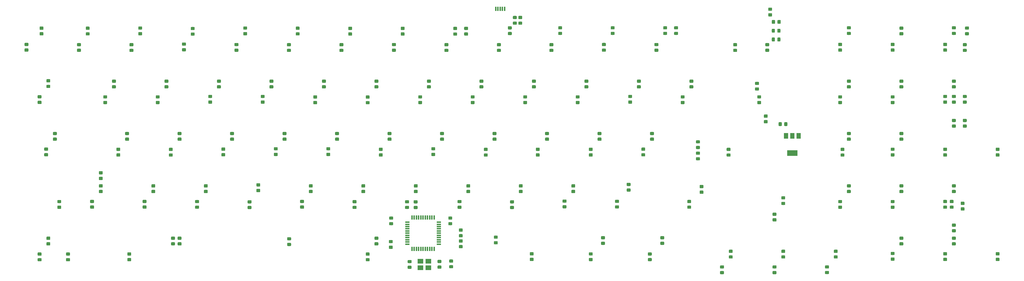
<source format=gbr>
G04 #@! TF.GenerationSoftware,KiCad,Pcbnew,(5.0.0)*
G04 #@! TF.CreationDate,2019-01-20T13:24:14+01:00*
G04 #@! TF.ProjectId,cypher,6379706865722E6B696361645F706362,rev?*
G04 #@! TF.SameCoordinates,Original*
G04 #@! TF.FileFunction,Paste,Bot*
G04 #@! TF.FilePolarity,Positive*
%FSLAX46Y46*%
G04 Gerber Fmt 4.6, Leading zero omitted, Abs format (unit mm)*
G04 Created by KiCad (PCBNEW (5.0.0)) date 01/20/19 13:24:14*
%MOMM*%
%LPD*%
G01*
G04 APERTURE LIST*
%ADD10C,0.100000*%
%ADD11C,1.150000*%
%ADD12R,0.500000X1.500000*%
%ADD13R,1.500000X2.000000*%
%ADD14R,3.800000X2.000000*%
%ADD15R,0.550000X1.500000*%
%ADD16R,1.500000X0.550000*%
%ADD17R,2.100000X1.800000*%
G04 APERTURE END LIST*
D10*
G04 #@! TO.C,R13*
G36*
X46512005Y-189576204D02*
X46536273Y-189579804D01*
X46560072Y-189585765D01*
X46583171Y-189594030D01*
X46605350Y-189604520D01*
X46626393Y-189617132D01*
X46646099Y-189631747D01*
X46664277Y-189648223D01*
X46680753Y-189666401D01*
X46695368Y-189686107D01*
X46707980Y-189707150D01*
X46718470Y-189729329D01*
X46726735Y-189752428D01*
X46732696Y-189776227D01*
X46736296Y-189800495D01*
X46737500Y-189824999D01*
X46737500Y-190475001D01*
X46736296Y-190499505D01*
X46732696Y-190523773D01*
X46726735Y-190547572D01*
X46718470Y-190570671D01*
X46707980Y-190592850D01*
X46695368Y-190613893D01*
X46680753Y-190633599D01*
X46664277Y-190651777D01*
X46646099Y-190668253D01*
X46626393Y-190682868D01*
X46605350Y-190695480D01*
X46583171Y-190705970D01*
X46560072Y-190714235D01*
X46536273Y-190720196D01*
X46512005Y-190723796D01*
X46487501Y-190725000D01*
X45587499Y-190725000D01*
X45562995Y-190723796D01*
X45538727Y-190720196D01*
X45514928Y-190714235D01*
X45491829Y-190705970D01*
X45469650Y-190695480D01*
X45448607Y-190682868D01*
X45428901Y-190668253D01*
X45410723Y-190651777D01*
X45394247Y-190633599D01*
X45379632Y-190613893D01*
X45367020Y-190592850D01*
X45356530Y-190570671D01*
X45348265Y-190547572D01*
X45342304Y-190523773D01*
X45338704Y-190499505D01*
X45337500Y-190475001D01*
X45337500Y-189824999D01*
X45338704Y-189800495D01*
X45342304Y-189776227D01*
X45348265Y-189752428D01*
X45356530Y-189729329D01*
X45367020Y-189707150D01*
X45379632Y-189686107D01*
X45394247Y-189666401D01*
X45410723Y-189648223D01*
X45428901Y-189631747D01*
X45448607Y-189617132D01*
X45469650Y-189604520D01*
X45491829Y-189594030D01*
X45514928Y-189585765D01*
X45538727Y-189579804D01*
X45562995Y-189576204D01*
X45587499Y-189575000D01*
X46487501Y-189575000D01*
X46512005Y-189576204D01*
X46512005Y-189576204D01*
G37*
D11*
X46037500Y-190150000D03*
D10*
G36*
X46512005Y-187526204D02*
X46536273Y-187529804D01*
X46560072Y-187535765D01*
X46583171Y-187544030D01*
X46605350Y-187554520D01*
X46626393Y-187567132D01*
X46646099Y-187581747D01*
X46664277Y-187598223D01*
X46680753Y-187616401D01*
X46695368Y-187636107D01*
X46707980Y-187657150D01*
X46718470Y-187679329D01*
X46726735Y-187702428D01*
X46732696Y-187726227D01*
X46736296Y-187750495D01*
X46737500Y-187774999D01*
X46737500Y-188425001D01*
X46736296Y-188449505D01*
X46732696Y-188473773D01*
X46726735Y-188497572D01*
X46718470Y-188520671D01*
X46707980Y-188542850D01*
X46695368Y-188563893D01*
X46680753Y-188583599D01*
X46664277Y-188601777D01*
X46646099Y-188618253D01*
X46626393Y-188632868D01*
X46605350Y-188645480D01*
X46583171Y-188655970D01*
X46560072Y-188664235D01*
X46536273Y-188670196D01*
X46512005Y-188673796D01*
X46487501Y-188675000D01*
X45587499Y-188675000D01*
X45562995Y-188673796D01*
X45538727Y-188670196D01*
X45514928Y-188664235D01*
X45491829Y-188655970D01*
X45469650Y-188645480D01*
X45448607Y-188632868D01*
X45428901Y-188618253D01*
X45410723Y-188601777D01*
X45394247Y-188583599D01*
X45379632Y-188563893D01*
X45367020Y-188542850D01*
X45356530Y-188520671D01*
X45348265Y-188497572D01*
X45342304Y-188473773D01*
X45338704Y-188449505D01*
X45337500Y-188425001D01*
X45337500Y-187774999D01*
X45338704Y-187750495D01*
X45342304Y-187726227D01*
X45348265Y-187702428D01*
X45356530Y-187679329D01*
X45367020Y-187657150D01*
X45379632Y-187636107D01*
X45394247Y-187616401D01*
X45410723Y-187598223D01*
X45428901Y-187581747D01*
X45448607Y-187567132D01*
X45469650Y-187554520D01*
X45491829Y-187544030D01*
X45514928Y-187535765D01*
X45538727Y-187529804D01*
X45562995Y-187526204D01*
X45587499Y-187525000D01*
X46487501Y-187525000D01*
X46512005Y-187526204D01*
X46512005Y-187526204D01*
G37*
D11*
X46037500Y-188100000D03*
G04 #@! TD*
D10*
G04 #@! TO.C,C8*
G36*
X199374505Y-178801204D02*
X199398773Y-178804804D01*
X199422572Y-178810765D01*
X199445671Y-178819030D01*
X199467850Y-178829520D01*
X199488893Y-178842132D01*
X199508599Y-178856747D01*
X199526777Y-178873223D01*
X199543253Y-178891401D01*
X199557868Y-178911107D01*
X199570480Y-178932150D01*
X199580970Y-178954329D01*
X199589235Y-178977428D01*
X199595196Y-179001227D01*
X199598796Y-179025495D01*
X199600000Y-179049999D01*
X199600000Y-179700001D01*
X199598796Y-179724505D01*
X199595196Y-179748773D01*
X199589235Y-179772572D01*
X199580970Y-179795671D01*
X199570480Y-179817850D01*
X199557868Y-179838893D01*
X199543253Y-179858599D01*
X199526777Y-179876777D01*
X199508599Y-179893253D01*
X199488893Y-179907868D01*
X199467850Y-179920480D01*
X199445671Y-179930970D01*
X199422572Y-179939235D01*
X199398773Y-179945196D01*
X199374505Y-179948796D01*
X199350001Y-179950000D01*
X198449999Y-179950000D01*
X198425495Y-179948796D01*
X198401227Y-179945196D01*
X198377428Y-179939235D01*
X198354329Y-179930970D01*
X198332150Y-179920480D01*
X198311107Y-179907868D01*
X198291401Y-179893253D01*
X198273223Y-179876777D01*
X198256747Y-179858599D01*
X198242132Y-179838893D01*
X198229520Y-179817850D01*
X198219030Y-179795671D01*
X198210765Y-179772572D01*
X198204804Y-179748773D01*
X198201204Y-179724505D01*
X198200000Y-179700001D01*
X198200000Y-179049999D01*
X198201204Y-179025495D01*
X198204804Y-179001227D01*
X198210765Y-178977428D01*
X198219030Y-178954329D01*
X198229520Y-178932150D01*
X198242132Y-178911107D01*
X198256747Y-178891401D01*
X198273223Y-178873223D01*
X198291401Y-178856747D01*
X198311107Y-178842132D01*
X198332150Y-178829520D01*
X198354329Y-178819030D01*
X198377428Y-178810765D01*
X198401227Y-178804804D01*
X198425495Y-178801204D01*
X198449999Y-178800000D01*
X199350001Y-178800000D01*
X199374505Y-178801204D01*
X199374505Y-178801204D01*
G37*
D11*
X198900000Y-179375000D03*
D10*
G36*
X199374505Y-180851204D02*
X199398773Y-180854804D01*
X199422572Y-180860765D01*
X199445671Y-180869030D01*
X199467850Y-180879520D01*
X199488893Y-180892132D01*
X199508599Y-180906747D01*
X199526777Y-180923223D01*
X199543253Y-180941401D01*
X199557868Y-180961107D01*
X199570480Y-180982150D01*
X199580970Y-181004329D01*
X199589235Y-181027428D01*
X199595196Y-181051227D01*
X199598796Y-181075495D01*
X199600000Y-181099999D01*
X199600000Y-181750001D01*
X199598796Y-181774505D01*
X199595196Y-181798773D01*
X199589235Y-181822572D01*
X199580970Y-181845671D01*
X199570480Y-181867850D01*
X199557868Y-181888893D01*
X199543253Y-181908599D01*
X199526777Y-181926777D01*
X199508599Y-181943253D01*
X199488893Y-181957868D01*
X199467850Y-181970480D01*
X199445671Y-181980970D01*
X199422572Y-181989235D01*
X199398773Y-181995196D01*
X199374505Y-181998796D01*
X199350001Y-182000000D01*
X198449999Y-182000000D01*
X198425495Y-181998796D01*
X198401227Y-181995196D01*
X198377428Y-181989235D01*
X198354329Y-181980970D01*
X198332150Y-181970480D01*
X198311107Y-181957868D01*
X198291401Y-181943253D01*
X198273223Y-181926777D01*
X198256747Y-181908599D01*
X198242132Y-181888893D01*
X198229520Y-181867850D01*
X198219030Y-181845671D01*
X198210765Y-181822572D01*
X198204804Y-181798773D01*
X198201204Y-181774505D01*
X198200000Y-181750001D01*
X198200000Y-181099999D01*
X198201204Y-181075495D01*
X198204804Y-181051227D01*
X198210765Y-181027428D01*
X198219030Y-181004329D01*
X198229520Y-180982150D01*
X198242132Y-180961107D01*
X198256747Y-180941401D01*
X198273223Y-180923223D01*
X198291401Y-180906747D01*
X198311107Y-180892132D01*
X198332150Y-180879520D01*
X198354329Y-180869030D01*
X198377428Y-180860765D01*
X198401227Y-180854804D01*
X198425495Y-180851204D01*
X198449999Y-180850000D01*
X199350001Y-180850000D01*
X199374505Y-180851204D01*
X199374505Y-180851204D01*
G37*
D11*
X198900000Y-181425000D03*
G04 #@! TD*
D10*
G04 #@! TO.C,C1*
G36*
X195546505Y-176473204D02*
X195570773Y-176476804D01*
X195594572Y-176482765D01*
X195617671Y-176491030D01*
X195639850Y-176501520D01*
X195660893Y-176514132D01*
X195680599Y-176528747D01*
X195698777Y-176545223D01*
X195715253Y-176563401D01*
X195729868Y-176583107D01*
X195742480Y-176604150D01*
X195752970Y-176626329D01*
X195761235Y-176649428D01*
X195767196Y-176673227D01*
X195770796Y-176697495D01*
X195772000Y-176721999D01*
X195772000Y-177372001D01*
X195770796Y-177396505D01*
X195767196Y-177420773D01*
X195761235Y-177444572D01*
X195752970Y-177467671D01*
X195742480Y-177489850D01*
X195729868Y-177510893D01*
X195715253Y-177530599D01*
X195698777Y-177548777D01*
X195680599Y-177565253D01*
X195660893Y-177579868D01*
X195639850Y-177592480D01*
X195617671Y-177602970D01*
X195594572Y-177611235D01*
X195570773Y-177617196D01*
X195546505Y-177620796D01*
X195522001Y-177622000D01*
X194621999Y-177622000D01*
X194597495Y-177620796D01*
X194573227Y-177617196D01*
X194549428Y-177611235D01*
X194526329Y-177602970D01*
X194504150Y-177592480D01*
X194483107Y-177579868D01*
X194463401Y-177565253D01*
X194445223Y-177548777D01*
X194428747Y-177530599D01*
X194414132Y-177510893D01*
X194401520Y-177489850D01*
X194391030Y-177467671D01*
X194382765Y-177444572D01*
X194376804Y-177420773D01*
X194373204Y-177396505D01*
X194372000Y-177372001D01*
X194372000Y-176721999D01*
X194373204Y-176697495D01*
X194376804Y-176673227D01*
X194382765Y-176649428D01*
X194391030Y-176626329D01*
X194401520Y-176604150D01*
X194414132Y-176583107D01*
X194428747Y-176563401D01*
X194445223Y-176545223D01*
X194463401Y-176528747D01*
X194483107Y-176514132D01*
X194504150Y-176501520D01*
X194526329Y-176491030D01*
X194549428Y-176482765D01*
X194573227Y-176476804D01*
X194597495Y-176473204D01*
X194621999Y-176472000D01*
X195522001Y-176472000D01*
X195546505Y-176473204D01*
X195546505Y-176473204D01*
G37*
D11*
X195072000Y-177047000D03*
D10*
G36*
X195546505Y-174423204D02*
X195570773Y-174426804D01*
X195594572Y-174432765D01*
X195617671Y-174441030D01*
X195639850Y-174451520D01*
X195660893Y-174464132D01*
X195680599Y-174478747D01*
X195698777Y-174495223D01*
X195715253Y-174513401D01*
X195729868Y-174533107D01*
X195742480Y-174554150D01*
X195752970Y-174576329D01*
X195761235Y-174599428D01*
X195767196Y-174623227D01*
X195770796Y-174647495D01*
X195772000Y-174671999D01*
X195772000Y-175322001D01*
X195770796Y-175346505D01*
X195767196Y-175370773D01*
X195761235Y-175394572D01*
X195752970Y-175417671D01*
X195742480Y-175439850D01*
X195729868Y-175460893D01*
X195715253Y-175480599D01*
X195698777Y-175498777D01*
X195680599Y-175515253D01*
X195660893Y-175529868D01*
X195639850Y-175542480D01*
X195617671Y-175552970D01*
X195594572Y-175561235D01*
X195570773Y-175567196D01*
X195546505Y-175570796D01*
X195522001Y-175572000D01*
X194621999Y-175572000D01*
X194597495Y-175570796D01*
X194573227Y-175567196D01*
X194549428Y-175561235D01*
X194526329Y-175552970D01*
X194504150Y-175542480D01*
X194483107Y-175529868D01*
X194463401Y-175515253D01*
X194445223Y-175498777D01*
X194428747Y-175480599D01*
X194414132Y-175460893D01*
X194401520Y-175439850D01*
X194391030Y-175417671D01*
X194382765Y-175394572D01*
X194376804Y-175370773D01*
X194373204Y-175346505D01*
X194372000Y-175322001D01*
X194372000Y-174671999D01*
X194373204Y-174647495D01*
X194376804Y-174623227D01*
X194382765Y-174599428D01*
X194391030Y-174576329D01*
X194401520Y-174554150D01*
X194414132Y-174533107D01*
X194428747Y-174513401D01*
X194445223Y-174495223D01*
X194463401Y-174478747D01*
X194483107Y-174464132D01*
X194504150Y-174451520D01*
X194526329Y-174441030D01*
X194549428Y-174432765D01*
X194573227Y-174426804D01*
X194597495Y-174423204D01*
X194621999Y-174422000D01*
X195522001Y-174422000D01*
X195546505Y-174423204D01*
X195546505Y-174423204D01*
G37*
D11*
X195072000Y-174997000D03*
G04 #@! TD*
D10*
G04 #@! TO.C,C2*
G36*
X180799505Y-192326204D02*
X180823773Y-192329804D01*
X180847572Y-192335765D01*
X180870671Y-192344030D01*
X180892850Y-192354520D01*
X180913893Y-192367132D01*
X180933599Y-192381747D01*
X180951777Y-192398223D01*
X180968253Y-192416401D01*
X180982868Y-192436107D01*
X180995480Y-192457150D01*
X181005970Y-192479329D01*
X181014235Y-192502428D01*
X181020196Y-192526227D01*
X181023796Y-192550495D01*
X181025000Y-192574999D01*
X181025000Y-193225001D01*
X181023796Y-193249505D01*
X181020196Y-193273773D01*
X181014235Y-193297572D01*
X181005970Y-193320671D01*
X180995480Y-193342850D01*
X180982868Y-193363893D01*
X180968253Y-193383599D01*
X180951777Y-193401777D01*
X180933599Y-193418253D01*
X180913893Y-193432868D01*
X180892850Y-193445480D01*
X180870671Y-193455970D01*
X180847572Y-193464235D01*
X180823773Y-193470196D01*
X180799505Y-193473796D01*
X180775001Y-193475000D01*
X179874999Y-193475000D01*
X179850495Y-193473796D01*
X179826227Y-193470196D01*
X179802428Y-193464235D01*
X179779329Y-193455970D01*
X179757150Y-193445480D01*
X179736107Y-193432868D01*
X179716401Y-193418253D01*
X179698223Y-193401777D01*
X179681747Y-193383599D01*
X179667132Y-193363893D01*
X179654520Y-193342850D01*
X179644030Y-193320671D01*
X179635765Y-193297572D01*
X179629804Y-193273773D01*
X179626204Y-193249505D01*
X179625000Y-193225001D01*
X179625000Y-192574999D01*
X179626204Y-192550495D01*
X179629804Y-192526227D01*
X179635765Y-192502428D01*
X179644030Y-192479329D01*
X179654520Y-192457150D01*
X179667132Y-192436107D01*
X179681747Y-192416401D01*
X179698223Y-192398223D01*
X179716401Y-192381747D01*
X179736107Y-192367132D01*
X179757150Y-192354520D01*
X179779329Y-192344030D01*
X179802428Y-192335765D01*
X179826227Y-192329804D01*
X179850495Y-192326204D01*
X179874999Y-192325000D01*
X180775001Y-192325000D01*
X180799505Y-192326204D01*
X180799505Y-192326204D01*
G37*
D11*
X180325000Y-192900000D03*
D10*
G36*
X180799505Y-190276204D02*
X180823773Y-190279804D01*
X180847572Y-190285765D01*
X180870671Y-190294030D01*
X180892850Y-190304520D01*
X180913893Y-190317132D01*
X180933599Y-190331747D01*
X180951777Y-190348223D01*
X180968253Y-190366401D01*
X180982868Y-190386107D01*
X180995480Y-190407150D01*
X181005970Y-190429329D01*
X181014235Y-190452428D01*
X181020196Y-190476227D01*
X181023796Y-190500495D01*
X181025000Y-190524999D01*
X181025000Y-191175001D01*
X181023796Y-191199505D01*
X181020196Y-191223773D01*
X181014235Y-191247572D01*
X181005970Y-191270671D01*
X180995480Y-191292850D01*
X180982868Y-191313893D01*
X180968253Y-191333599D01*
X180951777Y-191351777D01*
X180933599Y-191368253D01*
X180913893Y-191382868D01*
X180892850Y-191395480D01*
X180870671Y-191405970D01*
X180847572Y-191414235D01*
X180823773Y-191420196D01*
X180799505Y-191423796D01*
X180775001Y-191425000D01*
X179874999Y-191425000D01*
X179850495Y-191423796D01*
X179826227Y-191420196D01*
X179802428Y-191414235D01*
X179779329Y-191405970D01*
X179757150Y-191395480D01*
X179736107Y-191382868D01*
X179716401Y-191368253D01*
X179698223Y-191351777D01*
X179681747Y-191333599D01*
X179667132Y-191313893D01*
X179654520Y-191292850D01*
X179644030Y-191270671D01*
X179635765Y-191247572D01*
X179629804Y-191223773D01*
X179626204Y-191199505D01*
X179625000Y-191175001D01*
X179625000Y-190524999D01*
X179626204Y-190500495D01*
X179629804Y-190476227D01*
X179635765Y-190452428D01*
X179644030Y-190429329D01*
X179654520Y-190407150D01*
X179667132Y-190386107D01*
X179681747Y-190366401D01*
X179698223Y-190348223D01*
X179716401Y-190331747D01*
X179736107Y-190317132D01*
X179757150Y-190304520D01*
X179779329Y-190294030D01*
X179802428Y-190285765D01*
X179826227Y-190279804D01*
X179850495Y-190276204D01*
X179874999Y-190275000D01*
X180775001Y-190275000D01*
X180799505Y-190276204D01*
X180799505Y-190276204D01*
G37*
D11*
X180325000Y-190850000D03*
G04 #@! TD*
D10*
G04 #@! TO.C,C3*
G36*
X191624505Y-192276204D02*
X191648773Y-192279804D01*
X191672572Y-192285765D01*
X191695671Y-192294030D01*
X191717850Y-192304520D01*
X191738893Y-192317132D01*
X191758599Y-192331747D01*
X191776777Y-192348223D01*
X191793253Y-192366401D01*
X191807868Y-192386107D01*
X191820480Y-192407150D01*
X191830970Y-192429329D01*
X191839235Y-192452428D01*
X191845196Y-192476227D01*
X191848796Y-192500495D01*
X191850000Y-192524999D01*
X191850000Y-193175001D01*
X191848796Y-193199505D01*
X191845196Y-193223773D01*
X191839235Y-193247572D01*
X191830970Y-193270671D01*
X191820480Y-193292850D01*
X191807868Y-193313893D01*
X191793253Y-193333599D01*
X191776777Y-193351777D01*
X191758599Y-193368253D01*
X191738893Y-193382868D01*
X191717850Y-193395480D01*
X191695671Y-193405970D01*
X191672572Y-193414235D01*
X191648773Y-193420196D01*
X191624505Y-193423796D01*
X191600001Y-193425000D01*
X190699999Y-193425000D01*
X190675495Y-193423796D01*
X190651227Y-193420196D01*
X190627428Y-193414235D01*
X190604329Y-193405970D01*
X190582150Y-193395480D01*
X190561107Y-193382868D01*
X190541401Y-193368253D01*
X190523223Y-193351777D01*
X190506747Y-193333599D01*
X190492132Y-193313893D01*
X190479520Y-193292850D01*
X190469030Y-193270671D01*
X190460765Y-193247572D01*
X190454804Y-193223773D01*
X190451204Y-193199505D01*
X190450000Y-193175001D01*
X190450000Y-192524999D01*
X190451204Y-192500495D01*
X190454804Y-192476227D01*
X190460765Y-192452428D01*
X190469030Y-192429329D01*
X190479520Y-192407150D01*
X190492132Y-192386107D01*
X190506747Y-192366401D01*
X190523223Y-192348223D01*
X190541401Y-192331747D01*
X190561107Y-192317132D01*
X190582150Y-192304520D01*
X190604329Y-192294030D01*
X190627428Y-192285765D01*
X190651227Y-192279804D01*
X190675495Y-192276204D01*
X190699999Y-192275000D01*
X191600001Y-192275000D01*
X191624505Y-192276204D01*
X191624505Y-192276204D01*
G37*
D11*
X191150000Y-192850000D03*
D10*
G36*
X191624505Y-190226204D02*
X191648773Y-190229804D01*
X191672572Y-190235765D01*
X191695671Y-190244030D01*
X191717850Y-190254520D01*
X191738893Y-190267132D01*
X191758599Y-190281747D01*
X191776777Y-190298223D01*
X191793253Y-190316401D01*
X191807868Y-190336107D01*
X191820480Y-190357150D01*
X191830970Y-190379329D01*
X191839235Y-190402428D01*
X191845196Y-190426227D01*
X191848796Y-190450495D01*
X191850000Y-190474999D01*
X191850000Y-191125001D01*
X191848796Y-191149505D01*
X191845196Y-191173773D01*
X191839235Y-191197572D01*
X191830970Y-191220671D01*
X191820480Y-191242850D01*
X191807868Y-191263893D01*
X191793253Y-191283599D01*
X191776777Y-191301777D01*
X191758599Y-191318253D01*
X191738893Y-191332868D01*
X191717850Y-191345480D01*
X191695671Y-191355970D01*
X191672572Y-191364235D01*
X191648773Y-191370196D01*
X191624505Y-191373796D01*
X191600001Y-191375000D01*
X190699999Y-191375000D01*
X190675495Y-191373796D01*
X190651227Y-191370196D01*
X190627428Y-191364235D01*
X190604329Y-191355970D01*
X190582150Y-191345480D01*
X190561107Y-191332868D01*
X190541401Y-191318253D01*
X190523223Y-191301777D01*
X190506747Y-191283599D01*
X190492132Y-191263893D01*
X190479520Y-191242850D01*
X190469030Y-191220671D01*
X190460765Y-191197572D01*
X190454804Y-191173773D01*
X190451204Y-191149505D01*
X190450000Y-191125001D01*
X190450000Y-190474999D01*
X190451204Y-190450495D01*
X190454804Y-190426227D01*
X190460765Y-190402428D01*
X190469030Y-190379329D01*
X190479520Y-190357150D01*
X190492132Y-190336107D01*
X190506747Y-190316401D01*
X190523223Y-190298223D01*
X190541401Y-190281747D01*
X190561107Y-190267132D01*
X190582150Y-190254520D01*
X190604329Y-190244030D01*
X190627428Y-190235765D01*
X190651227Y-190229804D01*
X190675495Y-190226204D01*
X190699999Y-190225000D01*
X191600001Y-190225000D01*
X191624505Y-190226204D01*
X191624505Y-190226204D01*
G37*
D11*
X191150000Y-190800000D03*
G04 #@! TD*
D10*
G04 #@! TO.C,C4*
G36*
X173974505Y-183001204D02*
X173998773Y-183004804D01*
X174022572Y-183010765D01*
X174045671Y-183019030D01*
X174067850Y-183029520D01*
X174088893Y-183042132D01*
X174108599Y-183056747D01*
X174126777Y-183073223D01*
X174143253Y-183091401D01*
X174157868Y-183111107D01*
X174170480Y-183132150D01*
X174180970Y-183154329D01*
X174189235Y-183177428D01*
X174195196Y-183201227D01*
X174198796Y-183225495D01*
X174200000Y-183249999D01*
X174200000Y-183900001D01*
X174198796Y-183924505D01*
X174195196Y-183948773D01*
X174189235Y-183972572D01*
X174180970Y-183995671D01*
X174170480Y-184017850D01*
X174157868Y-184038893D01*
X174143253Y-184058599D01*
X174126777Y-184076777D01*
X174108599Y-184093253D01*
X174088893Y-184107868D01*
X174067850Y-184120480D01*
X174045671Y-184130970D01*
X174022572Y-184139235D01*
X173998773Y-184145196D01*
X173974505Y-184148796D01*
X173950001Y-184150000D01*
X173049999Y-184150000D01*
X173025495Y-184148796D01*
X173001227Y-184145196D01*
X172977428Y-184139235D01*
X172954329Y-184130970D01*
X172932150Y-184120480D01*
X172911107Y-184107868D01*
X172891401Y-184093253D01*
X172873223Y-184076777D01*
X172856747Y-184058599D01*
X172842132Y-184038893D01*
X172829520Y-184017850D01*
X172819030Y-183995671D01*
X172810765Y-183972572D01*
X172804804Y-183948773D01*
X172801204Y-183924505D01*
X172800000Y-183900001D01*
X172800000Y-183249999D01*
X172801204Y-183225495D01*
X172804804Y-183201227D01*
X172810765Y-183177428D01*
X172819030Y-183154329D01*
X172829520Y-183132150D01*
X172842132Y-183111107D01*
X172856747Y-183091401D01*
X172873223Y-183073223D01*
X172891401Y-183056747D01*
X172911107Y-183042132D01*
X172932150Y-183029520D01*
X172954329Y-183019030D01*
X172977428Y-183010765D01*
X173001227Y-183004804D01*
X173025495Y-183001204D01*
X173049999Y-183000000D01*
X173950001Y-183000000D01*
X173974505Y-183001204D01*
X173974505Y-183001204D01*
G37*
D11*
X173500000Y-183575000D03*
D10*
G36*
X173974505Y-185051204D02*
X173998773Y-185054804D01*
X174022572Y-185060765D01*
X174045671Y-185069030D01*
X174067850Y-185079520D01*
X174088893Y-185092132D01*
X174108599Y-185106747D01*
X174126777Y-185123223D01*
X174143253Y-185141401D01*
X174157868Y-185161107D01*
X174170480Y-185182150D01*
X174180970Y-185204329D01*
X174189235Y-185227428D01*
X174195196Y-185251227D01*
X174198796Y-185275495D01*
X174200000Y-185299999D01*
X174200000Y-185950001D01*
X174198796Y-185974505D01*
X174195196Y-185998773D01*
X174189235Y-186022572D01*
X174180970Y-186045671D01*
X174170480Y-186067850D01*
X174157868Y-186088893D01*
X174143253Y-186108599D01*
X174126777Y-186126777D01*
X174108599Y-186143253D01*
X174088893Y-186157868D01*
X174067850Y-186170480D01*
X174045671Y-186180970D01*
X174022572Y-186189235D01*
X173998773Y-186195196D01*
X173974505Y-186198796D01*
X173950001Y-186200000D01*
X173049999Y-186200000D01*
X173025495Y-186198796D01*
X173001227Y-186195196D01*
X172977428Y-186189235D01*
X172954329Y-186180970D01*
X172932150Y-186170480D01*
X172911107Y-186157868D01*
X172891401Y-186143253D01*
X172873223Y-186126777D01*
X172856747Y-186108599D01*
X172842132Y-186088893D01*
X172829520Y-186067850D01*
X172819030Y-186045671D01*
X172810765Y-186022572D01*
X172804804Y-185998773D01*
X172801204Y-185974505D01*
X172800000Y-185950001D01*
X172800000Y-185299999D01*
X172801204Y-185275495D01*
X172804804Y-185251227D01*
X172810765Y-185227428D01*
X172819030Y-185204329D01*
X172829520Y-185182150D01*
X172842132Y-185161107D01*
X172856747Y-185141401D01*
X172873223Y-185123223D01*
X172891401Y-185106747D01*
X172911107Y-185092132D01*
X172932150Y-185079520D01*
X172954329Y-185069030D01*
X172977428Y-185060765D01*
X173001227Y-185054804D01*
X173025495Y-185051204D01*
X173049999Y-185050000D01*
X173950001Y-185050000D01*
X173974505Y-185051204D01*
X173974505Y-185051204D01*
G37*
D11*
X173500000Y-185625000D03*
G04 #@! TD*
D10*
G04 #@! TO.C,C5*
G36*
X199374505Y-182776204D02*
X199398773Y-182779804D01*
X199422572Y-182785765D01*
X199445671Y-182794030D01*
X199467850Y-182804520D01*
X199488893Y-182817132D01*
X199508599Y-182831747D01*
X199526777Y-182848223D01*
X199543253Y-182866401D01*
X199557868Y-182886107D01*
X199570480Y-182907150D01*
X199580970Y-182929329D01*
X199589235Y-182952428D01*
X199595196Y-182976227D01*
X199598796Y-183000495D01*
X199600000Y-183024999D01*
X199600000Y-183675001D01*
X199598796Y-183699505D01*
X199595196Y-183723773D01*
X199589235Y-183747572D01*
X199580970Y-183770671D01*
X199570480Y-183792850D01*
X199557868Y-183813893D01*
X199543253Y-183833599D01*
X199526777Y-183851777D01*
X199508599Y-183868253D01*
X199488893Y-183882868D01*
X199467850Y-183895480D01*
X199445671Y-183905970D01*
X199422572Y-183914235D01*
X199398773Y-183920196D01*
X199374505Y-183923796D01*
X199350001Y-183925000D01*
X198449999Y-183925000D01*
X198425495Y-183923796D01*
X198401227Y-183920196D01*
X198377428Y-183914235D01*
X198354329Y-183905970D01*
X198332150Y-183895480D01*
X198311107Y-183882868D01*
X198291401Y-183868253D01*
X198273223Y-183851777D01*
X198256747Y-183833599D01*
X198242132Y-183813893D01*
X198229520Y-183792850D01*
X198219030Y-183770671D01*
X198210765Y-183747572D01*
X198204804Y-183723773D01*
X198201204Y-183699505D01*
X198200000Y-183675001D01*
X198200000Y-183024999D01*
X198201204Y-183000495D01*
X198204804Y-182976227D01*
X198210765Y-182952428D01*
X198219030Y-182929329D01*
X198229520Y-182907150D01*
X198242132Y-182886107D01*
X198256747Y-182866401D01*
X198273223Y-182848223D01*
X198291401Y-182831747D01*
X198311107Y-182817132D01*
X198332150Y-182804520D01*
X198354329Y-182794030D01*
X198377428Y-182785765D01*
X198401227Y-182779804D01*
X198425495Y-182776204D01*
X198449999Y-182775000D01*
X199350001Y-182775000D01*
X199374505Y-182776204D01*
X199374505Y-182776204D01*
G37*
D11*
X198900000Y-183350000D03*
D10*
G36*
X199374505Y-184826204D02*
X199398773Y-184829804D01*
X199422572Y-184835765D01*
X199445671Y-184844030D01*
X199467850Y-184854520D01*
X199488893Y-184867132D01*
X199508599Y-184881747D01*
X199526777Y-184898223D01*
X199543253Y-184916401D01*
X199557868Y-184936107D01*
X199570480Y-184957150D01*
X199580970Y-184979329D01*
X199589235Y-185002428D01*
X199595196Y-185026227D01*
X199598796Y-185050495D01*
X199600000Y-185074999D01*
X199600000Y-185725001D01*
X199598796Y-185749505D01*
X199595196Y-185773773D01*
X199589235Y-185797572D01*
X199580970Y-185820671D01*
X199570480Y-185842850D01*
X199557868Y-185863893D01*
X199543253Y-185883599D01*
X199526777Y-185901777D01*
X199508599Y-185918253D01*
X199488893Y-185932868D01*
X199467850Y-185945480D01*
X199445671Y-185955970D01*
X199422572Y-185964235D01*
X199398773Y-185970196D01*
X199374505Y-185973796D01*
X199350001Y-185975000D01*
X198449999Y-185975000D01*
X198425495Y-185973796D01*
X198401227Y-185970196D01*
X198377428Y-185964235D01*
X198354329Y-185955970D01*
X198332150Y-185945480D01*
X198311107Y-185932868D01*
X198291401Y-185918253D01*
X198273223Y-185901777D01*
X198256747Y-185883599D01*
X198242132Y-185863893D01*
X198229520Y-185842850D01*
X198219030Y-185820671D01*
X198210765Y-185797572D01*
X198204804Y-185773773D01*
X198201204Y-185749505D01*
X198200000Y-185725001D01*
X198200000Y-185074999D01*
X198201204Y-185050495D01*
X198204804Y-185026227D01*
X198210765Y-185002428D01*
X198219030Y-184979329D01*
X198229520Y-184957150D01*
X198242132Y-184936107D01*
X198256747Y-184916401D01*
X198273223Y-184898223D01*
X198291401Y-184881747D01*
X198311107Y-184867132D01*
X198332150Y-184854520D01*
X198354329Y-184844030D01*
X198377428Y-184835765D01*
X198401227Y-184829804D01*
X198425495Y-184826204D01*
X198449999Y-184825000D01*
X199350001Y-184825000D01*
X199374505Y-184826204D01*
X199374505Y-184826204D01*
G37*
D11*
X198900000Y-185400000D03*
G04 #@! TD*
D10*
G04 #@! TO.C,C6*
G36*
X182974505Y-170576204D02*
X182998773Y-170579804D01*
X183022572Y-170585765D01*
X183045671Y-170594030D01*
X183067850Y-170604520D01*
X183088893Y-170617132D01*
X183108599Y-170631747D01*
X183126777Y-170648223D01*
X183143253Y-170666401D01*
X183157868Y-170686107D01*
X183170480Y-170707150D01*
X183180970Y-170729329D01*
X183189235Y-170752428D01*
X183195196Y-170776227D01*
X183198796Y-170800495D01*
X183200000Y-170824999D01*
X183200000Y-171475001D01*
X183198796Y-171499505D01*
X183195196Y-171523773D01*
X183189235Y-171547572D01*
X183180970Y-171570671D01*
X183170480Y-171592850D01*
X183157868Y-171613893D01*
X183143253Y-171633599D01*
X183126777Y-171651777D01*
X183108599Y-171668253D01*
X183088893Y-171682868D01*
X183067850Y-171695480D01*
X183045671Y-171705970D01*
X183022572Y-171714235D01*
X182998773Y-171720196D01*
X182974505Y-171723796D01*
X182950001Y-171725000D01*
X182049999Y-171725000D01*
X182025495Y-171723796D01*
X182001227Y-171720196D01*
X181977428Y-171714235D01*
X181954329Y-171705970D01*
X181932150Y-171695480D01*
X181911107Y-171682868D01*
X181891401Y-171668253D01*
X181873223Y-171651777D01*
X181856747Y-171633599D01*
X181842132Y-171613893D01*
X181829520Y-171592850D01*
X181819030Y-171570671D01*
X181810765Y-171547572D01*
X181804804Y-171523773D01*
X181801204Y-171499505D01*
X181800000Y-171475001D01*
X181800000Y-170824999D01*
X181801204Y-170800495D01*
X181804804Y-170776227D01*
X181810765Y-170752428D01*
X181819030Y-170729329D01*
X181829520Y-170707150D01*
X181842132Y-170686107D01*
X181856747Y-170666401D01*
X181873223Y-170648223D01*
X181891401Y-170631747D01*
X181911107Y-170617132D01*
X181932150Y-170604520D01*
X181954329Y-170594030D01*
X181977428Y-170585765D01*
X182001227Y-170579804D01*
X182025495Y-170576204D01*
X182049999Y-170575000D01*
X182950001Y-170575000D01*
X182974505Y-170576204D01*
X182974505Y-170576204D01*
G37*
D11*
X182500000Y-171150000D03*
D10*
G36*
X182974505Y-168526204D02*
X182998773Y-168529804D01*
X183022572Y-168535765D01*
X183045671Y-168544030D01*
X183067850Y-168554520D01*
X183088893Y-168567132D01*
X183108599Y-168581747D01*
X183126777Y-168598223D01*
X183143253Y-168616401D01*
X183157868Y-168636107D01*
X183170480Y-168657150D01*
X183180970Y-168679329D01*
X183189235Y-168702428D01*
X183195196Y-168726227D01*
X183198796Y-168750495D01*
X183200000Y-168774999D01*
X183200000Y-169425001D01*
X183198796Y-169449505D01*
X183195196Y-169473773D01*
X183189235Y-169497572D01*
X183180970Y-169520671D01*
X183170480Y-169542850D01*
X183157868Y-169563893D01*
X183143253Y-169583599D01*
X183126777Y-169601777D01*
X183108599Y-169618253D01*
X183088893Y-169632868D01*
X183067850Y-169645480D01*
X183045671Y-169655970D01*
X183022572Y-169664235D01*
X182998773Y-169670196D01*
X182974505Y-169673796D01*
X182950001Y-169675000D01*
X182049999Y-169675000D01*
X182025495Y-169673796D01*
X182001227Y-169670196D01*
X181977428Y-169664235D01*
X181954329Y-169655970D01*
X181932150Y-169645480D01*
X181911107Y-169632868D01*
X181891401Y-169618253D01*
X181873223Y-169601777D01*
X181856747Y-169583599D01*
X181842132Y-169563893D01*
X181829520Y-169542850D01*
X181819030Y-169520671D01*
X181810765Y-169497572D01*
X181804804Y-169473773D01*
X181801204Y-169449505D01*
X181800000Y-169425001D01*
X181800000Y-168774999D01*
X181801204Y-168750495D01*
X181804804Y-168726227D01*
X181810765Y-168702428D01*
X181819030Y-168679329D01*
X181829520Y-168657150D01*
X181842132Y-168636107D01*
X181856747Y-168616401D01*
X181873223Y-168598223D01*
X181891401Y-168581747D01*
X181911107Y-168567132D01*
X181932150Y-168554520D01*
X181954329Y-168544030D01*
X181977428Y-168535765D01*
X182001227Y-168529804D01*
X182025495Y-168526204D01*
X182049999Y-168525000D01*
X182950001Y-168525000D01*
X182974505Y-168526204D01*
X182974505Y-168526204D01*
G37*
D11*
X182500000Y-169100000D03*
G04 #@! TD*
D10*
G04 #@! TO.C,C7*
G36*
X195874505Y-190076204D02*
X195898773Y-190079804D01*
X195922572Y-190085765D01*
X195945671Y-190094030D01*
X195967850Y-190104520D01*
X195988893Y-190117132D01*
X196008599Y-190131747D01*
X196026777Y-190148223D01*
X196043253Y-190166401D01*
X196057868Y-190186107D01*
X196070480Y-190207150D01*
X196080970Y-190229329D01*
X196089235Y-190252428D01*
X196095196Y-190276227D01*
X196098796Y-190300495D01*
X196100000Y-190324999D01*
X196100000Y-190975001D01*
X196098796Y-190999505D01*
X196095196Y-191023773D01*
X196089235Y-191047572D01*
X196080970Y-191070671D01*
X196070480Y-191092850D01*
X196057868Y-191113893D01*
X196043253Y-191133599D01*
X196026777Y-191151777D01*
X196008599Y-191168253D01*
X195988893Y-191182868D01*
X195967850Y-191195480D01*
X195945671Y-191205970D01*
X195922572Y-191214235D01*
X195898773Y-191220196D01*
X195874505Y-191223796D01*
X195850001Y-191225000D01*
X194949999Y-191225000D01*
X194925495Y-191223796D01*
X194901227Y-191220196D01*
X194877428Y-191214235D01*
X194854329Y-191205970D01*
X194832150Y-191195480D01*
X194811107Y-191182868D01*
X194791401Y-191168253D01*
X194773223Y-191151777D01*
X194756747Y-191133599D01*
X194742132Y-191113893D01*
X194729520Y-191092850D01*
X194719030Y-191070671D01*
X194710765Y-191047572D01*
X194704804Y-191023773D01*
X194701204Y-190999505D01*
X194700000Y-190975001D01*
X194700000Y-190324999D01*
X194701204Y-190300495D01*
X194704804Y-190276227D01*
X194710765Y-190252428D01*
X194719030Y-190229329D01*
X194729520Y-190207150D01*
X194742132Y-190186107D01*
X194756747Y-190166401D01*
X194773223Y-190148223D01*
X194791401Y-190131747D01*
X194811107Y-190117132D01*
X194832150Y-190104520D01*
X194854329Y-190094030D01*
X194877428Y-190085765D01*
X194901227Y-190079804D01*
X194925495Y-190076204D01*
X194949999Y-190075000D01*
X195850001Y-190075000D01*
X195874505Y-190076204D01*
X195874505Y-190076204D01*
G37*
D11*
X195400000Y-190650000D03*
D10*
G36*
X195874505Y-192126204D02*
X195898773Y-192129804D01*
X195922572Y-192135765D01*
X195945671Y-192144030D01*
X195967850Y-192154520D01*
X195988893Y-192167132D01*
X196008599Y-192181747D01*
X196026777Y-192198223D01*
X196043253Y-192216401D01*
X196057868Y-192236107D01*
X196070480Y-192257150D01*
X196080970Y-192279329D01*
X196089235Y-192302428D01*
X196095196Y-192326227D01*
X196098796Y-192350495D01*
X196100000Y-192374999D01*
X196100000Y-193025001D01*
X196098796Y-193049505D01*
X196095196Y-193073773D01*
X196089235Y-193097572D01*
X196080970Y-193120671D01*
X196070480Y-193142850D01*
X196057868Y-193163893D01*
X196043253Y-193183599D01*
X196026777Y-193201777D01*
X196008599Y-193218253D01*
X195988893Y-193232868D01*
X195967850Y-193245480D01*
X195945671Y-193255970D01*
X195922572Y-193264235D01*
X195898773Y-193270196D01*
X195874505Y-193273796D01*
X195850001Y-193275000D01*
X194949999Y-193275000D01*
X194925495Y-193273796D01*
X194901227Y-193270196D01*
X194877428Y-193264235D01*
X194854329Y-193255970D01*
X194832150Y-193245480D01*
X194811107Y-193232868D01*
X194791401Y-193218253D01*
X194773223Y-193201777D01*
X194756747Y-193183599D01*
X194742132Y-193163893D01*
X194729520Y-193142850D01*
X194719030Y-193120671D01*
X194710765Y-193097572D01*
X194704804Y-193073773D01*
X194701204Y-193049505D01*
X194700000Y-193025001D01*
X194700000Y-192374999D01*
X194701204Y-192350495D01*
X194704804Y-192326227D01*
X194710765Y-192302428D01*
X194719030Y-192279329D01*
X194729520Y-192257150D01*
X194742132Y-192236107D01*
X194756747Y-192216401D01*
X194773223Y-192198223D01*
X194791401Y-192181747D01*
X194811107Y-192167132D01*
X194832150Y-192154520D01*
X194854329Y-192144030D01*
X194877428Y-192135765D01*
X194901227Y-192129804D01*
X194925495Y-192126204D01*
X194949999Y-192125000D01*
X195850001Y-192125000D01*
X195874505Y-192126204D01*
X195874505Y-192126204D01*
G37*
D11*
X195400000Y-192700000D03*
G04 #@! TD*
D10*
G04 #@! TO.C,D4*
G36*
X52068255Y-143657454D02*
X52092523Y-143661054D01*
X52116322Y-143667015D01*
X52139421Y-143675280D01*
X52161600Y-143685770D01*
X52182643Y-143698382D01*
X52202349Y-143712997D01*
X52220527Y-143729473D01*
X52237003Y-143747651D01*
X52251618Y-143767357D01*
X52264230Y-143788400D01*
X52274720Y-143810579D01*
X52282985Y-143833678D01*
X52288946Y-143857477D01*
X52292546Y-143881745D01*
X52293750Y-143906249D01*
X52293750Y-144556251D01*
X52292546Y-144580755D01*
X52288946Y-144605023D01*
X52282985Y-144628822D01*
X52274720Y-144651921D01*
X52264230Y-144674100D01*
X52251618Y-144695143D01*
X52237003Y-144714849D01*
X52220527Y-144733027D01*
X52202349Y-144749503D01*
X52182643Y-144764118D01*
X52161600Y-144776730D01*
X52139421Y-144787220D01*
X52116322Y-144795485D01*
X52092523Y-144801446D01*
X52068255Y-144805046D01*
X52043751Y-144806250D01*
X51143749Y-144806250D01*
X51119245Y-144805046D01*
X51094977Y-144801446D01*
X51071178Y-144795485D01*
X51048079Y-144787220D01*
X51025900Y-144776730D01*
X51004857Y-144764118D01*
X50985151Y-144749503D01*
X50966973Y-144733027D01*
X50950497Y-144714849D01*
X50935882Y-144695143D01*
X50923270Y-144674100D01*
X50912780Y-144651921D01*
X50904515Y-144628822D01*
X50898554Y-144605023D01*
X50894954Y-144580755D01*
X50893750Y-144556251D01*
X50893750Y-143906249D01*
X50894954Y-143881745D01*
X50898554Y-143857477D01*
X50904515Y-143833678D01*
X50912780Y-143810579D01*
X50923270Y-143788400D01*
X50935882Y-143767357D01*
X50950497Y-143747651D01*
X50966973Y-143729473D01*
X50985151Y-143712997D01*
X51004857Y-143698382D01*
X51025900Y-143685770D01*
X51048079Y-143675280D01*
X51071178Y-143667015D01*
X51094977Y-143661054D01*
X51119245Y-143657454D01*
X51143749Y-143656250D01*
X52043751Y-143656250D01*
X52068255Y-143657454D01*
X52068255Y-143657454D01*
G37*
D11*
X51593750Y-144231250D03*
D10*
G36*
X52068255Y-145707454D02*
X52092523Y-145711054D01*
X52116322Y-145717015D01*
X52139421Y-145725280D01*
X52161600Y-145735770D01*
X52182643Y-145748382D01*
X52202349Y-145762997D01*
X52220527Y-145779473D01*
X52237003Y-145797651D01*
X52251618Y-145817357D01*
X52264230Y-145838400D01*
X52274720Y-145860579D01*
X52282985Y-145883678D01*
X52288946Y-145907477D01*
X52292546Y-145931745D01*
X52293750Y-145956249D01*
X52293750Y-146606251D01*
X52292546Y-146630755D01*
X52288946Y-146655023D01*
X52282985Y-146678822D01*
X52274720Y-146701921D01*
X52264230Y-146724100D01*
X52251618Y-146745143D01*
X52237003Y-146764849D01*
X52220527Y-146783027D01*
X52202349Y-146799503D01*
X52182643Y-146814118D01*
X52161600Y-146826730D01*
X52139421Y-146837220D01*
X52116322Y-146845485D01*
X52092523Y-146851446D01*
X52068255Y-146855046D01*
X52043751Y-146856250D01*
X51143749Y-146856250D01*
X51119245Y-146855046D01*
X51094977Y-146851446D01*
X51071178Y-146845485D01*
X51048079Y-146837220D01*
X51025900Y-146826730D01*
X51004857Y-146814118D01*
X50985151Y-146799503D01*
X50966973Y-146783027D01*
X50950497Y-146764849D01*
X50935882Y-146745143D01*
X50923270Y-146724100D01*
X50912780Y-146701921D01*
X50904515Y-146678822D01*
X50898554Y-146655023D01*
X50894954Y-146630755D01*
X50893750Y-146606251D01*
X50893750Y-145956249D01*
X50894954Y-145931745D01*
X50898554Y-145907477D01*
X50904515Y-145883678D01*
X50912780Y-145860579D01*
X50923270Y-145838400D01*
X50935882Y-145817357D01*
X50950497Y-145797651D01*
X50966973Y-145779473D01*
X50985151Y-145762997D01*
X51004857Y-145748382D01*
X51025900Y-145735770D01*
X51048079Y-145725280D01*
X51071178Y-145717015D01*
X51094977Y-145711054D01*
X51119245Y-145707454D01*
X51143749Y-145706250D01*
X52043751Y-145706250D01*
X52068255Y-145707454D01*
X52068255Y-145707454D01*
G37*
D11*
X51593750Y-146281250D03*
G04 #@! TD*
D10*
G04 #@! TO.C,D5*
G36*
X68737005Y-157944954D02*
X68761273Y-157948554D01*
X68785072Y-157954515D01*
X68808171Y-157962780D01*
X68830350Y-157973270D01*
X68851393Y-157985882D01*
X68871099Y-158000497D01*
X68889277Y-158016973D01*
X68905753Y-158035151D01*
X68920368Y-158054857D01*
X68932980Y-158075900D01*
X68943470Y-158098079D01*
X68951735Y-158121178D01*
X68957696Y-158144977D01*
X68961296Y-158169245D01*
X68962500Y-158193749D01*
X68962500Y-158843751D01*
X68961296Y-158868255D01*
X68957696Y-158892523D01*
X68951735Y-158916322D01*
X68943470Y-158939421D01*
X68932980Y-158961600D01*
X68920368Y-158982643D01*
X68905753Y-159002349D01*
X68889277Y-159020527D01*
X68871099Y-159037003D01*
X68851393Y-159051618D01*
X68830350Y-159064230D01*
X68808171Y-159074720D01*
X68785072Y-159082985D01*
X68761273Y-159088946D01*
X68737005Y-159092546D01*
X68712501Y-159093750D01*
X67812499Y-159093750D01*
X67787995Y-159092546D01*
X67763727Y-159088946D01*
X67739928Y-159082985D01*
X67716829Y-159074720D01*
X67694650Y-159064230D01*
X67673607Y-159051618D01*
X67653901Y-159037003D01*
X67635723Y-159020527D01*
X67619247Y-159002349D01*
X67604632Y-158982643D01*
X67592020Y-158961600D01*
X67581530Y-158939421D01*
X67573265Y-158916322D01*
X67567304Y-158892523D01*
X67563704Y-158868255D01*
X67562500Y-158843751D01*
X67562500Y-158193749D01*
X67563704Y-158169245D01*
X67567304Y-158144977D01*
X67573265Y-158121178D01*
X67581530Y-158098079D01*
X67592020Y-158075900D01*
X67604632Y-158054857D01*
X67619247Y-158035151D01*
X67635723Y-158016973D01*
X67653901Y-158000497D01*
X67673607Y-157985882D01*
X67694650Y-157973270D01*
X67716829Y-157962780D01*
X67739928Y-157954515D01*
X67763727Y-157948554D01*
X67787995Y-157944954D01*
X67812499Y-157943750D01*
X68712501Y-157943750D01*
X68737005Y-157944954D01*
X68737005Y-157944954D01*
G37*
D11*
X68262500Y-158518750D03*
D10*
G36*
X68737005Y-159994954D02*
X68761273Y-159998554D01*
X68785072Y-160004515D01*
X68808171Y-160012780D01*
X68830350Y-160023270D01*
X68851393Y-160035882D01*
X68871099Y-160050497D01*
X68889277Y-160066973D01*
X68905753Y-160085151D01*
X68920368Y-160104857D01*
X68932980Y-160125900D01*
X68943470Y-160148079D01*
X68951735Y-160171178D01*
X68957696Y-160194977D01*
X68961296Y-160219245D01*
X68962500Y-160243749D01*
X68962500Y-160893751D01*
X68961296Y-160918255D01*
X68957696Y-160942523D01*
X68951735Y-160966322D01*
X68943470Y-160989421D01*
X68932980Y-161011600D01*
X68920368Y-161032643D01*
X68905753Y-161052349D01*
X68889277Y-161070527D01*
X68871099Y-161087003D01*
X68851393Y-161101618D01*
X68830350Y-161114230D01*
X68808171Y-161124720D01*
X68785072Y-161132985D01*
X68761273Y-161138946D01*
X68737005Y-161142546D01*
X68712501Y-161143750D01*
X67812499Y-161143750D01*
X67787995Y-161142546D01*
X67763727Y-161138946D01*
X67739928Y-161132985D01*
X67716829Y-161124720D01*
X67694650Y-161114230D01*
X67673607Y-161101618D01*
X67653901Y-161087003D01*
X67635723Y-161070527D01*
X67619247Y-161052349D01*
X67604632Y-161032643D01*
X67592020Y-161011600D01*
X67581530Y-160989421D01*
X67573265Y-160966322D01*
X67567304Y-160942523D01*
X67563704Y-160918255D01*
X67562500Y-160893751D01*
X67562500Y-160243749D01*
X67563704Y-160219245D01*
X67567304Y-160194977D01*
X67573265Y-160171178D01*
X67581530Y-160148079D01*
X67592020Y-160125900D01*
X67604632Y-160104857D01*
X67619247Y-160085151D01*
X67635723Y-160066973D01*
X67653901Y-160050497D01*
X67673607Y-160035882D01*
X67694650Y-160023270D01*
X67716829Y-160012780D01*
X67739928Y-160004515D01*
X67763727Y-159998554D01*
X67787995Y-159994954D01*
X67812499Y-159993750D01*
X68712501Y-159993750D01*
X68737005Y-159994954D01*
X68737005Y-159994954D01*
G37*
D11*
X68262500Y-160568750D03*
G04 #@! TD*
D10*
G04 #@! TO.C,D6*
G36*
X49687005Y-181757454D02*
X49711273Y-181761054D01*
X49735072Y-181767015D01*
X49758171Y-181775280D01*
X49780350Y-181785770D01*
X49801393Y-181798382D01*
X49821099Y-181812997D01*
X49839277Y-181829473D01*
X49855753Y-181847651D01*
X49870368Y-181867357D01*
X49882980Y-181888400D01*
X49893470Y-181910579D01*
X49901735Y-181933678D01*
X49907696Y-181957477D01*
X49911296Y-181981745D01*
X49912500Y-182006249D01*
X49912500Y-182656251D01*
X49911296Y-182680755D01*
X49907696Y-182705023D01*
X49901735Y-182728822D01*
X49893470Y-182751921D01*
X49882980Y-182774100D01*
X49870368Y-182795143D01*
X49855753Y-182814849D01*
X49839277Y-182833027D01*
X49821099Y-182849503D01*
X49801393Y-182864118D01*
X49780350Y-182876730D01*
X49758171Y-182887220D01*
X49735072Y-182895485D01*
X49711273Y-182901446D01*
X49687005Y-182905046D01*
X49662501Y-182906250D01*
X48762499Y-182906250D01*
X48737995Y-182905046D01*
X48713727Y-182901446D01*
X48689928Y-182895485D01*
X48666829Y-182887220D01*
X48644650Y-182876730D01*
X48623607Y-182864118D01*
X48603901Y-182849503D01*
X48585723Y-182833027D01*
X48569247Y-182814849D01*
X48554632Y-182795143D01*
X48542020Y-182774100D01*
X48531530Y-182751921D01*
X48523265Y-182728822D01*
X48517304Y-182705023D01*
X48513704Y-182680755D01*
X48512500Y-182656251D01*
X48512500Y-182006249D01*
X48513704Y-181981745D01*
X48517304Y-181957477D01*
X48523265Y-181933678D01*
X48531530Y-181910579D01*
X48542020Y-181888400D01*
X48554632Y-181867357D01*
X48569247Y-181847651D01*
X48585723Y-181829473D01*
X48603901Y-181812997D01*
X48623607Y-181798382D01*
X48644650Y-181785770D01*
X48666829Y-181775280D01*
X48689928Y-181767015D01*
X48713727Y-181761054D01*
X48737995Y-181757454D01*
X48762499Y-181756250D01*
X49662501Y-181756250D01*
X49687005Y-181757454D01*
X49687005Y-181757454D01*
G37*
D11*
X49212500Y-182331250D03*
D10*
G36*
X49687005Y-183807454D02*
X49711273Y-183811054D01*
X49735072Y-183817015D01*
X49758171Y-183825280D01*
X49780350Y-183835770D01*
X49801393Y-183848382D01*
X49821099Y-183862997D01*
X49839277Y-183879473D01*
X49855753Y-183897651D01*
X49870368Y-183917357D01*
X49882980Y-183938400D01*
X49893470Y-183960579D01*
X49901735Y-183983678D01*
X49907696Y-184007477D01*
X49911296Y-184031745D01*
X49912500Y-184056249D01*
X49912500Y-184706251D01*
X49911296Y-184730755D01*
X49907696Y-184755023D01*
X49901735Y-184778822D01*
X49893470Y-184801921D01*
X49882980Y-184824100D01*
X49870368Y-184845143D01*
X49855753Y-184864849D01*
X49839277Y-184883027D01*
X49821099Y-184899503D01*
X49801393Y-184914118D01*
X49780350Y-184926730D01*
X49758171Y-184937220D01*
X49735072Y-184945485D01*
X49711273Y-184951446D01*
X49687005Y-184955046D01*
X49662501Y-184956250D01*
X48762499Y-184956250D01*
X48737995Y-184955046D01*
X48713727Y-184951446D01*
X48689928Y-184945485D01*
X48666829Y-184937220D01*
X48644650Y-184926730D01*
X48623607Y-184914118D01*
X48603901Y-184899503D01*
X48585723Y-184883027D01*
X48569247Y-184864849D01*
X48554632Y-184845143D01*
X48542020Y-184824100D01*
X48531530Y-184801921D01*
X48523265Y-184778822D01*
X48517304Y-184755023D01*
X48513704Y-184730755D01*
X48512500Y-184706251D01*
X48512500Y-184056249D01*
X48513704Y-184031745D01*
X48517304Y-184007477D01*
X48523265Y-183983678D01*
X48531530Y-183960579D01*
X48542020Y-183938400D01*
X48554632Y-183917357D01*
X48569247Y-183897651D01*
X48585723Y-183879473D01*
X48603901Y-183862997D01*
X48623607Y-183848382D01*
X48644650Y-183835770D01*
X48666829Y-183825280D01*
X48689928Y-183817015D01*
X48713727Y-183811054D01*
X48737995Y-183807454D01*
X48762499Y-183806250D01*
X49662501Y-183806250D01*
X49687005Y-183807454D01*
X49687005Y-183807454D01*
G37*
D11*
X49212500Y-184381250D03*
G04 #@! TD*
D10*
G04 #@! TO.C,D7*
G36*
X47210505Y-105301204D02*
X47234773Y-105304804D01*
X47258572Y-105310765D01*
X47281671Y-105319030D01*
X47303850Y-105329520D01*
X47324893Y-105342132D01*
X47344599Y-105356747D01*
X47362777Y-105373223D01*
X47379253Y-105391401D01*
X47393868Y-105411107D01*
X47406480Y-105432150D01*
X47416970Y-105454329D01*
X47425235Y-105477428D01*
X47431196Y-105501227D01*
X47434796Y-105525495D01*
X47436000Y-105549999D01*
X47436000Y-106200001D01*
X47434796Y-106224505D01*
X47431196Y-106248773D01*
X47425235Y-106272572D01*
X47416970Y-106295671D01*
X47406480Y-106317850D01*
X47393868Y-106338893D01*
X47379253Y-106358599D01*
X47362777Y-106376777D01*
X47344599Y-106393253D01*
X47324893Y-106407868D01*
X47303850Y-106420480D01*
X47281671Y-106430970D01*
X47258572Y-106439235D01*
X47234773Y-106445196D01*
X47210505Y-106448796D01*
X47186001Y-106450000D01*
X46285999Y-106450000D01*
X46261495Y-106448796D01*
X46237227Y-106445196D01*
X46213428Y-106439235D01*
X46190329Y-106430970D01*
X46168150Y-106420480D01*
X46147107Y-106407868D01*
X46127401Y-106393253D01*
X46109223Y-106376777D01*
X46092747Y-106358599D01*
X46078132Y-106338893D01*
X46065520Y-106317850D01*
X46055030Y-106295671D01*
X46046765Y-106272572D01*
X46040804Y-106248773D01*
X46037204Y-106224505D01*
X46036000Y-106200001D01*
X46036000Y-105549999D01*
X46037204Y-105525495D01*
X46040804Y-105501227D01*
X46046765Y-105477428D01*
X46055030Y-105454329D01*
X46065520Y-105432150D01*
X46078132Y-105411107D01*
X46092747Y-105391401D01*
X46109223Y-105373223D01*
X46127401Y-105356747D01*
X46147107Y-105342132D01*
X46168150Y-105329520D01*
X46190329Y-105319030D01*
X46213428Y-105310765D01*
X46237227Y-105304804D01*
X46261495Y-105301204D01*
X46285999Y-105300000D01*
X47186001Y-105300000D01*
X47210505Y-105301204D01*
X47210505Y-105301204D01*
G37*
D11*
X46736000Y-105875000D03*
D10*
G36*
X47210505Y-107351204D02*
X47234773Y-107354804D01*
X47258572Y-107360765D01*
X47281671Y-107369030D01*
X47303850Y-107379520D01*
X47324893Y-107392132D01*
X47344599Y-107406747D01*
X47362777Y-107423223D01*
X47379253Y-107441401D01*
X47393868Y-107461107D01*
X47406480Y-107482150D01*
X47416970Y-107504329D01*
X47425235Y-107527428D01*
X47431196Y-107551227D01*
X47434796Y-107575495D01*
X47436000Y-107599999D01*
X47436000Y-108250001D01*
X47434796Y-108274505D01*
X47431196Y-108298773D01*
X47425235Y-108322572D01*
X47416970Y-108345671D01*
X47406480Y-108367850D01*
X47393868Y-108388893D01*
X47379253Y-108408599D01*
X47362777Y-108426777D01*
X47344599Y-108443253D01*
X47324893Y-108457868D01*
X47303850Y-108470480D01*
X47281671Y-108480970D01*
X47258572Y-108489235D01*
X47234773Y-108495196D01*
X47210505Y-108498796D01*
X47186001Y-108500000D01*
X46285999Y-108500000D01*
X46261495Y-108498796D01*
X46237227Y-108495196D01*
X46213428Y-108489235D01*
X46190329Y-108480970D01*
X46168150Y-108470480D01*
X46147107Y-108457868D01*
X46127401Y-108443253D01*
X46109223Y-108426777D01*
X46092747Y-108408599D01*
X46078132Y-108388893D01*
X46065520Y-108367850D01*
X46055030Y-108345671D01*
X46046765Y-108322572D01*
X46040804Y-108298773D01*
X46037204Y-108274505D01*
X46036000Y-108250001D01*
X46036000Y-107599999D01*
X46037204Y-107575495D01*
X46040804Y-107551227D01*
X46046765Y-107527428D01*
X46055030Y-107504329D01*
X46065520Y-107482150D01*
X46078132Y-107461107D01*
X46092747Y-107441401D01*
X46109223Y-107423223D01*
X46127401Y-107406747D01*
X46147107Y-107392132D01*
X46168150Y-107379520D01*
X46190329Y-107369030D01*
X46213428Y-107360765D01*
X46237227Y-107354804D01*
X46261495Y-107351204D01*
X46285999Y-107350000D01*
X47186001Y-107350000D01*
X47210505Y-107351204D01*
X47210505Y-107351204D01*
G37*
D11*
X46736000Y-107925000D03*
G04 #@! TD*
D10*
G04 #@! TO.C,D8*
G36*
X49687005Y-124451204D02*
X49711273Y-124454804D01*
X49735072Y-124460765D01*
X49758171Y-124469030D01*
X49780350Y-124479520D01*
X49801393Y-124492132D01*
X49821099Y-124506747D01*
X49839277Y-124523223D01*
X49855753Y-124541401D01*
X49870368Y-124561107D01*
X49882980Y-124582150D01*
X49893470Y-124604329D01*
X49901735Y-124627428D01*
X49907696Y-124651227D01*
X49911296Y-124675495D01*
X49912500Y-124699999D01*
X49912500Y-125350001D01*
X49911296Y-125374505D01*
X49907696Y-125398773D01*
X49901735Y-125422572D01*
X49893470Y-125445671D01*
X49882980Y-125467850D01*
X49870368Y-125488893D01*
X49855753Y-125508599D01*
X49839277Y-125526777D01*
X49821099Y-125543253D01*
X49801393Y-125557868D01*
X49780350Y-125570480D01*
X49758171Y-125580970D01*
X49735072Y-125589235D01*
X49711273Y-125595196D01*
X49687005Y-125598796D01*
X49662501Y-125600000D01*
X48762499Y-125600000D01*
X48737995Y-125598796D01*
X48713727Y-125595196D01*
X48689928Y-125589235D01*
X48666829Y-125580970D01*
X48644650Y-125570480D01*
X48623607Y-125557868D01*
X48603901Y-125543253D01*
X48585723Y-125526777D01*
X48569247Y-125508599D01*
X48554632Y-125488893D01*
X48542020Y-125467850D01*
X48531530Y-125445671D01*
X48523265Y-125422572D01*
X48517304Y-125398773D01*
X48513704Y-125374505D01*
X48512500Y-125350001D01*
X48512500Y-124699999D01*
X48513704Y-124675495D01*
X48517304Y-124651227D01*
X48523265Y-124627428D01*
X48531530Y-124604329D01*
X48542020Y-124582150D01*
X48554632Y-124561107D01*
X48569247Y-124541401D01*
X48585723Y-124523223D01*
X48603901Y-124506747D01*
X48623607Y-124492132D01*
X48644650Y-124479520D01*
X48666829Y-124469030D01*
X48689928Y-124460765D01*
X48713727Y-124454804D01*
X48737995Y-124451204D01*
X48762499Y-124450000D01*
X49662501Y-124450000D01*
X49687005Y-124451204D01*
X49687005Y-124451204D01*
G37*
D11*
X49212500Y-125025000D03*
D10*
G36*
X49687005Y-126501204D02*
X49711273Y-126504804D01*
X49735072Y-126510765D01*
X49758171Y-126519030D01*
X49780350Y-126529520D01*
X49801393Y-126542132D01*
X49821099Y-126556747D01*
X49839277Y-126573223D01*
X49855753Y-126591401D01*
X49870368Y-126611107D01*
X49882980Y-126632150D01*
X49893470Y-126654329D01*
X49901735Y-126677428D01*
X49907696Y-126701227D01*
X49911296Y-126725495D01*
X49912500Y-126749999D01*
X49912500Y-127400001D01*
X49911296Y-127424505D01*
X49907696Y-127448773D01*
X49901735Y-127472572D01*
X49893470Y-127495671D01*
X49882980Y-127517850D01*
X49870368Y-127538893D01*
X49855753Y-127558599D01*
X49839277Y-127576777D01*
X49821099Y-127593253D01*
X49801393Y-127607868D01*
X49780350Y-127620480D01*
X49758171Y-127630970D01*
X49735072Y-127639235D01*
X49711273Y-127645196D01*
X49687005Y-127648796D01*
X49662501Y-127650000D01*
X48762499Y-127650000D01*
X48737995Y-127648796D01*
X48713727Y-127645196D01*
X48689928Y-127639235D01*
X48666829Y-127630970D01*
X48644650Y-127620480D01*
X48623607Y-127607868D01*
X48603901Y-127593253D01*
X48585723Y-127576777D01*
X48569247Y-127558599D01*
X48554632Y-127538893D01*
X48542020Y-127517850D01*
X48531530Y-127495671D01*
X48523265Y-127472572D01*
X48517304Y-127448773D01*
X48513704Y-127424505D01*
X48512500Y-127400001D01*
X48512500Y-126749999D01*
X48513704Y-126725495D01*
X48517304Y-126701227D01*
X48523265Y-126677428D01*
X48531530Y-126654329D01*
X48542020Y-126632150D01*
X48554632Y-126611107D01*
X48569247Y-126591401D01*
X48585723Y-126573223D01*
X48603901Y-126556747D01*
X48623607Y-126542132D01*
X48644650Y-126529520D01*
X48666829Y-126519030D01*
X48689928Y-126510765D01*
X48713727Y-126504804D01*
X48737995Y-126501204D01*
X48762499Y-126500000D01*
X49662501Y-126500000D01*
X49687005Y-126501204D01*
X49687005Y-126501204D01*
G37*
D11*
X49212500Y-127075000D03*
G04 #@! TD*
D10*
G04 #@! TO.C,D9*
G36*
X97312005Y-181757454D02*
X97336273Y-181761054D01*
X97360072Y-181767015D01*
X97383171Y-181775280D01*
X97405350Y-181785770D01*
X97426393Y-181798382D01*
X97446099Y-181812997D01*
X97464277Y-181829473D01*
X97480753Y-181847651D01*
X97495368Y-181867357D01*
X97507980Y-181888400D01*
X97518470Y-181910579D01*
X97526735Y-181933678D01*
X97532696Y-181957477D01*
X97536296Y-181981745D01*
X97537500Y-182006249D01*
X97537500Y-182656251D01*
X97536296Y-182680755D01*
X97532696Y-182705023D01*
X97526735Y-182728822D01*
X97518470Y-182751921D01*
X97507980Y-182774100D01*
X97495368Y-182795143D01*
X97480753Y-182814849D01*
X97464277Y-182833027D01*
X97446099Y-182849503D01*
X97426393Y-182864118D01*
X97405350Y-182876730D01*
X97383171Y-182887220D01*
X97360072Y-182895485D01*
X97336273Y-182901446D01*
X97312005Y-182905046D01*
X97287501Y-182906250D01*
X96387499Y-182906250D01*
X96362995Y-182905046D01*
X96338727Y-182901446D01*
X96314928Y-182895485D01*
X96291829Y-182887220D01*
X96269650Y-182876730D01*
X96248607Y-182864118D01*
X96228901Y-182849503D01*
X96210723Y-182833027D01*
X96194247Y-182814849D01*
X96179632Y-182795143D01*
X96167020Y-182774100D01*
X96156530Y-182751921D01*
X96148265Y-182728822D01*
X96142304Y-182705023D01*
X96138704Y-182680755D01*
X96137500Y-182656251D01*
X96137500Y-182006249D01*
X96138704Y-181981745D01*
X96142304Y-181957477D01*
X96148265Y-181933678D01*
X96156530Y-181910579D01*
X96167020Y-181888400D01*
X96179632Y-181867357D01*
X96194247Y-181847651D01*
X96210723Y-181829473D01*
X96228901Y-181812997D01*
X96248607Y-181798382D01*
X96269650Y-181785770D01*
X96291829Y-181775280D01*
X96314928Y-181767015D01*
X96338727Y-181761054D01*
X96362995Y-181757454D01*
X96387499Y-181756250D01*
X97287501Y-181756250D01*
X97312005Y-181757454D01*
X97312005Y-181757454D01*
G37*
D11*
X96837500Y-182331250D03*
D10*
G36*
X97312005Y-183807454D02*
X97336273Y-183811054D01*
X97360072Y-183817015D01*
X97383171Y-183825280D01*
X97405350Y-183835770D01*
X97426393Y-183848382D01*
X97446099Y-183862997D01*
X97464277Y-183879473D01*
X97480753Y-183897651D01*
X97495368Y-183917357D01*
X97507980Y-183938400D01*
X97518470Y-183960579D01*
X97526735Y-183983678D01*
X97532696Y-184007477D01*
X97536296Y-184031745D01*
X97537500Y-184056249D01*
X97537500Y-184706251D01*
X97536296Y-184730755D01*
X97532696Y-184755023D01*
X97526735Y-184778822D01*
X97518470Y-184801921D01*
X97507980Y-184824100D01*
X97495368Y-184845143D01*
X97480753Y-184864849D01*
X97464277Y-184883027D01*
X97446099Y-184899503D01*
X97426393Y-184914118D01*
X97405350Y-184926730D01*
X97383171Y-184937220D01*
X97360072Y-184945485D01*
X97336273Y-184951446D01*
X97312005Y-184955046D01*
X97287501Y-184956250D01*
X96387499Y-184956250D01*
X96362995Y-184955046D01*
X96338727Y-184951446D01*
X96314928Y-184945485D01*
X96291829Y-184937220D01*
X96269650Y-184926730D01*
X96248607Y-184914118D01*
X96228901Y-184899503D01*
X96210723Y-184883027D01*
X96194247Y-184864849D01*
X96179632Y-184845143D01*
X96167020Y-184824100D01*
X96156530Y-184801921D01*
X96148265Y-184778822D01*
X96142304Y-184755023D01*
X96138704Y-184730755D01*
X96137500Y-184706251D01*
X96137500Y-184056249D01*
X96138704Y-184031745D01*
X96142304Y-184007477D01*
X96148265Y-183983678D01*
X96156530Y-183960579D01*
X96167020Y-183938400D01*
X96179632Y-183917357D01*
X96194247Y-183897651D01*
X96210723Y-183879473D01*
X96228901Y-183862997D01*
X96248607Y-183848382D01*
X96269650Y-183835770D01*
X96291829Y-183825280D01*
X96314928Y-183817015D01*
X96338727Y-183811054D01*
X96362995Y-183807454D01*
X96387499Y-183806250D01*
X97287501Y-183806250D01*
X97312005Y-183807454D01*
X97312005Y-183807454D01*
G37*
D11*
X96837500Y-184381250D03*
G04 #@! TD*
D10*
G04 #@! TO.C,D10*
G36*
X68737005Y-162707454D02*
X68761273Y-162711054D01*
X68785072Y-162717015D01*
X68808171Y-162725280D01*
X68830350Y-162735770D01*
X68851393Y-162748382D01*
X68871099Y-162762997D01*
X68889277Y-162779473D01*
X68905753Y-162797651D01*
X68920368Y-162817357D01*
X68932980Y-162838400D01*
X68943470Y-162860579D01*
X68951735Y-162883678D01*
X68957696Y-162907477D01*
X68961296Y-162931745D01*
X68962500Y-162956249D01*
X68962500Y-163606251D01*
X68961296Y-163630755D01*
X68957696Y-163655023D01*
X68951735Y-163678822D01*
X68943470Y-163701921D01*
X68932980Y-163724100D01*
X68920368Y-163745143D01*
X68905753Y-163764849D01*
X68889277Y-163783027D01*
X68871099Y-163799503D01*
X68851393Y-163814118D01*
X68830350Y-163826730D01*
X68808171Y-163837220D01*
X68785072Y-163845485D01*
X68761273Y-163851446D01*
X68737005Y-163855046D01*
X68712501Y-163856250D01*
X67812499Y-163856250D01*
X67787995Y-163855046D01*
X67763727Y-163851446D01*
X67739928Y-163845485D01*
X67716829Y-163837220D01*
X67694650Y-163826730D01*
X67673607Y-163814118D01*
X67653901Y-163799503D01*
X67635723Y-163783027D01*
X67619247Y-163764849D01*
X67604632Y-163745143D01*
X67592020Y-163724100D01*
X67581530Y-163701921D01*
X67573265Y-163678822D01*
X67567304Y-163655023D01*
X67563704Y-163630755D01*
X67562500Y-163606251D01*
X67562500Y-162956249D01*
X67563704Y-162931745D01*
X67567304Y-162907477D01*
X67573265Y-162883678D01*
X67581530Y-162860579D01*
X67592020Y-162838400D01*
X67604632Y-162817357D01*
X67619247Y-162797651D01*
X67635723Y-162779473D01*
X67653901Y-162762997D01*
X67673607Y-162748382D01*
X67694650Y-162735770D01*
X67716829Y-162725280D01*
X67739928Y-162717015D01*
X67763727Y-162711054D01*
X67787995Y-162707454D01*
X67812499Y-162706250D01*
X68712501Y-162706250D01*
X68737005Y-162707454D01*
X68737005Y-162707454D01*
G37*
D11*
X68262500Y-163281250D03*
D10*
G36*
X68737005Y-164757454D02*
X68761273Y-164761054D01*
X68785072Y-164767015D01*
X68808171Y-164775280D01*
X68830350Y-164785770D01*
X68851393Y-164798382D01*
X68871099Y-164812997D01*
X68889277Y-164829473D01*
X68905753Y-164847651D01*
X68920368Y-164867357D01*
X68932980Y-164888400D01*
X68943470Y-164910579D01*
X68951735Y-164933678D01*
X68957696Y-164957477D01*
X68961296Y-164981745D01*
X68962500Y-165006249D01*
X68962500Y-165656251D01*
X68961296Y-165680755D01*
X68957696Y-165705023D01*
X68951735Y-165728822D01*
X68943470Y-165751921D01*
X68932980Y-165774100D01*
X68920368Y-165795143D01*
X68905753Y-165814849D01*
X68889277Y-165833027D01*
X68871099Y-165849503D01*
X68851393Y-165864118D01*
X68830350Y-165876730D01*
X68808171Y-165887220D01*
X68785072Y-165895485D01*
X68761273Y-165901446D01*
X68737005Y-165905046D01*
X68712501Y-165906250D01*
X67812499Y-165906250D01*
X67787995Y-165905046D01*
X67763727Y-165901446D01*
X67739928Y-165895485D01*
X67716829Y-165887220D01*
X67694650Y-165876730D01*
X67673607Y-165864118D01*
X67653901Y-165849503D01*
X67635723Y-165833027D01*
X67619247Y-165814849D01*
X67604632Y-165795143D01*
X67592020Y-165774100D01*
X67581530Y-165751921D01*
X67573265Y-165728822D01*
X67567304Y-165705023D01*
X67563704Y-165680755D01*
X67562500Y-165656251D01*
X67562500Y-165006249D01*
X67563704Y-164981745D01*
X67567304Y-164957477D01*
X67573265Y-164933678D01*
X67581530Y-164910579D01*
X67592020Y-164888400D01*
X67604632Y-164867357D01*
X67619247Y-164847651D01*
X67635723Y-164829473D01*
X67653901Y-164812997D01*
X67673607Y-164798382D01*
X67694650Y-164785770D01*
X67716829Y-164775280D01*
X67739928Y-164767015D01*
X67763727Y-164761054D01*
X67787995Y-164757454D01*
X67812499Y-164756250D01*
X68712501Y-164756250D01*
X68737005Y-164757454D01*
X68737005Y-164757454D01*
G37*
D11*
X68262500Y-165331250D03*
G04 #@! TD*
D10*
G04 #@! TO.C,D11*
G36*
X63974505Y-105326204D02*
X63998773Y-105329804D01*
X64022572Y-105335765D01*
X64045671Y-105344030D01*
X64067850Y-105354520D01*
X64088893Y-105367132D01*
X64108599Y-105381747D01*
X64126777Y-105398223D01*
X64143253Y-105416401D01*
X64157868Y-105436107D01*
X64170480Y-105457150D01*
X64180970Y-105479329D01*
X64189235Y-105502428D01*
X64195196Y-105526227D01*
X64198796Y-105550495D01*
X64200000Y-105574999D01*
X64200000Y-106225001D01*
X64198796Y-106249505D01*
X64195196Y-106273773D01*
X64189235Y-106297572D01*
X64180970Y-106320671D01*
X64170480Y-106342850D01*
X64157868Y-106363893D01*
X64143253Y-106383599D01*
X64126777Y-106401777D01*
X64108599Y-106418253D01*
X64088893Y-106432868D01*
X64067850Y-106445480D01*
X64045671Y-106455970D01*
X64022572Y-106464235D01*
X63998773Y-106470196D01*
X63974505Y-106473796D01*
X63950001Y-106475000D01*
X63049999Y-106475000D01*
X63025495Y-106473796D01*
X63001227Y-106470196D01*
X62977428Y-106464235D01*
X62954329Y-106455970D01*
X62932150Y-106445480D01*
X62911107Y-106432868D01*
X62891401Y-106418253D01*
X62873223Y-106401777D01*
X62856747Y-106383599D01*
X62842132Y-106363893D01*
X62829520Y-106342850D01*
X62819030Y-106320671D01*
X62810765Y-106297572D01*
X62804804Y-106273773D01*
X62801204Y-106249505D01*
X62800000Y-106225001D01*
X62800000Y-105574999D01*
X62801204Y-105550495D01*
X62804804Y-105526227D01*
X62810765Y-105502428D01*
X62819030Y-105479329D01*
X62829520Y-105457150D01*
X62842132Y-105436107D01*
X62856747Y-105416401D01*
X62873223Y-105398223D01*
X62891401Y-105381747D01*
X62911107Y-105367132D01*
X62932150Y-105354520D01*
X62954329Y-105344030D01*
X62977428Y-105335765D01*
X63001227Y-105329804D01*
X63025495Y-105326204D01*
X63049999Y-105325000D01*
X63950001Y-105325000D01*
X63974505Y-105326204D01*
X63974505Y-105326204D01*
G37*
D11*
X63500000Y-105900000D03*
D10*
G36*
X63974505Y-107376204D02*
X63998773Y-107379804D01*
X64022572Y-107385765D01*
X64045671Y-107394030D01*
X64067850Y-107404520D01*
X64088893Y-107417132D01*
X64108599Y-107431747D01*
X64126777Y-107448223D01*
X64143253Y-107466401D01*
X64157868Y-107486107D01*
X64170480Y-107507150D01*
X64180970Y-107529329D01*
X64189235Y-107552428D01*
X64195196Y-107576227D01*
X64198796Y-107600495D01*
X64200000Y-107624999D01*
X64200000Y-108275001D01*
X64198796Y-108299505D01*
X64195196Y-108323773D01*
X64189235Y-108347572D01*
X64180970Y-108370671D01*
X64170480Y-108392850D01*
X64157868Y-108413893D01*
X64143253Y-108433599D01*
X64126777Y-108451777D01*
X64108599Y-108468253D01*
X64088893Y-108482868D01*
X64067850Y-108495480D01*
X64045671Y-108505970D01*
X64022572Y-108514235D01*
X63998773Y-108520196D01*
X63974505Y-108523796D01*
X63950001Y-108525000D01*
X63049999Y-108525000D01*
X63025495Y-108523796D01*
X63001227Y-108520196D01*
X62977428Y-108514235D01*
X62954329Y-108505970D01*
X62932150Y-108495480D01*
X62911107Y-108482868D01*
X62891401Y-108468253D01*
X62873223Y-108451777D01*
X62856747Y-108433599D01*
X62842132Y-108413893D01*
X62829520Y-108392850D01*
X62819030Y-108370671D01*
X62810765Y-108347572D01*
X62804804Y-108323773D01*
X62801204Y-108299505D01*
X62800000Y-108275001D01*
X62800000Y-107624999D01*
X62801204Y-107600495D01*
X62804804Y-107576227D01*
X62810765Y-107552428D01*
X62819030Y-107529329D01*
X62829520Y-107507150D01*
X62842132Y-107486107D01*
X62856747Y-107466401D01*
X62873223Y-107448223D01*
X62891401Y-107431747D01*
X62911107Y-107417132D01*
X62932150Y-107404520D01*
X62954329Y-107394030D01*
X62977428Y-107385765D01*
X63001227Y-107379804D01*
X63025495Y-107376204D01*
X63049999Y-107375000D01*
X63950001Y-107375000D01*
X63974505Y-107376204D01*
X63974505Y-107376204D01*
G37*
D11*
X63500000Y-107950000D03*
G04 #@! TD*
D10*
G04 #@! TO.C,D12*
G36*
X73499505Y-124607454D02*
X73523773Y-124611054D01*
X73547572Y-124617015D01*
X73570671Y-124625280D01*
X73592850Y-124635770D01*
X73613893Y-124648382D01*
X73633599Y-124662997D01*
X73651777Y-124679473D01*
X73668253Y-124697651D01*
X73682868Y-124717357D01*
X73695480Y-124738400D01*
X73705970Y-124760579D01*
X73714235Y-124783678D01*
X73720196Y-124807477D01*
X73723796Y-124831745D01*
X73725000Y-124856249D01*
X73725000Y-125506251D01*
X73723796Y-125530755D01*
X73720196Y-125555023D01*
X73714235Y-125578822D01*
X73705970Y-125601921D01*
X73695480Y-125624100D01*
X73682868Y-125645143D01*
X73668253Y-125664849D01*
X73651777Y-125683027D01*
X73633599Y-125699503D01*
X73613893Y-125714118D01*
X73592850Y-125726730D01*
X73570671Y-125737220D01*
X73547572Y-125745485D01*
X73523773Y-125751446D01*
X73499505Y-125755046D01*
X73475001Y-125756250D01*
X72574999Y-125756250D01*
X72550495Y-125755046D01*
X72526227Y-125751446D01*
X72502428Y-125745485D01*
X72479329Y-125737220D01*
X72457150Y-125726730D01*
X72436107Y-125714118D01*
X72416401Y-125699503D01*
X72398223Y-125683027D01*
X72381747Y-125664849D01*
X72367132Y-125645143D01*
X72354520Y-125624100D01*
X72344030Y-125601921D01*
X72335765Y-125578822D01*
X72329804Y-125555023D01*
X72326204Y-125530755D01*
X72325000Y-125506251D01*
X72325000Y-124856249D01*
X72326204Y-124831745D01*
X72329804Y-124807477D01*
X72335765Y-124783678D01*
X72344030Y-124760579D01*
X72354520Y-124738400D01*
X72367132Y-124717357D01*
X72381747Y-124697651D01*
X72398223Y-124679473D01*
X72416401Y-124662997D01*
X72436107Y-124648382D01*
X72457150Y-124635770D01*
X72479329Y-124625280D01*
X72502428Y-124617015D01*
X72526227Y-124611054D01*
X72550495Y-124607454D01*
X72574999Y-124606250D01*
X73475001Y-124606250D01*
X73499505Y-124607454D01*
X73499505Y-124607454D01*
G37*
D11*
X73025000Y-125181250D03*
D10*
G36*
X73499505Y-126657454D02*
X73523773Y-126661054D01*
X73547572Y-126667015D01*
X73570671Y-126675280D01*
X73592850Y-126685770D01*
X73613893Y-126698382D01*
X73633599Y-126712997D01*
X73651777Y-126729473D01*
X73668253Y-126747651D01*
X73682868Y-126767357D01*
X73695480Y-126788400D01*
X73705970Y-126810579D01*
X73714235Y-126833678D01*
X73720196Y-126857477D01*
X73723796Y-126881745D01*
X73725000Y-126906249D01*
X73725000Y-127556251D01*
X73723796Y-127580755D01*
X73720196Y-127605023D01*
X73714235Y-127628822D01*
X73705970Y-127651921D01*
X73695480Y-127674100D01*
X73682868Y-127695143D01*
X73668253Y-127714849D01*
X73651777Y-127733027D01*
X73633599Y-127749503D01*
X73613893Y-127764118D01*
X73592850Y-127776730D01*
X73570671Y-127787220D01*
X73547572Y-127795485D01*
X73523773Y-127801446D01*
X73499505Y-127805046D01*
X73475001Y-127806250D01*
X72574999Y-127806250D01*
X72550495Y-127805046D01*
X72526227Y-127801446D01*
X72502428Y-127795485D01*
X72479329Y-127787220D01*
X72457150Y-127776730D01*
X72436107Y-127764118D01*
X72416401Y-127749503D01*
X72398223Y-127733027D01*
X72381747Y-127714849D01*
X72367132Y-127695143D01*
X72354520Y-127674100D01*
X72344030Y-127651921D01*
X72335765Y-127628822D01*
X72329804Y-127605023D01*
X72326204Y-127580755D01*
X72325000Y-127556251D01*
X72325000Y-126906249D01*
X72326204Y-126881745D01*
X72329804Y-126857477D01*
X72335765Y-126833678D01*
X72344030Y-126810579D01*
X72354520Y-126788400D01*
X72367132Y-126767357D01*
X72381747Y-126747651D01*
X72398223Y-126729473D01*
X72416401Y-126712997D01*
X72436107Y-126698382D01*
X72457150Y-126685770D01*
X72479329Y-126675280D01*
X72502428Y-126667015D01*
X72526227Y-126661054D01*
X72550495Y-126657454D01*
X72574999Y-126656250D01*
X73475001Y-126656250D01*
X73499505Y-126657454D01*
X73499505Y-126657454D01*
G37*
D11*
X73025000Y-127231250D03*
G04 #@! TD*
D10*
G04 #@! TO.C,D13*
G36*
X78262005Y-143657454D02*
X78286273Y-143661054D01*
X78310072Y-143667015D01*
X78333171Y-143675280D01*
X78355350Y-143685770D01*
X78376393Y-143698382D01*
X78396099Y-143712997D01*
X78414277Y-143729473D01*
X78430753Y-143747651D01*
X78445368Y-143767357D01*
X78457980Y-143788400D01*
X78468470Y-143810579D01*
X78476735Y-143833678D01*
X78482696Y-143857477D01*
X78486296Y-143881745D01*
X78487500Y-143906249D01*
X78487500Y-144556251D01*
X78486296Y-144580755D01*
X78482696Y-144605023D01*
X78476735Y-144628822D01*
X78468470Y-144651921D01*
X78457980Y-144674100D01*
X78445368Y-144695143D01*
X78430753Y-144714849D01*
X78414277Y-144733027D01*
X78396099Y-144749503D01*
X78376393Y-144764118D01*
X78355350Y-144776730D01*
X78333171Y-144787220D01*
X78310072Y-144795485D01*
X78286273Y-144801446D01*
X78262005Y-144805046D01*
X78237501Y-144806250D01*
X77337499Y-144806250D01*
X77312995Y-144805046D01*
X77288727Y-144801446D01*
X77264928Y-144795485D01*
X77241829Y-144787220D01*
X77219650Y-144776730D01*
X77198607Y-144764118D01*
X77178901Y-144749503D01*
X77160723Y-144733027D01*
X77144247Y-144714849D01*
X77129632Y-144695143D01*
X77117020Y-144674100D01*
X77106530Y-144651921D01*
X77098265Y-144628822D01*
X77092304Y-144605023D01*
X77088704Y-144580755D01*
X77087500Y-144556251D01*
X77087500Y-143906249D01*
X77088704Y-143881745D01*
X77092304Y-143857477D01*
X77098265Y-143833678D01*
X77106530Y-143810579D01*
X77117020Y-143788400D01*
X77129632Y-143767357D01*
X77144247Y-143747651D01*
X77160723Y-143729473D01*
X77178901Y-143712997D01*
X77198607Y-143698382D01*
X77219650Y-143685770D01*
X77241829Y-143675280D01*
X77264928Y-143667015D01*
X77288727Y-143661054D01*
X77312995Y-143657454D01*
X77337499Y-143656250D01*
X78237501Y-143656250D01*
X78262005Y-143657454D01*
X78262005Y-143657454D01*
G37*
D11*
X77787500Y-144231250D03*
D10*
G36*
X78262005Y-145707454D02*
X78286273Y-145711054D01*
X78310072Y-145717015D01*
X78333171Y-145725280D01*
X78355350Y-145735770D01*
X78376393Y-145748382D01*
X78396099Y-145762997D01*
X78414277Y-145779473D01*
X78430753Y-145797651D01*
X78445368Y-145817357D01*
X78457980Y-145838400D01*
X78468470Y-145860579D01*
X78476735Y-145883678D01*
X78482696Y-145907477D01*
X78486296Y-145931745D01*
X78487500Y-145956249D01*
X78487500Y-146606251D01*
X78486296Y-146630755D01*
X78482696Y-146655023D01*
X78476735Y-146678822D01*
X78468470Y-146701921D01*
X78457980Y-146724100D01*
X78445368Y-146745143D01*
X78430753Y-146764849D01*
X78414277Y-146783027D01*
X78396099Y-146799503D01*
X78376393Y-146814118D01*
X78355350Y-146826730D01*
X78333171Y-146837220D01*
X78310072Y-146845485D01*
X78286273Y-146851446D01*
X78262005Y-146855046D01*
X78237501Y-146856250D01*
X77337499Y-146856250D01*
X77312995Y-146855046D01*
X77288727Y-146851446D01*
X77264928Y-146845485D01*
X77241829Y-146837220D01*
X77219650Y-146826730D01*
X77198607Y-146814118D01*
X77178901Y-146799503D01*
X77160723Y-146783027D01*
X77144247Y-146764849D01*
X77129632Y-146745143D01*
X77117020Y-146724100D01*
X77106530Y-146701921D01*
X77098265Y-146678822D01*
X77092304Y-146655023D01*
X77088704Y-146630755D01*
X77087500Y-146606251D01*
X77087500Y-145956249D01*
X77088704Y-145931745D01*
X77092304Y-145907477D01*
X77098265Y-145883678D01*
X77106530Y-145860579D01*
X77117020Y-145838400D01*
X77129632Y-145817357D01*
X77144247Y-145797651D01*
X77160723Y-145779473D01*
X77178901Y-145762997D01*
X77198607Y-145748382D01*
X77219650Y-145735770D01*
X77241829Y-145725280D01*
X77264928Y-145717015D01*
X77288727Y-145711054D01*
X77312995Y-145707454D01*
X77337499Y-145706250D01*
X78237501Y-145706250D01*
X78262005Y-145707454D01*
X78262005Y-145707454D01*
G37*
D11*
X77787500Y-146281250D03*
G04 #@! TD*
D10*
G04 #@! TO.C,D14*
G36*
X94930755Y-181757454D02*
X94955023Y-181761054D01*
X94978822Y-181767015D01*
X95001921Y-181775280D01*
X95024100Y-181785770D01*
X95045143Y-181798382D01*
X95064849Y-181812997D01*
X95083027Y-181829473D01*
X95099503Y-181847651D01*
X95114118Y-181867357D01*
X95126730Y-181888400D01*
X95137220Y-181910579D01*
X95145485Y-181933678D01*
X95151446Y-181957477D01*
X95155046Y-181981745D01*
X95156250Y-182006249D01*
X95156250Y-182656251D01*
X95155046Y-182680755D01*
X95151446Y-182705023D01*
X95145485Y-182728822D01*
X95137220Y-182751921D01*
X95126730Y-182774100D01*
X95114118Y-182795143D01*
X95099503Y-182814849D01*
X95083027Y-182833027D01*
X95064849Y-182849503D01*
X95045143Y-182864118D01*
X95024100Y-182876730D01*
X95001921Y-182887220D01*
X94978822Y-182895485D01*
X94955023Y-182901446D01*
X94930755Y-182905046D01*
X94906251Y-182906250D01*
X94006249Y-182906250D01*
X93981745Y-182905046D01*
X93957477Y-182901446D01*
X93933678Y-182895485D01*
X93910579Y-182887220D01*
X93888400Y-182876730D01*
X93867357Y-182864118D01*
X93847651Y-182849503D01*
X93829473Y-182833027D01*
X93812997Y-182814849D01*
X93798382Y-182795143D01*
X93785770Y-182774100D01*
X93775280Y-182751921D01*
X93767015Y-182728822D01*
X93761054Y-182705023D01*
X93757454Y-182680755D01*
X93756250Y-182656251D01*
X93756250Y-182006249D01*
X93757454Y-181981745D01*
X93761054Y-181957477D01*
X93767015Y-181933678D01*
X93775280Y-181910579D01*
X93785770Y-181888400D01*
X93798382Y-181867357D01*
X93812997Y-181847651D01*
X93829473Y-181829473D01*
X93847651Y-181812997D01*
X93867357Y-181798382D01*
X93888400Y-181785770D01*
X93910579Y-181775280D01*
X93933678Y-181767015D01*
X93957477Y-181761054D01*
X93981745Y-181757454D01*
X94006249Y-181756250D01*
X94906251Y-181756250D01*
X94930755Y-181757454D01*
X94930755Y-181757454D01*
G37*
D11*
X94456250Y-182331250D03*
D10*
G36*
X94930755Y-183807454D02*
X94955023Y-183811054D01*
X94978822Y-183817015D01*
X95001921Y-183825280D01*
X95024100Y-183835770D01*
X95045143Y-183848382D01*
X95064849Y-183862997D01*
X95083027Y-183879473D01*
X95099503Y-183897651D01*
X95114118Y-183917357D01*
X95126730Y-183938400D01*
X95137220Y-183960579D01*
X95145485Y-183983678D01*
X95151446Y-184007477D01*
X95155046Y-184031745D01*
X95156250Y-184056249D01*
X95156250Y-184706251D01*
X95155046Y-184730755D01*
X95151446Y-184755023D01*
X95145485Y-184778822D01*
X95137220Y-184801921D01*
X95126730Y-184824100D01*
X95114118Y-184845143D01*
X95099503Y-184864849D01*
X95083027Y-184883027D01*
X95064849Y-184899503D01*
X95045143Y-184914118D01*
X95024100Y-184926730D01*
X95001921Y-184937220D01*
X94978822Y-184945485D01*
X94955023Y-184951446D01*
X94930755Y-184955046D01*
X94906251Y-184956250D01*
X94006249Y-184956250D01*
X93981745Y-184955046D01*
X93957477Y-184951446D01*
X93933678Y-184945485D01*
X93910579Y-184937220D01*
X93888400Y-184926730D01*
X93867357Y-184914118D01*
X93847651Y-184899503D01*
X93829473Y-184883027D01*
X93812997Y-184864849D01*
X93798382Y-184845143D01*
X93785770Y-184824100D01*
X93775280Y-184801921D01*
X93767015Y-184778822D01*
X93761054Y-184755023D01*
X93757454Y-184730755D01*
X93756250Y-184706251D01*
X93756250Y-184056249D01*
X93757454Y-184031745D01*
X93761054Y-184007477D01*
X93767015Y-183983678D01*
X93775280Y-183960579D01*
X93785770Y-183938400D01*
X93798382Y-183917357D01*
X93812997Y-183897651D01*
X93829473Y-183879473D01*
X93847651Y-183862997D01*
X93867357Y-183848382D01*
X93888400Y-183835770D01*
X93910579Y-183825280D01*
X93933678Y-183817015D01*
X93957477Y-183811054D01*
X93981745Y-183807454D01*
X94006249Y-183806250D01*
X94906251Y-183806250D01*
X94930755Y-183807454D01*
X94930755Y-183807454D01*
G37*
D11*
X94456250Y-184381250D03*
G04 #@! TD*
D10*
G04 #@! TO.C,D15*
G36*
X83024505Y-105276204D02*
X83048773Y-105279804D01*
X83072572Y-105285765D01*
X83095671Y-105294030D01*
X83117850Y-105304520D01*
X83138893Y-105317132D01*
X83158599Y-105331747D01*
X83176777Y-105348223D01*
X83193253Y-105366401D01*
X83207868Y-105386107D01*
X83220480Y-105407150D01*
X83230970Y-105429329D01*
X83239235Y-105452428D01*
X83245196Y-105476227D01*
X83248796Y-105500495D01*
X83250000Y-105524999D01*
X83250000Y-106175001D01*
X83248796Y-106199505D01*
X83245196Y-106223773D01*
X83239235Y-106247572D01*
X83230970Y-106270671D01*
X83220480Y-106292850D01*
X83207868Y-106313893D01*
X83193253Y-106333599D01*
X83176777Y-106351777D01*
X83158599Y-106368253D01*
X83138893Y-106382868D01*
X83117850Y-106395480D01*
X83095671Y-106405970D01*
X83072572Y-106414235D01*
X83048773Y-106420196D01*
X83024505Y-106423796D01*
X83000001Y-106425000D01*
X82099999Y-106425000D01*
X82075495Y-106423796D01*
X82051227Y-106420196D01*
X82027428Y-106414235D01*
X82004329Y-106405970D01*
X81982150Y-106395480D01*
X81961107Y-106382868D01*
X81941401Y-106368253D01*
X81923223Y-106351777D01*
X81906747Y-106333599D01*
X81892132Y-106313893D01*
X81879520Y-106292850D01*
X81869030Y-106270671D01*
X81860765Y-106247572D01*
X81854804Y-106223773D01*
X81851204Y-106199505D01*
X81850000Y-106175001D01*
X81850000Y-105524999D01*
X81851204Y-105500495D01*
X81854804Y-105476227D01*
X81860765Y-105452428D01*
X81869030Y-105429329D01*
X81879520Y-105407150D01*
X81892132Y-105386107D01*
X81906747Y-105366401D01*
X81923223Y-105348223D01*
X81941401Y-105331747D01*
X81961107Y-105317132D01*
X81982150Y-105304520D01*
X82004329Y-105294030D01*
X82027428Y-105285765D01*
X82051227Y-105279804D01*
X82075495Y-105276204D01*
X82099999Y-105275000D01*
X83000001Y-105275000D01*
X83024505Y-105276204D01*
X83024505Y-105276204D01*
G37*
D11*
X82550000Y-105850000D03*
D10*
G36*
X83024505Y-107326204D02*
X83048773Y-107329804D01*
X83072572Y-107335765D01*
X83095671Y-107344030D01*
X83117850Y-107354520D01*
X83138893Y-107367132D01*
X83158599Y-107381747D01*
X83176777Y-107398223D01*
X83193253Y-107416401D01*
X83207868Y-107436107D01*
X83220480Y-107457150D01*
X83230970Y-107479329D01*
X83239235Y-107502428D01*
X83245196Y-107526227D01*
X83248796Y-107550495D01*
X83250000Y-107574999D01*
X83250000Y-108225001D01*
X83248796Y-108249505D01*
X83245196Y-108273773D01*
X83239235Y-108297572D01*
X83230970Y-108320671D01*
X83220480Y-108342850D01*
X83207868Y-108363893D01*
X83193253Y-108383599D01*
X83176777Y-108401777D01*
X83158599Y-108418253D01*
X83138893Y-108432868D01*
X83117850Y-108445480D01*
X83095671Y-108455970D01*
X83072572Y-108464235D01*
X83048773Y-108470196D01*
X83024505Y-108473796D01*
X83000001Y-108475000D01*
X82099999Y-108475000D01*
X82075495Y-108473796D01*
X82051227Y-108470196D01*
X82027428Y-108464235D01*
X82004329Y-108455970D01*
X81982150Y-108445480D01*
X81961107Y-108432868D01*
X81941401Y-108418253D01*
X81923223Y-108401777D01*
X81906747Y-108383599D01*
X81892132Y-108363893D01*
X81879520Y-108342850D01*
X81869030Y-108320671D01*
X81860765Y-108297572D01*
X81854804Y-108273773D01*
X81851204Y-108249505D01*
X81850000Y-108225001D01*
X81850000Y-107574999D01*
X81851204Y-107550495D01*
X81854804Y-107526227D01*
X81860765Y-107502428D01*
X81869030Y-107479329D01*
X81879520Y-107457150D01*
X81892132Y-107436107D01*
X81906747Y-107416401D01*
X81923223Y-107398223D01*
X81941401Y-107381747D01*
X81961107Y-107367132D01*
X81982150Y-107354520D01*
X82004329Y-107344030D01*
X82027428Y-107335765D01*
X82051227Y-107329804D01*
X82075495Y-107326204D01*
X82099999Y-107325000D01*
X83000001Y-107325000D01*
X83024505Y-107326204D01*
X83024505Y-107326204D01*
G37*
D11*
X82550000Y-107900000D03*
G04 #@! TD*
D10*
G04 #@! TO.C,D16*
G36*
X92549505Y-124607454D02*
X92573773Y-124611054D01*
X92597572Y-124617015D01*
X92620671Y-124625280D01*
X92642850Y-124635770D01*
X92663893Y-124648382D01*
X92683599Y-124662997D01*
X92701777Y-124679473D01*
X92718253Y-124697651D01*
X92732868Y-124717357D01*
X92745480Y-124738400D01*
X92755970Y-124760579D01*
X92764235Y-124783678D01*
X92770196Y-124807477D01*
X92773796Y-124831745D01*
X92775000Y-124856249D01*
X92775000Y-125506251D01*
X92773796Y-125530755D01*
X92770196Y-125555023D01*
X92764235Y-125578822D01*
X92755970Y-125601921D01*
X92745480Y-125624100D01*
X92732868Y-125645143D01*
X92718253Y-125664849D01*
X92701777Y-125683027D01*
X92683599Y-125699503D01*
X92663893Y-125714118D01*
X92642850Y-125726730D01*
X92620671Y-125737220D01*
X92597572Y-125745485D01*
X92573773Y-125751446D01*
X92549505Y-125755046D01*
X92525001Y-125756250D01*
X91624999Y-125756250D01*
X91600495Y-125755046D01*
X91576227Y-125751446D01*
X91552428Y-125745485D01*
X91529329Y-125737220D01*
X91507150Y-125726730D01*
X91486107Y-125714118D01*
X91466401Y-125699503D01*
X91448223Y-125683027D01*
X91431747Y-125664849D01*
X91417132Y-125645143D01*
X91404520Y-125624100D01*
X91394030Y-125601921D01*
X91385765Y-125578822D01*
X91379804Y-125555023D01*
X91376204Y-125530755D01*
X91375000Y-125506251D01*
X91375000Y-124856249D01*
X91376204Y-124831745D01*
X91379804Y-124807477D01*
X91385765Y-124783678D01*
X91394030Y-124760579D01*
X91404520Y-124738400D01*
X91417132Y-124717357D01*
X91431747Y-124697651D01*
X91448223Y-124679473D01*
X91466401Y-124662997D01*
X91486107Y-124648382D01*
X91507150Y-124635770D01*
X91529329Y-124625280D01*
X91552428Y-124617015D01*
X91576227Y-124611054D01*
X91600495Y-124607454D01*
X91624999Y-124606250D01*
X92525001Y-124606250D01*
X92549505Y-124607454D01*
X92549505Y-124607454D01*
G37*
D11*
X92075000Y-125181250D03*
D10*
G36*
X92549505Y-126657454D02*
X92573773Y-126661054D01*
X92597572Y-126667015D01*
X92620671Y-126675280D01*
X92642850Y-126685770D01*
X92663893Y-126698382D01*
X92683599Y-126712997D01*
X92701777Y-126729473D01*
X92718253Y-126747651D01*
X92732868Y-126767357D01*
X92745480Y-126788400D01*
X92755970Y-126810579D01*
X92764235Y-126833678D01*
X92770196Y-126857477D01*
X92773796Y-126881745D01*
X92775000Y-126906249D01*
X92775000Y-127556251D01*
X92773796Y-127580755D01*
X92770196Y-127605023D01*
X92764235Y-127628822D01*
X92755970Y-127651921D01*
X92745480Y-127674100D01*
X92732868Y-127695143D01*
X92718253Y-127714849D01*
X92701777Y-127733027D01*
X92683599Y-127749503D01*
X92663893Y-127764118D01*
X92642850Y-127776730D01*
X92620671Y-127787220D01*
X92597572Y-127795485D01*
X92573773Y-127801446D01*
X92549505Y-127805046D01*
X92525001Y-127806250D01*
X91624999Y-127806250D01*
X91600495Y-127805046D01*
X91576227Y-127801446D01*
X91552428Y-127795485D01*
X91529329Y-127787220D01*
X91507150Y-127776730D01*
X91486107Y-127764118D01*
X91466401Y-127749503D01*
X91448223Y-127733027D01*
X91431747Y-127714849D01*
X91417132Y-127695143D01*
X91404520Y-127674100D01*
X91394030Y-127651921D01*
X91385765Y-127628822D01*
X91379804Y-127605023D01*
X91376204Y-127580755D01*
X91375000Y-127556251D01*
X91375000Y-126906249D01*
X91376204Y-126881745D01*
X91379804Y-126857477D01*
X91385765Y-126833678D01*
X91394030Y-126810579D01*
X91404520Y-126788400D01*
X91417132Y-126767357D01*
X91431747Y-126747651D01*
X91448223Y-126729473D01*
X91466401Y-126712997D01*
X91486107Y-126698382D01*
X91507150Y-126685770D01*
X91529329Y-126675280D01*
X91552428Y-126667015D01*
X91576227Y-126661054D01*
X91600495Y-126657454D01*
X91624999Y-126656250D01*
X92525001Y-126656250D01*
X92549505Y-126657454D01*
X92549505Y-126657454D01*
G37*
D11*
X92075000Y-127231250D03*
G04 #@! TD*
D10*
G04 #@! TO.C,D17*
G36*
X97312005Y-143657454D02*
X97336273Y-143661054D01*
X97360072Y-143667015D01*
X97383171Y-143675280D01*
X97405350Y-143685770D01*
X97426393Y-143698382D01*
X97446099Y-143712997D01*
X97464277Y-143729473D01*
X97480753Y-143747651D01*
X97495368Y-143767357D01*
X97507980Y-143788400D01*
X97518470Y-143810579D01*
X97526735Y-143833678D01*
X97532696Y-143857477D01*
X97536296Y-143881745D01*
X97537500Y-143906249D01*
X97537500Y-144556251D01*
X97536296Y-144580755D01*
X97532696Y-144605023D01*
X97526735Y-144628822D01*
X97518470Y-144651921D01*
X97507980Y-144674100D01*
X97495368Y-144695143D01*
X97480753Y-144714849D01*
X97464277Y-144733027D01*
X97446099Y-144749503D01*
X97426393Y-144764118D01*
X97405350Y-144776730D01*
X97383171Y-144787220D01*
X97360072Y-144795485D01*
X97336273Y-144801446D01*
X97312005Y-144805046D01*
X97287501Y-144806250D01*
X96387499Y-144806250D01*
X96362995Y-144805046D01*
X96338727Y-144801446D01*
X96314928Y-144795485D01*
X96291829Y-144787220D01*
X96269650Y-144776730D01*
X96248607Y-144764118D01*
X96228901Y-144749503D01*
X96210723Y-144733027D01*
X96194247Y-144714849D01*
X96179632Y-144695143D01*
X96167020Y-144674100D01*
X96156530Y-144651921D01*
X96148265Y-144628822D01*
X96142304Y-144605023D01*
X96138704Y-144580755D01*
X96137500Y-144556251D01*
X96137500Y-143906249D01*
X96138704Y-143881745D01*
X96142304Y-143857477D01*
X96148265Y-143833678D01*
X96156530Y-143810579D01*
X96167020Y-143788400D01*
X96179632Y-143767357D01*
X96194247Y-143747651D01*
X96210723Y-143729473D01*
X96228901Y-143712997D01*
X96248607Y-143698382D01*
X96269650Y-143685770D01*
X96291829Y-143675280D01*
X96314928Y-143667015D01*
X96338727Y-143661054D01*
X96362995Y-143657454D01*
X96387499Y-143656250D01*
X97287501Y-143656250D01*
X97312005Y-143657454D01*
X97312005Y-143657454D01*
G37*
D11*
X96837500Y-144231250D03*
D10*
G36*
X97312005Y-145707454D02*
X97336273Y-145711054D01*
X97360072Y-145717015D01*
X97383171Y-145725280D01*
X97405350Y-145735770D01*
X97426393Y-145748382D01*
X97446099Y-145762997D01*
X97464277Y-145779473D01*
X97480753Y-145797651D01*
X97495368Y-145817357D01*
X97507980Y-145838400D01*
X97518470Y-145860579D01*
X97526735Y-145883678D01*
X97532696Y-145907477D01*
X97536296Y-145931745D01*
X97537500Y-145956249D01*
X97537500Y-146606251D01*
X97536296Y-146630755D01*
X97532696Y-146655023D01*
X97526735Y-146678822D01*
X97518470Y-146701921D01*
X97507980Y-146724100D01*
X97495368Y-146745143D01*
X97480753Y-146764849D01*
X97464277Y-146783027D01*
X97446099Y-146799503D01*
X97426393Y-146814118D01*
X97405350Y-146826730D01*
X97383171Y-146837220D01*
X97360072Y-146845485D01*
X97336273Y-146851446D01*
X97312005Y-146855046D01*
X97287501Y-146856250D01*
X96387499Y-146856250D01*
X96362995Y-146855046D01*
X96338727Y-146851446D01*
X96314928Y-146845485D01*
X96291829Y-146837220D01*
X96269650Y-146826730D01*
X96248607Y-146814118D01*
X96228901Y-146799503D01*
X96210723Y-146783027D01*
X96194247Y-146764849D01*
X96179632Y-146745143D01*
X96167020Y-146724100D01*
X96156530Y-146701921D01*
X96148265Y-146678822D01*
X96142304Y-146655023D01*
X96138704Y-146630755D01*
X96137500Y-146606251D01*
X96137500Y-145956249D01*
X96138704Y-145931745D01*
X96142304Y-145907477D01*
X96148265Y-145883678D01*
X96156530Y-145860579D01*
X96167020Y-145838400D01*
X96179632Y-145817357D01*
X96194247Y-145797651D01*
X96210723Y-145779473D01*
X96228901Y-145762997D01*
X96248607Y-145748382D01*
X96269650Y-145735770D01*
X96291829Y-145725280D01*
X96314928Y-145717015D01*
X96338727Y-145711054D01*
X96362995Y-145707454D01*
X96387499Y-145706250D01*
X97287501Y-145706250D01*
X97312005Y-145707454D01*
X97312005Y-145707454D01*
G37*
D11*
X96837500Y-146281250D03*
G04 #@! TD*
D10*
G04 #@! TO.C,D18*
G36*
X87787005Y-162707454D02*
X87811273Y-162711054D01*
X87835072Y-162717015D01*
X87858171Y-162725280D01*
X87880350Y-162735770D01*
X87901393Y-162748382D01*
X87921099Y-162762997D01*
X87939277Y-162779473D01*
X87955753Y-162797651D01*
X87970368Y-162817357D01*
X87982980Y-162838400D01*
X87993470Y-162860579D01*
X88001735Y-162883678D01*
X88007696Y-162907477D01*
X88011296Y-162931745D01*
X88012500Y-162956249D01*
X88012500Y-163606251D01*
X88011296Y-163630755D01*
X88007696Y-163655023D01*
X88001735Y-163678822D01*
X87993470Y-163701921D01*
X87982980Y-163724100D01*
X87970368Y-163745143D01*
X87955753Y-163764849D01*
X87939277Y-163783027D01*
X87921099Y-163799503D01*
X87901393Y-163814118D01*
X87880350Y-163826730D01*
X87858171Y-163837220D01*
X87835072Y-163845485D01*
X87811273Y-163851446D01*
X87787005Y-163855046D01*
X87762501Y-163856250D01*
X86862499Y-163856250D01*
X86837995Y-163855046D01*
X86813727Y-163851446D01*
X86789928Y-163845485D01*
X86766829Y-163837220D01*
X86744650Y-163826730D01*
X86723607Y-163814118D01*
X86703901Y-163799503D01*
X86685723Y-163783027D01*
X86669247Y-163764849D01*
X86654632Y-163745143D01*
X86642020Y-163724100D01*
X86631530Y-163701921D01*
X86623265Y-163678822D01*
X86617304Y-163655023D01*
X86613704Y-163630755D01*
X86612500Y-163606251D01*
X86612500Y-162956249D01*
X86613704Y-162931745D01*
X86617304Y-162907477D01*
X86623265Y-162883678D01*
X86631530Y-162860579D01*
X86642020Y-162838400D01*
X86654632Y-162817357D01*
X86669247Y-162797651D01*
X86685723Y-162779473D01*
X86703901Y-162762997D01*
X86723607Y-162748382D01*
X86744650Y-162735770D01*
X86766829Y-162725280D01*
X86789928Y-162717015D01*
X86813727Y-162711054D01*
X86837995Y-162707454D01*
X86862499Y-162706250D01*
X87762501Y-162706250D01*
X87787005Y-162707454D01*
X87787005Y-162707454D01*
G37*
D11*
X87312500Y-163281250D03*
D10*
G36*
X87787005Y-164757454D02*
X87811273Y-164761054D01*
X87835072Y-164767015D01*
X87858171Y-164775280D01*
X87880350Y-164785770D01*
X87901393Y-164798382D01*
X87921099Y-164812997D01*
X87939277Y-164829473D01*
X87955753Y-164847651D01*
X87970368Y-164867357D01*
X87982980Y-164888400D01*
X87993470Y-164910579D01*
X88001735Y-164933678D01*
X88007696Y-164957477D01*
X88011296Y-164981745D01*
X88012500Y-165006249D01*
X88012500Y-165656251D01*
X88011296Y-165680755D01*
X88007696Y-165705023D01*
X88001735Y-165728822D01*
X87993470Y-165751921D01*
X87982980Y-165774100D01*
X87970368Y-165795143D01*
X87955753Y-165814849D01*
X87939277Y-165833027D01*
X87921099Y-165849503D01*
X87901393Y-165864118D01*
X87880350Y-165876730D01*
X87858171Y-165887220D01*
X87835072Y-165895485D01*
X87811273Y-165901446D01*
X87787005Y-165905046D01*
X87762501Y-165906250D01*
X86862499Y-165906250D01*
X86837995Y-165905046D01*
X86813727Y-165901446D01*
X86789928Y-165895485D01*
X86766829Y-165887220D01*
X86744650Y-165876730D01*
X86723607Y-165864118D01*
X86703901Y-165849503D01*
X86685723Y-165833027D01*
X86669247Y-165814849D01*
X86654632Y-165795143D01*
X86642020Y-165774100D01*
X86631530Y-165751921D01*
X86623265Y-165728822D01*
X86617304Y-165705023D01*
X86613704Y-165680755D01*
X86612500Y-165656251D01*
X86612500Y-165006249D01*
X86613704Y-164981745D01*
X86617304Y-164957477D01*
X86623265Y-164933678D01*
X86631530Y-164910579D01*
X86642020Y-164888400D01*
X86654632Y-164867357D01*
X86669247Y-164847651D01*
X86685723Y-164829473D01*
X86703901Y-164812997D01*
X86723607Y-164798382D01*
X86744650Y-164785770D01*
X86766829Y-164775280D01*
X86789928Y-164767015D01*
X86813727Y-164761054D01*
X86837995Y-164757454D01*
X86862499Y-164756250D01*
X87762501Y-164756250D01*
X87787005Y-164757454D01*
X87787005Y-164757454D01*
G37*
D11*
X87312500Y-165331250D03*
G04 #@! TD*
D10*
G04 #@! TO.C,D19*
G36*
X116362005Y-143657454D02*
X116386273Y-143661054D01*
X116410072Y-143667015D01*
X116433171Y-143675280D01*
X116455350Y-143685770D01*
X116476393Y-143698382D01*
X116496099Y-143712997D01*
X116514277Y-143729473D01*
X116530753Y-143747651D01*
X116545368Y-143767357D01*
X116557980Y-143788400D01*
X116568470Y-143810579D01*
X116576735Y-143833678D01*
X116582696Y-143857477D01*
X116586296Y-143881745D01*
X116587500Y-143906249D01*
X116587500Y-144556251D01*
X116586296Y-144580755D01*
X116582696Y-144605023D01*
X116576735Y-144628822D01*
X116568470Y-144651921D01*
X116557980Y-144674100D01*
X116545368Y-144695143D01*
X116530753Y-144714849D01*
X116514277Y-144733027D01*
X116496099Y-144749503D01*
X116476393Y-144764118D01*
X116455350Y-144776730D01*
X116433171Y-144787220D01*
X116410072Y-144795485D01*
X116386273Y-144801446D01*
X116362005Y-144805046D01*
X116337501Y-144806250D01*
X115437499Y-144806250D01*
X115412995Y-144805046D01*
X115388727Y-144801446D01*
X115364928Y-144795485D01*
X115341829Y-144787220D01*
X115319650Y-144776730D01*
X115298607Y-144764118D01*
X115278901Y-144749503D01*
X115260723Y-144733027D01*
X115244247Y-144714849D01*
X115229632Y-144695143D01*
X115217020Y-144674100D01*
X115206530Y-144651921D01*
X115198265Y-144628822D01*
X115192304Y-144605023D01*
X115188704Y-144580755D01*
X115187500Y-144556251D01*
X115187500Y-143906249D01*
X115188704Y-143881745D01*
X115192304Y-143857477D01*
X115198265Y-143833678D01*
X115206530Y-143810579D01*
X115217020Y-143788400D01*
X115229632Y-143767357D01*
X115244247Y-143747651D01*
X115260723Y-143729473D01*
X115278901Y-143712997D01*
X115298607Y-143698382D01*
X115319650Y-143685770D01*
X115341829Y-143675280D01*
X115364928Y-143667015D01*
X115388727Y-143661054D01*
X115412995Y-143657454D01*
X115437499Y-143656250D01*
X116337501Y-143656250D01*
X116362005Y-143657454D01*
X116362005Y-143657454D01*
G37*
D11*
X115887500Y-144231250D03*
D10*
G36*
X116362005Y-145707454D02*
X116386273Y-145711054D01*
X116410072Y-145717015D01*
X116433171Y-145725280D01*
X116455350Y-145735770D01*
X116476393Y-145748382D01*
X116496099Y-145762997D01*
X116514277Y-145779473D01*
X116530753Y-145797651D01*
X116545368Y-145817357D01*
X116557980Y-145838400D01*
X116568470Y-145860579D01*
X116576735Y-145883678D01*
X116582696Y-145907477D01*
X116586296Y-145931745D01*
X116587500Y-145956249D01*
X116587500Y-146606251D01*
X116586296Y-146630755D01*
X116582696Y-146655023D01*
X116576735Y-146678822D01*
X116568470Y-146701921D01*
X116557980Y-146724100D01*
X116545368Y-146745143D01*
X116530753Y-146764849D01*
X116514277Y-146783027D01*
X116496099Y-146799503D01*
X116476393Y-146814118D01*
X116455350Y-146826730D01*
X116433171Y-146837220D01*
X116410072Y-146845485D01*
X116386273Y-146851446D01*
X116362005Y-146855046D01*
X116337501Y-146856250D01*
X115437499Y-146856250D01*
X115412995Y-146855046D01*
X115388727Y-146851446D01*
X115364928Y-146845485D01*
X115341829Y-146837220D01*
X115319650Y-146826730D01*
X115298607Y-146814118D01*
X115278901Y-146799503D01*
X115260723Y-146783027D01*
X115244247Y-146764849D01*
X115229632Y-146745143D01*
X115217020Y-146724100D01*
X115206530Y-146701921D01*
X115198265Y-146678822D01*
X115192304Y-146655023D01*
X115188704Y-146630755D01*
X115187500Y-146606251D01*
X115187500Y-145956249D01*
X115188704Y-145931745D01*
X115192304Y-145907477D01*
X115198265Y-145883678D01*
X115206530Y-145860579D01*
X115217020Y-145838400D01*
X115229632Y-145817357D01*
X115244247Y-145797651D01*
X115260723Y-145779473D01*
X115278901Y-145762997D01*
X115298607Y-145748382D01*
X115319650Y-145735770D01*
X115341829Y-145725280D01*
X115364928Y-145717015D01*
X115388727Y-145711054D01*
X115412995Y-145707454D01*
X115437499Y-145706250D01*
X116337501Y-145706250D01*
X116362005Y-145707454D01*
X116362005Y-145707454D01*
G37*
D11*
X115887500Y-146281250D03*
G04 #@! TD*
D10*
G04 #@! TO.C,D21*
G36*
X102074505Y-105426204D02*
X102098773Y-105429804D01*
X102122572Y-105435765D01*
X102145671Y-105444030D01*
X102167850Y-105454520D01*
X102188893Y-105467132D01*
X102208599Y-105481747D01*
X102226777Y-105498223D01*
X102243253Y-105516401D01*
X102257868Y-105536107D01*
X102270480Y-105557150D01*
X102280970Y-105579329D01*
X102289235Y-105602428D01*
X102295196Y-105626227D01*
X102298796Y-105650495D01*
X102300000Y-105674999D01*
X102300000Y-106325001D01*
X102298796Y-106349505D01*
X102295196Y-106373773D01*
X102289235Y-106397572D01*
X102280970Y-106420671D01*
X102270480Y-106442850D01*
X102257868Y-106463893D01*
X102243253Y-106483599D01*
X102226777Y-106501777D01*
X102208599Y-106518253D01*
X102188893Y-106532868D01*
X102167850Y-106545480D01*
X102145671Y-106555970D01*
X102122572Y-106564235D01*
X102098773Y-106570196D01*
X102074505Y-106573796D01*
X102050001Y-106575000D01*
X101149999Y-106575000D01*
X101125495Y-106573796D01*
X101101227Y-106570196D01*
X101077428Y-106564235D01*
X101054329Y-106555970D01*
X101032150Y-106545480D01*
X101011107Y-106532868D01*
X100991401Y-106518253D01*
X100973223Y-106501777D01*
X100956747Y-106483599D01*
X100942132Y-106463893D01*
X100929520Y-106442850D01*
X100919030Y-106420671D01*
X100910765Y-106397572D01*
X100904804Y-106373773D01*
X100901204Y-106349505D01*
X100900000Y-106325001D01*
X100900000Y-105674999D01*
X100901204Y-105650495D01*
X100904804Y-105626227D01*
X100910765Y-105602428D01*
X100919030Y-105579329D01*
X100929520Y-105557150D01*
X100942132Y-105536107D01*
X100956747Y-105516401D01*
X100973223Y-105498223D01*
X100991401Y-105481747D01*
X101011107Y-105467132D01*
X101032150Y-105454520D01*
X101054329Y-105444030D01*
X101077428Y-105435765D01*
X101101227Y-105429804D01*
X101125495Y-105426204D01*
X101149999Y-105425000D01*
X102050001Y-105425000D01*
X102074505Y-105426204D01*
X102074505Y-105426204D01*
G37*
D11*
X101600000Y-106000000D03*
D10*
G36*
X102074505Y-107476204D02*
X102098773Y-107479804D01*
X102122572Y-107485765D01*
X102145671Y-107494030D01*
X102167850Y-107504520D01*
X102188893Y-107517132D01*
X102208599Y-107531747D01*
X102226777Y-107548223D01*
X102243253Y-107566401D01*
X102257868Y-107586107D01*
X102270480Y-107607150D01*
X102280970Y-107629329D01*
X102289235Y-107652428D01*
X102295196Y-107676227D01*
X102298796Y-107700495D01*
X102300000Y-107724999D01*
X102300000Y-108375001D01*
X102298796Y-108399505D01*
X102295196Y-108423773D01*
X102289235Y-108447572D01*
X102280970Y-108470671D01*
X102270480Y-108492850D01*
X102257868Y-108513893D01*
X102243253Y-108533599D01*
X102226777Y-108551777D01*
X102208599Y-108568253D01*
X102188893Y-108582868D01*
X102167850Y-108595480D01*
X102145671Y-108605970D01*
X102122572Y-108614235D01*
X102098773Y-108620196D01*
X102074505Y-108623796D01*
X102050001Y-108625000D01*
X101149999Y-108625000D01*
X101125495Y-108623796D01*
X101101227Y-108620196D01*
X101077428Y-108614235D01*
X101054329Y-108605970D01*
X101032150Y-108595480D01*
X101011107Y-108582868D01*
X100991401Y-108568253D01*
X100973223Y-108551777D01*
X100956747Y-108533599D01*
X100942132Y-108513893D01*
X100929520Y-108492850D01*
X100919030Y-108470671D01*
X100910765Y-108447572D01*
X100904804Y-108423773D01*
X100901204Y-108399505D01*
X100900000Y-108375001D01*
X100900000Y-107724999D01*
X100901204Y-107700495D01*
X100904804Y-107676227D01*
X100910765Y-107652428D01*
X100919030Y-107629329D01*
X100929520Y-107607150D01*
X100942132Y-107586107D01*
X100956747Y-107566401D01*
X100973223Y-107548223D01*
X100991401Y-107531747D01*
X101011107Y-107517132D01*
X101032150Y-107504520D01*
X101054329Y-107494030D01*
X101077428Y-107485765D01*
X101101227Y-107479804D01*
X101125495Y-107476204D01*
X101149999Y-107475000D01*
X102050001Y-107475000D01*
X102074505Y-107476204D01*
X102074505Y-107476204D01*
G37*
D11*
X101600000Y-108050000D03*
G04 #@! TD*
D10*
G04 #@! TO.C,D22*
G36*
X111599505Y-124607454D02*
X111623773Y-124611054D01*
X111647572Y-124617015D01*
X111670671Y-124625280D01*
X111692850Y-124635770D01*
X111713893Y-124648382D01*
X111733599Y-124662997D01*
X111751777Y-124679473D01*
X111768253Y-124697651D01*
X111782868Y-124717357D01*
X111795480Y-124738400D01*
X111805970Y-124760579D01*
X111814235Y-124783678D01*
X111820196Y-124807477D01*
X111823796Y-124831745D01*
X111825000Y-124856249D01*
X111825000Y-125506251D01*
X111823796Y-125530755D01*
X111820196Y-125555023D01*
X111814235Y-125578822D01*
X111805970Y-125601921D01*
X111795480Y-125624100D01*
X111782868Y-125645143D01*
X111768253Y-125664849D01*
X111751777Y-125683027D01*
X111733599Y-125699503D01*
X111713893Y-125714118D01*
X111692850Y-125726730D01*
X111670671Y-125737220D01*
X111647572Y-125745485D01*
X111623773Y-125751446D01*
X111599505Y-125755046D01*
X111575001Y-125756250D01*
X110674999Y-125756250D01*
X110650495Y-125755046D01*
X110626227Y-125751446D01*
X110602428Y-125745485D01*
X110579329Y-125737220D01*
X110557150Y-125726730D01*
X110536107Y-125714118D01*
X110516401Y-125699503D01*
X110498223Y-125683027D01*
X110481747Y-125664849D01*
X110467132Y-125645143D01*
X110454520Y-125624100D01*
X110444030Y-125601921D01*
X110435765Y-125578822D01*
X110429804Y-125555023D01*
X110426204Y-125530755D01*
X110425000Y-125506251D01*
X110425000Y-124856249D01*
X110426204Y-124831745D01*
X110429804Y-124807477D01*
X110435765Y-124783678D01*
X110444030Y-124760579D01*
X110454520Y-124738400D01*
X110467132Y-124717357D01*
X110481747Y-124697651D01*
X110498223Y-124679473D01*
X110516401Y-124662997D01*
X110536107Y-124648382D01*
X110557150Y-124635770D01*
X110579329Y-124625280D01*
X110602428Y-124617015D01*
X110626227Y-124611054D01*
X110650495Y-124607454D01*
X110674999Y-124606250D01*
X111575001Y-124606250D01*
X111599505Y-124607454D01*
X111599505Y-124607454D01*
G37*
D11*
X111125000Y-125181250D03*
D10*
G36*
X111599505Y-126657454D02*
X111623773Y-126661054D01*
X111647572Y-126667015D01*
X111670671Y-126675280D01*
X111692850Y-126685770D01*
X111713893Y-126698382D01*
X111733599Y-126712997D01*
X111751777Y-126729473D01*
X111768253Y-126747651D01*
X111782868Y-126767357D01*
X111795480Y-126788400D01*
X111805970Y-126810579D01*
X111814235Y-126833678D01*
X111820196Y-126857477D01*
X111823796Y-126881745D01*
X111825000Y-126906249D01*
X111825000Y-127556251D01*
X111823796Y-127580755D01*
X111820196Y-127605023D01*
X111814235Y-127628822D01*
X111805970Y-127651921D01*
X111795480Y-127674100D01*
X111782868Y-127695143D01*
X111768253Y-127714849D01*
X111751777Y-127733027D01*
X111733599Y-127749503D01*
X111713893Y-127764118D01*
X111692850Y-127776730D01*
X111670671Y-127787220D01*
X111647572Y-127795485D01*
X111623773Y-127801446D01*
X111599505Y-127805046D01*
X111575001Y-127806250D01*
X110674999Y-127806250D01*
X110650495Y-127805046D01*
X110626227Y-127801446D01*
X110602428Y-127795485D01*
X110579329Y-127787220D01*
X110557150Y-127776730D01*
X110536107Y-127764118D01*
X110516401Y-127749503D01*
X110498223Y-127733027D01*
X110481747Y-127714849D01*
X110467132Y-127695143D01*
X110454520Y-127674100D01*
X110444030Y-127651921D01*
X110435765Y-127628822D01*
X110429804Y-127605023D01*
X110426204Y-127580755D01*
X110425000Y-127556251D01*
X110425000Y-126906249D01*
X110426204Y-126881745D01*
X110429804Y-126857477D01*
X110435765Y-126833678D01*
X110444030Y-126810579D01*
X110454520Y-126788400D01*
X110467132Y-126767357D01*
X110481747Y-126747651D01*
X110498223Y-126729473D01*
X110516401Y-126712997D01*
X110536107Y-126698382D01*
X110557150Y-126685770D01*
X110579329Y-126675280D01*
X110602428Y-126667015D01*
X110626227Y-126661054D01*
X110650495Y-126657454D01*
X110674999Y-126656250D01*
X111575001Y-126656250D01*
X111599505Y-126657454D01*
X111599505Y-126657454D01*
G37*
D11*
X111125000Y-127231250D03*
G04 #@! TD*
D10*
G04 #@! TO.C,D23*
G36*
X106837005Y-162707454D02*
X106861273Y-162711054D01*
X106885072Y-162717015D01*
X106908171Y-162725280D01*
X106930350Y-162735770D01*
X106951393Y-162748382D01*
X106971099Y-162762997D01*
X106989277Y-162779473D01*
X107005753Y-162797651D01*
X107020368Y-162817357D01*
X107032980Y-162838400D01*
X107043470Y-162860579D01*
X107051735Y-162883678D01*
X107057696Y-162907477D01*
X107061296Y-162931745D01*
X107062500Y-162956249D01*
X107062500Y-163606251D01*
X107061296Y-163630755D01*
X107057696Y-163655023D01*
X107051735Y-163678822D01*
X107043470Y-163701921D01*
X107032980Y-163724100D01*
X107020368Y-163745143D01*
X107005753Y-163764849D01*
X106989277Y-163783027D01*
X106971099Y-163799503D01*
X106951393Y-163814118D01*
X106930350Y-163826730D01*
X106908171Y-163837220D01*
X106885072Y-163845485D01*
X106861273Y-163851446D01*
X106837005Y-163855046D01*
X106812501Y-163856250D01*
X105912499Y-163856250D01*
X105887995Y-163855046D01*
X105863727Y-163851446D01*
X105839928Y-163845485D01*
X105816829Y-163837220D01*
X105794650Y-163826730D01*
X105773607Y-163814118D01*
X105753901Y-163799503D01*
X105735723Y-163783027D01*
X105719247Y-163764849D01*
X105704632Y-163745143D01*
X105692020Y-163724100D01*
X105681530Y-163701921D01*
X105673265Y-163678822D01*
X105667304Y-163655023D01*
X105663704Y-163630755D01*
X105662500Y-163606251D01*
X105662500Y-162956249D01*
X105663704Y-162931745D01*
X105667304Y-162907477D01*
X105673265Y-162883678D01*
X105681530Y-162860579D01*
X105692020Y-162838400D01*
X105704632Y-162817357D01*
X105719247Y-162797651D01*
X105735723Y-162779473D01*
X105753901Y-162762997D01*
X105773607Y-162748382D01*
X105794650Y-162735770D01*
X105816829Y-162725280D01*
X105839928Y-162717015D01*
X105863727Y-162711054D01*
X105887995Y-162707454D01*
X105912499Y-162706250D01*
X106812501Y-162706250D01*
X106837005Y-162707454D01*
X106837005Y-162707454D01*
G37*
D11*
X106362500Y-163281250D03*
D10*
G36*
X106837005Y-164757454D02*
X106861273Y-164761054D01*
X106885072Y-164767015D01*
X106908171Y-164775280D01*
X106930350Y-164785770D01*
X106951393Y-164798382D01*
X106971099Y-164812997D01*
X106989277Y-164829473D01*
X107005753Y-164847651D01*
X107020368Y-164867357D01*
X107032980Y-164888400D01*
X107043470Y-164910579D01*
X107051735Y-164933678D01*
X107057696Y-164957477D01*
X107061296Y-164981745D01*
X107062500Y-165006249D01*
X107062500Y-165656251D01*
X107061296Y-165680755D01*
X107057696Y-165705023D01*
X107051735Y-165728822D01*
X107043470Y-165751921D01*
X107032980Y-165774100D01*
X107020368Y-165795143D01*
X107005753Y-165814849D01*
X106989277Y-165833027D01*
X106971099Y-165849503D01*
X106951393Y-165864118D01*
X106930350Y-165876730D01*
X106908171Y-165887220D01*
X106885072Y-165895485D01*
X106861273Y-165901446D01*
X106837005Y-165905046D01*
X106812501Y-165906250D01*
X105912499Y-165906250D01*
X105887995Y-165905046D01*
X105863727Y-165901446D01*
X105839928Y-165895485D01*
X105816829Y-165887220D01*
X105794650Y-165876730D01*
X105773607Y-165864118D01*
X105753901Y-165849503D01*
X105735723Y-165833027D01*
X105719247Y-165814849D01*
X105704632Y-165795143D01*
X105692020Y-165774100D01*
X105681530Y-165751921D01*
X105673265Y-165728822D01*
X105667304Y-165705023D01*
X105663704Y-165680755D01*
X105662500Y-165656251D01*
X105662500Y-165006249D01*
X105663704Y-164981745D01*
X105667304Y-164957477D01*
X105673265Y-164933678D01*
X105681530Y-164910579D01*
X105692020Y-164888400D01*
X105704632Y-164867357D01*
X105719247Y-164847651D01*
X105735723Y-164829473D01*
X105753901Y-164812997D01*
X105773607Y-164798382D01*
X105794650Y-164785770D01*
X105816829Y-164775280D01*
X105839928Y-164767015D01*
X105863727Y-164761054D01*
X105887995Y-164757454D01*
X105912499Y-164756250D01*
X106812501Y-164756250D01*
X106837005Y-164757454D01*
X106837005Y-164757454D01*
G37*
D11*
X106362500Y-165331250D03*
G04 #@! TD*
D10*
G04 #@! TO.C,D24*
G36*
X121124505Y-105276204D02*
X121148773Y-105279804D01*
X121172572Y-105285765D01*
X121195671Y-105294030D01*
X121217850Y-105304520D01*
X121238893Y-105317132D01*
X121258599Y-105331747D01*
X121276777Y-105348223D01*
X121293253Y-105366401D01*
X121307868Y-105386107D01*
X121320480Y-105407150D01*
X121330970Y-105429329D01*
X121339235Y-105452428D01*
X121345196Y-105476227D01*
X121348796Y-105500495D01*
X121350000Y-105524999D01*
X121350000Y-106175001D01*
X121348796Y-106199505D01*
X121345196Y-106223773D01*
X121339235Y-106247572D01*
X121330970Y-106270671D01*
X121320480Y-106292850D01*
X121307868Y-106313893D01*
X121293253Y-106333599D01*
X121276777Y-106351777D01*
X121258599Y-106368253D01*
X121238893Y-106382868D01*
X121217850Y-106395480D01*
X121195671Y-106405970D01*
X121172572Y-106414235D01*
X121148773Y-106420196D01*
X121124505Y-106423796D01*
X121100001Y-106425000D01*
X120199999Y-106425000D01*
X120175495Y-106423796D01*
X120151227Y-106420196D01*
X120127428Y-106414235D01*
X120104329Y-106405970D01*
X120082150Y-106395480D01*
X120061107Y-106382868D01*
X120041401Y-106368253D01*
X120023223Y-106351777D01*
X120006747Y-106333599D01*
X119992132Y-106313893D01*
X119979520Y-106292850D01*
X119969030Y-106270671D01*
X119960765Y-106247572D01*
X119954804Y-106223773D01*
X119951204Y-106199505D01*
X119950000Y-106175001D01*
X119950000Y-105524999D01*
X119951204Y-105500495D01*
X119954804Y-105476227D01*
X119960765Y-105452428D01*
X119969030Y-105429329D01*
X119979520Y-105407150D01*
X119992132Y-105386107D01*
X120006747Y-105366401D01*
X120023223Y-105348223D01*
X120041401Y-105331747D01*
X120061107Y-105317132D01*
X120082150Y-105304520D01*
X120104329Y-105294030D01*
X120127428Y-105285765D01*
X120151227Y-105279804D01*
X120175495Y-105276204D01*
X120199999Y-105275000D01*
X121100001Y-105275000D01*
X121124505Y-105276204D01*
X121124505Y-105276204D01*
G37*
D11*
X120650000Y-105850000D03*
D10*
G36*
X121124505Y-107326204D02*
X121148773Y-107329804D01*
X121172572Y-107335765D01*
X121195671Y-107344030D01*
X121217850Y-107354520D01*
X121238893Y-107367132D01*
X121258599Y-107381747D01*
X121276777Y-107398223D01*
X121293253Y-107416401D01*
X121307868Y-107436107D01*
X121320480Y-107457150D01*
X121330970Y-107479329D01*
X121339235Y-107502428D01*
X121345196Y-107526227D01*
X121348796Y-107550495D01*
X121350000Y-107574999D01*
X121350000Y-108225001D01*
X121348796Y-108249505D01*
X121345196Y-108273773D01*
X121339235Y-108297572D01*
X121330970Y-108320671D01*
X121320480Y-108342850D01*
X121307868Y-108363893D01*
X121293253Y-108383599D01*
X121276777Y-108401777D01*
X121258599Y-108418253D01*
X121238893Y-108432868D01*
X121217850Y-108445480D01*
X121195671Y-108455970D01*
X121172572Y-108464235D01*
X121148773Y-108470196D01*
X121124505Y-108473796D01*
X121100001Y-108475000D01*
X120199999Y-108475000D01*
X120175495Y-108473796D01*
X120151227Y-108470196D01*
X120127428Y-108464235D01*
X120104329Y-108455970D01*
X120082150Y-108445480D01*
X120061107Y-108432868D01*
X120041401Y-108418253D01*
X120023223Y-108401777D01*
X120006747Y-108383599D01*
X119992132Y-108363893D01*
X119979520Y-108342850D01*
X119969030Y-108320671D01*
X119960765Y-108297572D01*
X119954804Y-108273773D01*
X119951204Y-108249505D01*
X119950000Y-108225001D01*
X119950000Y-107574999D01*
X119951204Y-107550495D01*
X119954804Y-107526227D01*
X119960765Y-107502428D01*
X119969030Y-107479329D01*
X119979520Y-107457150D01*
X119992132Y-107436107D01*
X120006747Y-107416401D01*
X120023223Y-107398223D01*
X120041401Y-107381747D01*
X120061107Y-107367132D01*
X120082150Y-107354520D01*
X120104329Y-107344030D01*
X120127428Y-107335765D01*
X120151227Y-107329804D01*
X120175495Y-107326204D01*
X120199999Y-107325000D01*
X121100001Y-107325000D01*
X121124505Y-107326204D01*
X121124505Y-107326204D01*
G37*
D11*
X120650000Y-107900000D03*
G04 #@! TD*
D10*
G04 #@! TO.C,D25*
G36*
X130649505Y-124607454D02*
X130673773Y-124611054D01*
X130697572Y-124617015D01*
X130720671Y-124625280D01*
X130742850Y-124635770D01*
X130763893Y-124648382D01*
X130783599Y-124662997D01*
X130801777Y-124679473D01*
X130818253Y-124697651D01*
X130832868Y-124717357D01*
X130845480Y-124738400D01*
X130855970Y-124760579D01*
X130864235Y-124783678D01*
X130870196Y-124807477D01*
X130873796Y-124831745D01*
X130875000Y-124856249D01*
X130875000Y-125506251D01*
X130873796Y-125530755D01*
X130870196Y-125555023D01*
X130864235Y-125578822D01*
X130855970Y-125601921D01*
X130845480Y-125624100D01*
X130832868Y-125645143D01*
X130818253Y-125664849D01*
X130801777Y-125683027D01*
X130783599Y-125699503D01*
X130763893Y-125714118D01*
X130742850Y-125726730D01*
X130720671Y-125737220D01*
X130697572Y-125745485D01*
X130673773Y-125751446D01*
X130649505Y-125755046D01*
X130625001Y-125756250D01*
X129724999Y-125756250D01*
X129700495Y-125755046D01*
X129676227Y-125751446D01*
X129652428Y-125745485D01*
X129629329Y-125737220D01*
X129607150Y-125726730D01*
X129586107Y-125714118D01*
X129566401Y-125699503D01*
X129548223Y-125683027D01*
X129531747Y-125664849D01*
X129517132Y-125645143D01*
X129504520Y-125624100D01*
X129494030Y-125601921D01*
X129485765Y-125578822D01*
X129479804Y-125555023D01*
X129476204Y-125530755D01*
X129475000Y-125506251D01*
X129475000Y-124856249D01*
X129476204Y-124831745D01*
X129479804Y-124807477D01*
X129485765Y-124783678D01*
X129494030Y-124760579D01*
X129504520Y-124738400D01*
X129517132Y-124717357D01*
X129531747Y-124697651D01*
X129548223Y-124679473D01*
X129566401Y-124662997D01*
X129586107Y-124648382D01*
X129607150Y-124635770D01*
X129629329Y-124625280D01*
X129652428Y-124617015D01*
X129676227Y-124611054D01*
X129700495Y-124607454D01*
X129724999Y-124606250D01*
X130625001Y-124606250D01*
X130649505Y-124607454D01*
X130649505Y-124607454D01*
G37*
D11*
X130175000Y-125181250D03*
D10*
G36*
X130649505Y-126657454D02*
X130673773Y-126661054D01*
X130697572Y-126667015D01*
X130720671Y-126675280D01*
X130742850Y-126685770D01*
X130763893Y-126698382D01*
X130783599Y-126712997D01*
X130801777Y-126729473D01*
X130818253Y-126747651D01*
X130832868Y-126767357D01*
X130845480Y-126788400D01*
X130855970Y-126810579D01*
X130864235Y-126833678D01*
X130870196Y-126857477D01*
X130873796Y-126881745D01*
X130875000Y-126906249D01*
X130875000Y-127556251D01*
X130873796Y-127580755D01*
X130870196Y-127605023D01*
X130864235Y-127628822D01*
X130855970Y-127651921D01*
X130845480Y-127674100D01*
X130832868Y-127695143D01*
X130818253Y-127714849D01*
X130801777Y-127733027D01*
X130783599Y-127749503D01*
X130763893Y-127764118D01*
X130742850Y-127776730D01*
X130720671Y-127787220D01*
X130697572Y-127795485D01*
X130673773Y-127801446D01*
X130649505Y-127805046D01*
X130625001Y-127806250D01*
X129724999Y-127806250D01*
X129700495Y-127805046D01*
X129676227Y-127801446D01*
X129652428Y-127795485D01*
X129629329Y-127787220D01*
X129607150Y-127776730D01*
X129586107Y-127764118D01*
X129566401Y-127749503D01*
X129548223Y-127733027D01*
X129531747Y-127714849D01*
X129517132Y-127695143D01*
X129504520Y-127674100D01*
X129494030Y-127651921D01*
X129485765Y-127628822D01*
X129479804Y-127605023D01*
X129476204Y-127580755D01*
X129475000Y-127556251D01*
X129475000Y-126906249D01*
X129476204Y-126881745D01*
X129479804Y-126857477D01*
X129485765Y-126833678D01*
X129494030Y-126810579D01*
X129504520Y-126788400D01*
X129517132Y-126767357D01*
X129531747Y-126747651D01*
X129548223Y-126729473D01*
X129566401Y-126712997D01*
X129586107Y-126698382D01*
X129607150Y-126685770D01*
X129629329Y-126675280D01*
X129652428Y-126667015D01*
X129676227Y-126661054D01*
X129700495Y-126657454D01*
X129724999Y-126656250D01*
X130625001Y-126656250D01*
X130649505Y-126657454D01*
X130649505Y-126657454D01*
G37*
D11*
X130175000Y-127231250D03*
G04 #@! TD*
D10*
G04 #@! TO.C,D26*
G36*
X135412005Y-143657454D02*
X135436273Y-143661054D01*
X135460072Y-143667015D01*
X135483171Y-143675280D01*
X135505350Y-143685770D01*
X135526393Y-143698382D01*
X135546099Y-143712997D01*
X135564277Y-143729473D01*
X135580753Y-143747651D01*
X135595368Y-143767357D01*
X135607980Y-143788400D01*
X135618470Y-143810579D01*
X135626735Y-143833678D01*
X135632696Y-143857477D01*
X135636296Y-143881745D01*
X135637500Y-143906249D01*
X135637500Y-144556251D01*
X135636296Y-144580755D01*
X135632696Y-144605023D01*
X135626735Y-144628822D01*
X135618470Y-144651921D01*
X135607980Y-144674100D01*
X135595368Y-144695143D01*
X135580753Y-144714849D01*
X135564277Y-144733027D01*
X135546099Y-144749503D01*
X135526393Y-144764118D01*
X135505350Y-144776730D01*
X135483171Y-144787220D01*
X135460072Y-144795485D01*
X135436273Y-144801446D01*
X135412005Y-144805046D01*
X135387501Y-144806250D01*
X134487499Y-144806250D01*
X134462995Y-144805046D01*
X134438727Y-144801446D01*
X134414928Y-144795485D01*
X134391829Y-144787220D01*
X134369650Y-144776730D01*
X134348607Y-144764118D01*
X134328901Y-144749503D01*
X134310723Y-144733027D01*
X134294247Y-144714849D01*
X134279632Y-144695143D01*
X134267020Y-144674100D01*
X134256530Y-144651921D01*
X134248265Y-144628822D01*
X134242304Y-144605023D01*
X134238704Y-144580755D01*
X134237500Y-144556251D01*
X134237500Y-143906249D01*
X134238704Y-143881745D01*
X134242304Y-143857477D01*
X134248265Y-143833678D01*
X134256530Y-143810579D01*
X134267020Y-143788400D01*
X134279632Y-143767357D01*
X134294247Y-143747651D01*
X134310723Y-143729473D01*
X134328901Y-143712997D01*
X134348607Y-143698382D01*
X134369650Y-143685770D01*
X134391829Y-143675280D01*
X134414928Y-143667015D01*
X134438727Y-143661054D01*
X134462995Y-143657454D01*
X134487499Y-143656250D01*
X135387501Y-143656250D01*
X135412005Y-143657454D01*
X135412005Y-143657454D01*
G37*
D11*
X134937500Y-144231250D03*
D10*
G36*
X135412005Y-145707454D02*
X135436273Y-145711054D01*
X135460072Y-145717015D01*
X135483171Y-145725280D01*
X135505350Y-145735770D01*
X135526393Y-145748382D01*
X135546099Y-145762997D01*
X135564277Y-145779473D01*
X135580753Y-145797651D01*
X135595368Y-145817357D01*
X135607980Y-145838400D01*
X135618470Y-145860579D01*
X135626735Y-145883678D01*
X135632696Y-145907477D01*
X135636296Y-145931745D01*
X135637500Y-145956249D01*
X135637500Y-146606251D01*
X135636296Y-146630755D01*
X135632696Y-146655023D01*
X135626735Y-146678822D01*
X135618470Y-146701921D01*
X135607980Y-146724100D01*
X135595368Y-146745143D01*
X135580753Y-146764849D01*
X135564277Y-146783027D01*
X135546099Y-146799503D01*
X135526393Y-146814118D01*
X135505350Y-146826730D01*
X135483171Y-146837220D01*
X135460072Y-146845485D01*
X135436273Y-146851446D01*
X135412005Y-146855046D01*
X135387501Y-146856250D01*
X134487499Y-146856250D01*
X134462995Y-146855046D01*
X134438727Y-146851446D01*
X134414928Y-146845485D01*
X134391829Y-146837220D01*
X134369650Y-146826730D01*
X134348607Y-146814118D01*
X134328901Y-146799503D01*
X134310723Y-146783027D01*
X134294247Y-146764849D01*
X134279632Y-146745143D01*
X134267020Y-146724100D01*
X134256530Y-146701921D01*
X134248265Y-146678822D01*
X134242304Y-146655023D01*
X134238704Y-146630755D01*
X134237500Y-146606251D01*
X134237500Y-145956249D01*
X134238704Y-145931745D01*
X134242304Y-145907477D01*
X134248265Y-145883678D01*
X134256530Y-145860579D01*
X134267020Y-145838400D01*
X134279632Y-145817357D01*
X134294247Y-145797651D01*
X134310723Y-145779473D01*
X134328901Y-145762997D01*
X134348607Y-145748382D01*
X134369650Y-145735770D01*
X134391829Y-145725280D01*
X134414928Y-145717015D01*
X134438727Y-145711054D01*
X134462995Y-145707454D01*
X134487499Y-145706250D01*
X135387501Y-145706250D01*
X135412005Y-145707454D01*
X135412005Y-145707454D01*
G37*
D11*
X134937500Y-146281250D03*
G04 #@! TD*
D10*
G04 #@! TO.C,D27*
G36*
X125887005Y-162346204D02*
X125911273Y-162349804D01*
X125935072Y-162355765D01*
X125958171Y-162364030D01*
X125980350Y-162374520D01*
X126001393Y-162387132D01*
X126021099Y-162401747D01*
X126039277Y-162418223D01*
X126055753Y-162436401D01*
X126070368Y-162456107D01*
X126082980Y-162477150D01*
X126093470Y-162499329D01*
X126101735Y-162522428D01*
X126107696Y-162546227D01*
X126111296Y-162570495D01*
X126112500Y-162594999D01*
X126112500Y-163245001D01*
X126111296Y-163269505D01*
X126107696Y-163293773D01*
X126101735Y-163317572D01*
X126093470Y-163340671D01*
X126082980Y-163362850D01*
X126070368Y-163383893D01*
X126055753Y-163403599D01*
X126039277Y-163421777D01*
X126021099Y-163438253D01*
X126001393Y-163452868D01*
X125980350Y-163465480D01*
X125958171Y-163475970D01*
X125935072Y-163484235D01*
X125911273Y-163490196D01*
X125887005Y-163493796D01*
X125862501Y-163495000D01*
X124962499Y-163495000D01*
X124937995Y-163493796D01*
X124913727Y-163490196D01*
X124889928Y-163484235D01*
X124866829Y-163475970D01*
X124844650Y-163465480D01*
X124823607Y-163452868D01*
X124803901Y-163438253D01*
X124785723Y-163421777D01*
X124769247Y-163403599D01*
X124754632Y-163383893D01*
X124742020Y-163362850D01*
X124731530Y-163340671D01*
X124723265Y-163317572D01*
X124717304Y-163293773D01*
X124713704Y-163269505D01*
X124712500Y-163245001D01*
X124712500Y-162594999D01*
X124713704Y-162570495D01*
X124717304Y-162546227D01*
X124723265Y-162522428D01*
X124731530Y-162499329D01*
X124742020Y-162477150D01*
X124754632Y-162456107D01*
X124769247Y-162436401D01*
X124785723Y-162418223D01*
X124803901Y-162401747D01*
X124823607Y-162387132D01*
X124844650Y-162374520D01*
X124866829Y-162364030D01*
X124889928Y-162355765D01*
X124913727Y-162349804D01*
X124937995Y-162346204D01*
X124962499Y-162345000D01*
X125862501Y-162345000D01*
X125887005Y-162346204D01*
X125887005Y-162346204D01*
G37*
D11*
X125412500Y-162920000D03*
D10*
G36*
X125887005Y-164396204D02*
X125911273Y-164399804D01*
X125935072Y-164405765D01*
X125958171Y-164414030D01*
X125980350Y-164424520D01*
X126001393Y-164437132D01*
X126021099Y-164451747D01*
X126039277Y-164468223D01*
X126055753Y-164486401D01*
X126070368Y-164506107D01*
X126082980Y-164527150D01*
X126093470Y-164549329D01*
X126101735Y-164572428D01*
X126107696Y-164596227D01*
X126111296Y-164620495D01*
X126112500Y-164644999D01*
X126112500Y-165295001D01*
X126111296Y-165319505D01*
X126107696Y-165343773D01*
X126101735Y-165367572D01*
X126093470Y-165390671D01*
X126082980Y-165412850D01*
X126070368Y-165433893D01*
X126055753Y-165453599D01*
X126039277Y-165471777D01*
X126021099Y-165488253D01*
X126001393Y-165502868D01*
X125980350Y-165515480D01*
X125958171Y-165525970D01*
X125935072Y-165534235D01*
X125911273Y-165540196D01*
X125887005Y-165543796D01*
X125862501Y-165545000D01*
X124962499Y-165545000D01*
X124937995Y-165543796D01*
X124913727Y-165540196D01*
X124889928Y-165534235D01*
X124866829Y-165525970D01*
X124844650Y-165515480D01*
X124823607Y-165502868D01*
X124803901Y-165488253D01*
X124785723Y-165471777D01*
X124769247Y-165453599D01*
X124754632Y-165433893D01*
X124742020Y-165412850D01*
X124731530Y-165390671D01*
X124723265Y-165367572D01*
X124717304Y-165343773D01*
X124713704Y-165319505D01*
X124712500Y-165295001D01*
X124712500Y-164644999D01*
X124713704Y-164620495D01*
X124717304Y-164596227D01*
X124723265Y-164572428D01*
X124731530Y-164549329D01*
X124742020Y-164527150D01*
X124754632Y-164506107D01*
X124769247Y-164486401D01*
X124785723Y-164468223D01*
X124803901Y-164451747D01*
X124823607Y-164437132D01*
X124844650Y-164424520D01*
X124866829Y-164414030D01*
X124889928Y-164405765D01*
X124913727Y-164399804D01*
X124937995Y-164396204D01*
X124962499Y-164395000D01*
X125862501Y-164395000D01*
X125887005Y-164396204D01*
X125887005Y-164396204D01*
G37*
D11*
X125412500Y-164970000D03*
G04 #@! TD*
D10*
G04 #@! TO.C,D28*
G36*
X144937005Y-162707454D02*
X144961273Y-162711054D01*
X144985072Y-162717015D01*
X145008171Y-162725280D01*
X145030350Y-162735770D01*
X145051393Y-162748382D01*
X145071099Y-162762997D01*
X145089277Y-162779473D01*
X145105753Y-162797651D01*
X145120368Y-162817357D01*
X145132980Y-162838400D01*
X145143470Y-162860579D01*
X145151735Y-162883678D01*
X145157696Y-162907477D01*
X145161296Y-162931745D01*
X145162500Y-162956249D01*
X145162500Y-163606251D01*
X145161296Y-163630755D01*
X145157696Y-163655023D01*
X145151735Y-163678822D01*
X145143470Y-163701921D01*
X145132980Y-163724100D01*
X145120368Y-163745143D01*
X145105753Y-163764849D01*
X145089277Y-163783027D01*
X145071099Y-163799503D01*
X145051393Y-163814118D01*
X145030350Y-163826730D01*
X145008171Y-163837220D01*
X144985072Y-163845485D01*
X144961273Y-163851446D01*
X144937005Y-163855046D01*
X144912501Y-163856250D01*
X144012499Y-163856250D01*
X143987995Y-163855046D01*
X143963727Y-163851446D01*
X143939928Y-163845485D01*
X143916829Y-163837220D01*
X143894650Y-163826730D01*
X143873607Y-163814118D01*
X143853901Y-163799503D01*
X143835723Y-163783027D01*
X143819247Y-163764849D01*
X143804632Y-163745143D01*
X143792020Y-163724100D01*
X143781530Y-163701921D01*
X143773265Y-163678822D01*
X143767304Y-163655023D01*
X143763704Y-163630755D01*
X143762500Y-163606251D01*
X143762500Y-162956249D01*
X143763704Y-162931745D01*
X143767304Y-162907477D01*
X143773265Y-162883678D01*
X143781530Y-162860579D01*
X143792020Y-162838400D01*
X143804632Y-162817357D01*
X143819247Y-162797651D01*
X143835723Y-162779473D01*
X143853901Y-162762997D01*
X143873607Y-162748382D01*
X143894650Y-162735770D01*
X143916829Y-162725280D01*
X143939928Y-162717015D01*
X143963727Y-162711054D01*
X143987995Y-162707454D01*
X144012499Y-162706250D01*
X144912501Y-162706250D01*
X144937005Y-162707454D01*
X144937005Y-162707454D01*
G37*
D11*
X144462500Y-163281250D03*
D10*
G36*
X144937005Y-164757454D02*
X144961273Y-164761054D01*
X144985072Y-164767015D01*
X145008171Y-164775280D01*
X145030350Y-164785770D01*
X145051393Y-164798382D01*
X145071099Y-164812997D01*
X145089277Y-164829473D01*
X145105753Y-164847651D01*
X145120368Y-164867357D01*
X145132980Y-164888400D01*
X145143470Y-164910579D01*
X145151735Y-164933678D01*
X145157696Y-164957477D01*
X145161296Y-164981745D01*
X145162500Y-165006249D01*
X145162500Y-165656251D01*
X145161296Y-165680755D01*
X145157696Y-165705023D01*
X145151735Y-165728822D01*
X145143470Y-165751921D01*
X145132980Y-165774100D01*
X145120368Y-165795143D01*
X145105753Y-165814849D01*
X145089277Y-165833027D01*
X145071099Y-165849503D01*
X145051393Y-165864118D01*
X145030350Y-165876730D01*
X145008171Y-165887220D01*
X144985072Y-165895485D01*
X144961273Y-165901446D01*
X144937005Y-165905046D01*
X144912501Y-165906250D01*
X144012499Y-165906250D01*
X143987995Y-165905046D01*
X143963727Y-165901446D01*
X143939928Y-165895485D01*
X143916829Y-165887220D01*
X143894650Y-165876730D01*
X143873607Y-165864118D01*
X143853901Y-165849503D01*
X143835723Y-165833027D01*
X143819247Y-165814849D01*
X143804632Y-165795143D01*
X143792020Y-165774100D01*
X143781530Y-165751921D01*
X143773265Y-165728822D01*
X143767304Y-165705023D01*
X143763704Y-165680755D01*
X143762500Y-165656251D01*
X143762500Y-165006249D01*
X143763704Y-164981745D01*
X143767304Y-164957477D01*
X143773265Y-164933678D01*
X143781530Y-164910579D01*
X143792020Y-164888400D01*
X143804632Y-164867357D01*
X143819247Y-164847651D01*
X143835723Y-164829473D01*
X143853901Y-164812997D01*
X143873607Y-164798382D01*
X143894650Y-164785770D01*
X143916829Y-164775280D01*
X143939928Y-164767015D01*
X143963727Y-164761054D01*
X143987995Y-164757454D01*
X144012499Y-164756250D01*
X144912501Y-164756250D01*
X144937005Y-164757454D01*
X144937005Y-164757454D01*
G37*
D11*
X144462500Y-165331250D03*
G04 #@! TD*
D10*
G04 #@! TO.C,D29*
G36*
X140174505Y-105326204D02*
X140198773Y-105329804D01*
X140222572Y-105335765D01*
X140245671Y-105344030D01*
X140267850Y-105354520D01*
X140288893Y-105367132D01*
X140308599Y-105381747D01*
X140326777Y-105398223D01*
X140343253Y-105416401D01*
X140357868Y-105436107D01*
X140370480Y-105457150D01*
X140380970Y-105479329D01*
X140389235Y-105502428D01*
X140395196Y-105526227D01*
X140398796Y-105550495D01*
X140400000Y-105574999D01*
X140400000Y-106225001D01*
X140398796Y-106249505D01*
X140395196Y-106273773D01*
X140389235Y-106297572D01*
X140380970Y-106320671D01*
X140370480Y-106342850D01*
X140357868Y-106363893D01*
X140343253Y-106383599D01*
X140326777Y-106401777D01*
X140308599Y-106418253D01*
X140288893Y-106432868D01*
X140267850Y-106445480D01*
X140245671Y-106455970D01*
X140222572Y-106464235D01*
X140198773Y-106470196D01*
X140174505Y-106473796D01*
X140150001Y-106475000D01*
X139249999Y-106475000D01*
X139225495Y-106473796D01*
X139201227Y-106470196D01*
X139177428Y-106464235D01*
X139154329Y-106455970D01*
X139132150Y-106445480D01*
X139111107Y-106432868D01*
X139091401Y-106418253D01*
X139073223Y-106401777D01*
X139056747Y-106383599D01*
X139042132Y-106363893D01*
X139029520Y-106342850D01*
X139019030Y-106320671D01*
X139010765Y-106297572D01*
X139004804Y-106273773D01*
X139001204Y-106249505D01*
X139000000Y-106225001D01*
X139000000Y-105574999D01*
X139001204Y-105550495D01*
X139004804Y-105526227D01*
X139010765Y-105502428D01*
X139019030Y-105479329D01*
X139029520Y-105457150D01*
X139042132Y-105436107D01*
X139056747Y-105416401D01*
X139073223Y-105398223D01*
X139091401Y-105381747D01*
X139111107Y-105367132D01*
X139132150Y-105354520D01*
X139154329Y-105344030D01*
X139177428Y-105335765D01*
X139201227Y-105329804D01*
X139225495Y-105326204D01*
X139249999Y-105325000D01*
X140150001Y-105325000D01*
X140174505Y-105326204D01*
X140174505Y-105326204D01*
G37*
D11*
X139700000Y-105900000D03*
D10*
G36*
X140174505Y-107376204D02*
X140198773Y-107379804D01*
X140222572Y-107385765D01*
X140245671Y-107394030D01*
X140267850Y-107404520D01*
X140288893Y-107417132D01*
X140308599Y-107431747D01*
X140326777Y-107448223D01*
X140343253Y-107466401D01*
X140357868Y-107486107D01*
X140370480Y-107507150D01*
X140380970Y-107529329D01*
X140389235Y-107552428D01*
X140395196Y-107576227D01*
X140398796Y-107600495D01*
X140400000Y-107624999D01*
X140400000Y-108275001D01*
X140398796Y-108299505D01*
X140395196Y-108323773D01*
X140389235Y-108347572D01*
X140380970Y-108370671D01*
X140370480Y-108392850D01*
X140357868Y-108413893D01*
X140343253Y-108433599D01*
X140326777Y-108451777D01*
X140308599Y-108468253D01*
X140288893Y-108482868D01*
X140267850Y-108495480D01*
X140245671Y-108505970D01*
X140222572Y-108514235D01*
X140198773Y-108520196D01*
X140174505Y-108523796D01*
X140150001Y-108525000D01*
X139249999Y-108525000D01*
X139225495Y-108523796D01*
X139201227Y-108520196D01*
X139177428Y-108514235D01*
X139154329Y-108505970D01*
X139132150Y-108495480D01*
X139111107Y-108482868D01*
X139091401Y-108468253D01*
X139073223Y-108451777D01*
X139056747Y-108433599D01*
X139042132Y-108413893D01*
X139029520Y-108392850D01*
X139019030Y-108370671D01*
X139010765Y-108347572D01*
X139004804Y-108323773D01*
X139001204Y-108299505D01*
X139000000Y-108275001D01*
X139000000Y-107624999D01*
X139001204Y-107600495D01*
X139004804Y-107576227D01*
X139010765Y-107552428D01*
X139019030Y-107529329D01*
X139029520Y-107507150D01*
X139042132Y-107486107D01*
X139056747Y-107466401D01*
X139073223Y-107448223D01*
X139091401Y-107431747D01*
X139111107Y-107417132D01*
X139132150Y-107404520D01*
X139154329Y-107394030D01*
X139177428Y-107385765D01*
X139201227Y-107379804D01*
X139225495Y-107376204D01*
X139249999Y-107375000D01*
X140150001Y-107375000D01*
X140174505Y-107376204D01*
X140174505Y-107376204D01*
G37*
D11*
X139700000Y-107950000D03*
G04 #@! TD*
D10*
G04 #@! TO.C,D30*
G36*
X149699505Y-124607454D02*
X149723773Y-124611054D01*
X149747572Y-124617015D01*
X149770671Y-124625280D01*
X149792850Y-124635770D01*
X149813893Y-124648382D01*
X149833599Y-124662997D01*
X149851777Y-124679473D01*
X149868253Y-124697651D01*
X149882868Y-124717357D01*
X149895480Y-124738400D01*
X149905970Y-124760579D01*
X149914235Y-124783678D01*
X149920196Y-124807477D01*
X149923796Y-124831745D01*
X149925000Y-124856249D01*
X149925000Y-125506251D01*
X149923796Y-125530755D01*
X149920196Y-125555023D01*
X149914235Y-125578822D01*
X149905970Y-125601921D01*
X149895480Y-125624100D01*
X149882868Y-125645143D01*
X149868253Y-125664849D01*
X149851777Y-125683027D01*
X149833599Y-125699503D01*
X149813893Y-125714118D01*
X149792850Y-125726730D01*
X149770671Y-125737220D01*
X149747572Y-125745485D01*
X149723773Y-125751446D01*
X149699505Y-125755046D01*
X149675001Y-125756250D01*
X148774999Y-125756250D01*
X148750495Y-125755046D01*
X148726227Y-125751446D01*
X148702428Y-125745485D01*
X148679329Y-125737220D01*
X148657150Y-125726730D01*
X148636107Y-125714118D01*
X148616401Y-125699503D01*
X148598223Y-125683027D01*
X148581747Y-125664849D01*
X148567132Y-125645143D01*
X148554520Y-125624100D01*
X148544030Y-125601921D01*
X148535765Y-125578822D01*
X148529804Y-125555023D01*
X148526204Y-125530755D01*
X148525000Y-125506251D01*
X148525000Y-124856249D01*
X148526204Y-124831745D01*
X148529804Y-124807477D01*
X148535765Y-124783678D01*
X148544030Y-124760579D01*
X148554520Y-124738400D01*
X148567132Y-124717357D01*
X148581747Y-124697651D01*
X148598223Y-124679473D01*
X148616401Y-124662997D01*
X148636107Y-124648382D01*
X148657150Y-124635770D01*
X148679329Y-124625280D01*
X148702428Y-124617015D01*
X148726227Y-124611054D01*
X148750495Y-124607454D01*
X148774999Y-124606250D01*
X149675001Y-124606250D01*
X149699505Y-124607454D01*
X149699505Y-124607454D01*
G37*
D11*
X149225000Y-125181250D03*
D10*
G36*
X149699505Y-126657454D02*
X149723773Y-126661054D01*
X149747572Y-126667015D01*
X149770671Y-126675280D01*
X149792850Y-126685770D01*
X149813893Y-126698382D01*
X149833599Y-126712997D01*
X149851777Y-126729473D01*
X149868253Y-126747651D01*
X149882868Y-126767357D01*
X149895480Y-126788400D01*
X149905970Y-126810579D01*
X149914235Y-126833678D01*
X149920196Y-126857477D01*
X149923796Y-126881745D01*
X149925000Y-126906249D01*
X149925000Y-127556251D01*
X149923796Y-127580755D01*
X149920196Y-127605023D01*
X149914235Y-127628822D01*
X149905970Y-127651921D01*
X149895480Y-127674100D01*
X149882868Y-127695143D01*
X149868253Y-127714849D01*
X149851777Y-127733027D01*
X149833599Y-127749503D01*
X149813893Y-127764118D01*
X149792850Y-127776730D01*
X149770671Y-127787220D01*
X149747572Y-127795485D01*
X149723773Y-127801446D01*
X149699505Y-127805046D01*
X149675001Y-127806250D01*
X148774999Y-127806250D01*
X148750495Y-127805046D01*
X148726227Y-127801446D01*
X148702428Y-127795485D01*
X148679329Y-127787220D01*
X148657150Y-127776730D01*
X148636107Y-127764118D01*
X148616401Y-127749503D01*
X148598223Y-127733027D01*
X148581747Y-127714849D01*
X148567132Y-127695143D01*
X148554520Y-127674100D01*
X148544030Y-127651921D01*
X148535765Y-127628822D01*
X148529804Y-127605023D01*
X148526204Y-127580755D01*
X148525000Y-127556251D01*
X148525000Y-126906249D01*
X148526204Y-126881745D01*
X148529804Y-126857477D01*
X148535765Y-126833678D01*
X148544030Y-126810579D01*
X148554520Y-126788400D01*
X148567132Y-126767357D01*
X148581747Y-126747651D01*
X148598223Y-126729473D01*
X148616401Y-126712997D01*
X148636107Y-126698382D01*
X148657150Y-126685770D01*
X148679329Y-126675280D01*
X148702428Y-126667015D01*
X148726227Y-126661054D01*
X148750495Y-126657454D01*
X148774999Y-126656250D01*
X149675001Y-126656250D01*
X149699505Y-126657454D01*
X149699505Y-126657454D01*
G37*
D11*
X149225000Y-127231250D03*
G04 #@! TD*
D10*
G04 #@! TO.C,D31*
G36*
X154462005Y-143657454D02*
X154486273Y-143661054D01*
X154510072Y-143667015D01*
X154533171Y-143675280D01*
X154555350Y-143685770D01*
X154576393Y-143698382D01*
X154596099Y-143712997D01*
X154614277Y-143729473D01*
X154630753Y-143747651D01*
X154645368Y-143767357D01*
X154657980Y-143788400D01*
X154668470Y-143810579D01*
X154676735Y-143833678D01*
X154682696Y-143857477D01*
X154686296Y-143881745D01*
X154687500Y-143906249D01*
X154687500Y-144556251D01*
X154686296Y-144580755D01*
X154682696Y-144605023D01*
X154676735Y-144628822D01*
X154668470Y-144651921D01*
X154657980Y-144674100D01*
X154645368Y-144695143D01*
X154630753Y-144714849D01*
X154614277Y-144733027D01*
X154596099Y-144749503D01*
X154576393Y-144764118D01*
X154555350Y-144776730D01*
X154533171Y-144787220D01*
X154510072Y-144795485D01*
X154486273Y-144801446D01*
X154462005Y-144805046D01*
X154437501Y-144806250D01*
X153537499Y-144806250D01*
X153512995Y-144805046D01*
X153488727Y-144801446D01*
X153464928Y-144795485D01*
X153441829Y-144787220D01*
X153419650Y-144776730D01*
X153398607Y-144764118D01*
X153378901Y-144749503D01*
X153360723Y-144733027D01*
X153344247Y-144714849D01*
X153329632Y-144695143D01*
X153317020Y-144674100D01*
X153306530Y-144651921D01*
X153298265Y-144628822D01*
X153292304Y-144605023D01*
X153288704Y-144580755D01*
X153287500Y-144556251D01*
X153287500Y-143906249D01*
X153288704Y-143881745D01*
X153292304Y-143857477D01*
X153298265Y-143833678D01*
X153306530Y-143810579D01*
X153317020Y-143788400D01*
X153329632Y-143767357D01*
X153344247Y-143747651D01*
X153360723Y-143729473D01*
X153378901Y-143712997D01*
X153398607Y-143698382D01*
X153419650Y-143685770D01*
X153441829Y-143675280D01*
X153464928Y-143667015D01*
X153488727Y-143661054D01*
X153512995Y-143657454D01*
X153537499Y-143656250D01*
X154437501Y-143656250D01*
X154462005Y-143657454D01*
X154462005Y-143657454D01*
G37*
D11*
X153987500Y-144231250D03*
D10*
G36*
X154462005Y-145707454D02*
X154486273Y-145711054D01*
X154510072Y-145717015D01*
X154533171Y-145725280D01*
X154555350Y-145735770D01*
X154576393Y-145748382D01*
X154596099Y-145762997D01*
X154614277Y-145779473D01*
X154630753Y-145797651D01*
X154645368Y-145817357D01*
X154657980Y-145838400D01*
X154668470Y-145860579D01*
X154676735Y-145883678D01*
X154682696Y-145907477D01*
X154686296Y-145931745D01*
X154687500Y-145956249D01*
X154687500Y-146606251D01*
X154686296Y-146630755D01*
X154682696Y-146655023D01*
X154676735Y-146678822D01*
X154668470Y-146701921D01*
X154657980Y-146724100D01*
X154645368Y-146745143D01*
X154630753Y-146764849D01*
X154614277Y-146783027D01*
X154596099Y-146799503D01*
X154576393Y-146814118D01*
X154555350Y-146826730D01*
X154533171Y-146837220D01*
X154510072Y-146845485D01*
X154486273Y-146851446D01*
X154462005Y-146855046D01*
X154437501Y-146856250D01*
X153537499Y-146856250D01*
X153512995Y-146855046D01*
X153488727Y-146851446D01*
X153464928Y-146845485D01*
X153441829Y-146837220D01*
X153419650Y-146826730D01*
X153398607Y-146814118D01*
X153378901Y-146799503D01*
X153360723Y-146783027D01*
X153344247Y-146764849D01*
X153329632Y-146745143D01*
X153317020Y-146724100D01*
X153306530Y-146701921D01*
X153298265Y-146678822D01*
X153292304Y-146655023D01*
X153288704Y-146630755D01*
X153287500Y-146606251D01*
X153287500Y-145956249D01*
X153288704Y-145931745D01*
X153292304Y-145907477D01*
X153298265Y-145883678D01*
X153306530Y-145860579D01*
X153317020Y-145838400D01*
X153329632Y-145817357D01*
X153344247Y-145797651D01*
X153360723Y-145779473D01*
X153378901Y-145762997D01*
X153398607Y-145748382D01*
X153419650Y-145735770D01*
X153441829Y-145725280D01*
X153464928Y-145717015D01*
X153488727Y-145711054D01*
X153512995Y-145707454D01*
X153537499Y-145706250D01*
X154437501Y-145706250D01*
X154462005Y-145707454D01*
X154462005Y-145707454D01*
G37*
D11*
X153987500Y-146281250D03*
G04 #@! TD*
D10*
G04 #@! TO.C,D32*
G36*
X168749505Y-181757454D02*
X168773773Y-181761054D01*
X168797572Y-181767015D01*
X168820671Y-181775280D01*
X168842850Y-181785770D01*
X168863893Y-181798382D01*
X168883599Y-181812997D01*
X168901777Y-181829473D01*
X168918253Y-181847651D01*
X168932868Y-181867357D01*
X168945480Y-181888400D01*
X168955970Y-181910579D01*
X168964235Y-181933678D01*
X168970196Y-181957477D01*
X168973796Y-181981745D01*
X168975000Y-182006249D01*
X168975000Y-182656251D01*
X168973796Y-182680755D01*
X168970196Y-182705023D01*
X168964235Y-182728822D01*
X168955970Y-182751921D01*
X168945480Y-182774100D01*
X168932868Y-182795143D01*
X168918253Y-182814849D01*
X168901777Y-182833027D01*
X168883599Y-182849503D01*
X168863893Y-182864118D01*
X168842850Y-182876730D01*
X168820671Y-182887220D01*
X168797572Y-182895485D01*
X168773773Y-182901446D01*
X168749505Y-182905046D01*
X168725001Y-182906250D01*
X167824999Y-182906250D01*
X167800495Y-182905046D01*
X167776227Y-182901446D01*
X167752428Y-182895485D01*
X167729329Y-182887220D01*
X167707150Y-182876730D01*
X167686107Y-182864118D01*
X167666401Y-182849503D01*
X167648223Y-182833027D01*
X167631747Y-182814849D01*
X167617132Y-182795143D01*
X167604520Y-182774100D01*
X167594030Y-182751921D01*
X167585765Y-182728822D01*
X167579804Y-182705023D01*
X167576204Y-182680755D01*
X167575000Y-182656251D01*
X167575000Y-182006249D01*
X167576204Y-181981745D01*
X167579804Y-181957477D01*
X167585765Y-181933678D01*
X167594030Y-181910579D01*
X167604520Y-181888400D01*
X167617132Y-181867357D01*
X167631747Y-181847651D01*
X167648223Y-181829473D01*
X167666401Y-181812997D01*
X167686107Y-181798382D01*
X167707150Y-181785770D01*
X167729329Y-181775280D01*
X167752428Y-181767015D01*
X167776227Y-181761054D01*
X167800495Y-181757454D01*
X167824999Y-181756250D01*
X168725001Y-181756250D01*
X168749505Y-181757454D01*
X168749505Y-181757454D01*
G37*
D11*
X168275000Y-182331250D03*
D10*
G36*
X168749505Y-183807454D02*
X168773773Y-183811054D01*
X168797572Y-183817015D01*
X168820671Y-183825280D01*
X168842850Y-183835770D01*
X168863893Y-183848382D01*
X168883599Y-183862997D01*
X168901777Y-183879473D01*
X168918253Y-183897651D01*
X168932868Y-183917357D01*
X168945480Y-183938400D01*
X168955970Y-183960579D01*
X168964235Y-183983678D01*
X168970196Y-184007477D01*
X168973796Y-184031745D01*
X168975000Y-184056249D01*
X168975000Y-184706251D01*
X168973796Y-184730755D01*
X168970196Y-184755023D01*
X168964235Y-184778822D01*
X168955970Y-184801921D01*
X168945480Y-184824100D01*
X168932868Y-184845143D01*
X168918253Y-184864849D01*
X168901777Y-184883027D01*
X168883599Y-184899503D01*
X168863893Y-184914118D01*
X168842850Y-184926730D01*
X168820671Y-184937220D01*
X168797572Y-184945485D01*
X168773773Y-184951446D01*
X168749505Y-184955046D01*
X168725001Y-184956250D01*
X167824999Y-184956250D01*
X167800495Y-184955046D01*
X167776227Y-184951446D01*
X167752428Y-184945485D01*
X167729329Y-184937220D01*
X167707150Y-184926730D01*
X167686107Y-184914118D01*
X167666401Y-184899503D01*
X167648223Y-184883027D01*
X167631747Y-184864849D01*
X167617132Y-184845143D01*
X167604520Y-184824100D01*
X167594030Y-184801921D01*
X167585765Y-184778822D01*
X167579804Y-184755023D01*
X167576204Y-184730755D01*
X167575000Y-184706251D01*
X167575000Y-184056249D01*
X167576204Y-184031745D01*
X167579804Y-184007477D01*
X167585765Y-183983678D01*
X167594030Y-183960579D01*
X167604520Y-183938400D01*
X167617132Y-183917357D01*
X167631747Y-183897651D01*
X167648223Y-183879473D01*
X167666401Y-183862997D01*
X167686107Y-183848382D01*
X167707150Y-183835770D01*
X167729329Y-183825280D01*
X167752428Y-183817015D01*
X167776227Y-183811054D01*
X167800495Y-183807454D01*
X167824999Y-183806250D01*
X168725001Y-183806250D01*
X168749505Y-183807454D01*
X168749505Y-183807454D01*
G37*
D11*
X168275000Y-184381250D03*
G04 #@! TD*
D10*
G04 #@! TO.C,D33*
G36*
X163987005Y-162707454D02*
X164011273Y-162711054D01*
X164035072Y-162717015D01*
X164058171Y-162725280D01*
X164080350Y-162735770D01*
X164101393Y-162748382D01*
X164121099Y-162762997D01*
X164139277Y-162779473D01*
X164155753Y-162797651D01*
X164170368Y-162817357D01*
X164182980Y-162838400D01*
X164193470Y-162860579D01*
X164201735Y-162883678D01*
X164207696Y-162907477D01*
X164211296Y-162931745D01*
X164212500Y-162956249D01*
X164212500Y-163606251D01*
X164211296Y-163630755D01*
X164207696Y-163655023D01*
X164201735Y-163678822D01*
X164193470Y-163701921D01*
X164182980Y-163724100D01*
X164170368Y-163745143D01*
X164155753Y-163764849D01*
X164139277Y-163783027D01*
X164121099Y-163799503D01*
X164101393Y-163814118D01*
X164080350Y-163826730D01*
X164058171Y-163837220D01*
X164035072Y-163845485D01*
X164011273Y-163851446D01*
X163987005Y-163855046D01*
X163962501Y-163856250D01*
X163062499Y-163856250D01*
X163037995Y-163855046D01*
X163013727Y-163851446D01*
X162989928Y-163845485D01*
X162966829Y-163837220D01*
X162944650Y-163826730D01*
X162923607Y-163814118D01*
X162903901Y-163799503D01*
X162885723Y-163783027D01*
X162869247Y-163764849D01*
X162854632Y-163745143D01*
X162842020Y-163724100D01*
X162831530Y-163701921D01*
X162823265Y-163678822D01*
X162817304Y-163655023D01*
X162813704Y-163630755D01*
X162812500Y-163606251D01*
X162812500Y-162956249D01*
X162813704Y-162931745D01*
X162817304Y-162907477D01*
X162823265Y-162883678D01*
X162831530Y-162860579D01*
X162842020Y-162838400D01*
X162854632Y-162817357D01*
X162869247Y-162797651D01*
X162885723Y-162779473D01*
X162903901Y-162762997D01*
X162923607Y-162748382D01*
X162944650Y-162735770D01*
X162966829Y-162725280D01*
X162989928Y-162717015D01*
X163013727Y-162711054D01*
X163037995Y-162707454D01*
X163062499Y-162706250D01*
X163962501Y-162706250D01*
X163987005Y-162707454D01*
X163987005Y-162707454D01*
G37*
D11*
X163512500Y-163281250D03*
D10*
G36*
X163987005Y-164757454D02*
X164011273Y-164761054D01*
X164035072Y-164767015D01*
X164058171Y-164775280D01*
X164080350Y-164785770D01*
X164101393Y-164798382D01*
X164121099Y-164812997D01*
X164139277Y-164829473D01*
X164155753Y-164847651D01*
X164170368Y-164867357D01*
X164182980Y-164888400D01*
X164193470Y-164910579D01*
X164201735Y-164933678D01*
X164207696Y-164957477D01*
X164211296Y-164981745D01*
X164212500Y-165006249D01*
X164212500Y-165656251D01*
X164211296Y-165680755D01*
X164207696Y-165705023D01*
X164201735Y-165728822D01*
X164193470Y-165751921D01*
X164182980Y-165774100D01*
X164170368Y-165795143D01*
X164155753Y-165814849D01*
X164139277Y-165833027D01*
X164121099Y-165849503D01*
X164101393Y-165864118D01*
X164080350Y-165876730D01*
X164058171Y-165887220D01*
X164035072Y-165895485D01*
X164011273Y-165901446D01*
X163987005Y-165905046D01*
X163962501Y-165906250D01*
X163062499Y-165906250D01*
X163037995Y-165905046D01*
X163013727Y-165901446D01*
X162989928Y-165895485D01*
X162966829Y-165887220D01*
X162944650Y-165876730D01*
X162923607Y-165864118D01*
X162903901Y-165849503D01*
X162885723Y-165833027D01*
X162869247Y-165814849D01*
X162854632Y-165795143D01*
X162842020Y-165774100D01*
X162831530Y-165751921D01*
X162823265Y-165728822D01*
X162817304Y-165705023D01*
X162813704Y-165680755D01*
X162812500Y-165656251D01*
X162812500Y-165006249D01*
X162813704Y-164981745D01*
X162817304Y-164957477D01*
X162823265Y-164933678D01*
X162831530Y-164910579D01*
X162842020Y-164888400D01*
X162854632Y-164867357D01*
X162869247Y-164847651D01*
X162885723Y-164829473D01*
X162903901Y-164812997D01*
X162923607Y-164798382D01*
X162944650Y-164785770D01*
X162966829Y-164775280D01*
X162989928Y-164767015D01*
X163013727Y-164761054D01*
X163037995Y-164757454D01*
X163062499Y-164756250D01*
X163962501Y-164756250D01*
X163987005Y-164757454D01*
X163987005Y-164757454D01*
G37*
D11*
X163512500Y-165331250D03*
G04 #@! TD*
D10*
G04 #@! TO.C,D34*
G36*
X159224505Y-105376204D02*
X159248773Y-105379804D01*
X159272572Y-105385765D01*
X159295671Y-105394030D01*
X159317850Y-105404520D01*
X159338893Y-105417132D01*
X159358599Y-105431747D01*
X159376777Y-105448223D01*
X159393253Y-105466401D01*
X159407868Y-105486107D01*
X159420480Y-105507150D01*
X159430970Y-105529329D01*
X159439235Y-105552428D01*
X159445196Y-105576227D01*
X159448796Y-105600495D01*
X159450000Y-105624999D01*
X159450000Y-106275001D01*
X159448796Y-106299505D01*
X159445196Y-106323773D01*
X159439235Y-106347572D01*
X159430970Y-106370671D01*
X159420480Y-106392850D01*
X159407868Y-106413893D01*
X159393253Y-106433599D01*
X159376777Y-106451777D01*
X159358599Y-106468253D01*
X159338893Y-106482868D01*
X159317850Y-106495480D01*
X159295671Y-106505970D01*
X159272572Y-106514235D01*
X159248773Y-106520196D01*
X159224505Y-106523796D01*
X159200001Y-106525000D01*
X158299999Y-106525000D01*
X158275495Y-106523796D01*
X158251227Y-106520196D01*
X158227428Y-106514235D01*
X158204329Y-106505970D01*
X158182150Y-106495480D01*
X158161107Y-106482868D01*
X158141401Y-106468253D01*
X158123223Y-106451777D01*
X158106747Y-106433599D01*
X158092132Y-106413893D01*
X158079520Y-106392850D01*
X158069030Y-106370671D01*
X158060765Y-106347572D01*
X158054804Y-106323773D01*
X158051204Y-106299505D01*
X158050000Y-106275001D01*
X158050000Y-105624999D01*
X158051204Y-105600495D01*
X158054804Y-105576227D01*
X158060765Y-105552428D01*
X158069030Y-105529329D01*
X158079520Y-105507150D01*
X158092132Y-105486107D01*
X158106747Y-105466401D01*
X158123223Y-105448223D01*
X158141401Y-105431747D01*
X158161107Y-105417132D01*
X158182150Y-105404520D01*
X158204329Y-105394030D01*
X158227428Y-105385765D01*
X158251227Y-105379804D01*
X158275495Y-105376204D01*
X158299999Y-105375000D01*
X159200001Y-105375000D01*
X159224505Y-105376204D01*
X159224505Y-105376204D01*
G37*
D11*
X158750000Y-105950000D03*
D10*
G36*
X159224505Y-107426204D02*
X159248773Y-107429804D01*
X159272572Y-107435765D01*
X159295671Y-107444030D01*
X159317850Y-107454520D01*
X159338893Y-107467132D01*
X159358599Y-107481747D01*
X159376777Y-107498223D01*
X159393253Y-107516401D01*
X159407868Y-107536107D01*
X159420480Y-107557150D01*
X159430970Y-107579329D01*
X159439235Y-107602428D01*
X159445196Y-107626227D01*
X159448796Y-107650495D01*
X159450000Y-107674999D01*
X159450000Y-108325001D01*
X159448796Y-108349505D01*
X159445196Y-108373773D01*
X159439235Y-108397572D01*
X159430970Y-108420671D01*
X159420480Y-108442850D01*
X159407868Y-108463893D01*
X159393253Y-108483599D01*
X159376777Y-108501777D01*
X159358599Y-108518253D01*
X159338893Y-108532868D01*
X159317850Y-108545480D01*
X159295671Y-108555970D01*
X159272572Y-108564235D01*
X159248773Y-108570196D01*
X159224505Y-108573796D01*
X159200001Y-108575000D01*
X158299999Y-108575000D01*
X158275495Y-108573796D01*
X158251227Y-108570196D01*
X158227428Y-108564235D01*
X158204329Y-108555970D01*
X158182150Y-108545480D01*
X158161107Y-108532868D01*
X158141401Y-108518253D01*
X158123223Y-108501777D01*
X158106747Y-108483599D01*
X158092132Y-108463893D01*
X158079520Y-108442850D01*
X158069030Y-108420671D01*
X158060765Y-108397572D01*
X158054804Y-108373773D01*
X158051204Y-108349505D01*
X158050000Y-108325001D01*
X158050000Y-107674999D01*
X158051204Y-107650495D01*
X158054804Y-107626227D01*
X158060765Y-107602428D01*
X158069030Y-107579329D01*
X158079520Y-107557150D01*
X158092132Y-107536107D01*
X158106747Y-107516401D01*
X158123223Y-107498223D01*
X158141401Y-107481747D01*
X158161107Y-107467132D01*
X158182150Y-107454520D01*
X158204329Y-107444030D01*
X158227428Y-107435765D01*
X158251227Y-107429804D01*
X158275495Y-107426204D01*
X158299999Y-107425000D01*
X159200001Y-107425000D01*
X159224505Y-107426204D01*
X159224505Y-107426204D01*
G37*
D11*
X158750000Y-108000000D03*
G04 #@! TD*
D10*
G04 #@! TO.C,D35*
G36*
X168749505Y-124607454D02*
X168773773Y-124611054D01*
X168797572Y-124617015D01*
X168820671Y-124625280D01*
X168842850Y-124635770D01*
X168863893Y-124648382D01*
X168883599Y-124662997D01*
X168901777Y-124679473D01*
X168918253Y-124697651D01*
X168932868Y-124717357D01*
X168945480Y-124738400D01*
X168955970Y-124760579D01*
X168964235Y-124783678D01*
X168970196Y-124807477D01*
X168973796Y-124831745D01*
X168975000Y-124856249D01*
X168975000Y-125506251D01*
X168973796Y-125530755D01*
X168970196Y-125555023D01*
X168964235Y-125578822D01*
X168955970Y-125601921D01*
X168945480Y-125624100D01*
X168932868Y-125645143D01*
X168918253Y-125664849D01*
X168901777Y-125683027D01*
X168883599Y-125699503D01*
X168863893Y-125714118D01*
X168842850Y-125726730D01*
X168820671Y-125737220D01*
X168797572Y-125745485D01*
X168773773Y-125751446D01*
X168749505Y-125755046D01*
X168725001Y-125756250D01*
X167824999Y-125756250D01*
X167800495Y-125755046D01*
X167776227Y-125751446D01*
X167752428Y-125745485D01*
X167729329Y-125737220D01*
X167707150Y-125726730D01*
X167686107Y-125714118D01*
X167666401Y-125699503D01*
X167648223Y-125683027D01*
X167631747Y-125664849D01*
X167617132Y-125645143D01*
X167604520Y-125624100D01*
X167594030Y-125601921D01*
X167585765Y-125578822D01*
X167579804Y-125555023D01*
X167576204Y-125530755D01*
X167575000Y-125506251D01*
X167575000Y-124856249D01*
X167576204Y-124831745D01*
X167579804Y-124807477D01*
X167585765Y-124783678D01*
X167594030Y-124760579D01*
X167604520Y-124738400D01*
X167617132Y-124717357D01*
X167631747Y-124697651D01*
X167648223Y-124679473D01*
X167666401Y-124662997D01*
X167686107Y-124648382D01*
X167707150Y-124635770D01*
X167729329Y-124625280D01*
X167752428Y-124617015D01*
X167776227Y-124611054D01*
X167800495Y-124607454D01*
X167824999Y-124606250D01*
X168725001Y-124606250D01*
X168749505Y-124607454D01*
X168749505Y-124607454D01*
G37*
D11*
X168275000Y-125181250D03*
D10*
G36*
X168749505Y-126657454D02*
X168773773Y-126661054D01*
X168797572Y-126667015D01*
X168820671Y-126675280D01*
X168842850Y-126685770D01*
X168863893Y-126698382D01*
X168883599Y-126712997D01*
X168901777Y-126729473D01*
X168918253Y-126747651D01*
X168932868Y-126767357D01*
X168945480Y-126788400D01*
X168955970Y-126810579D01*
X168964235Y-126833678D01*
X168970196Y-126857477D01*
X168973796Y-126881745D01*
X168975000Y-126906249D01*
X168975000Y-127556251D01*
X168973796Y-127580755D01*
X168970196Y-127605023D01*
X168964235Y-127628822D01*
X168955970Y-127651921D01*
X168945480Y-127674100D01*
X168932868Y-127695143D01*
X168918253Y-127714849D01*
X168901777Y-127733027D01*
X168883599Y-127749503D01*
X168863893Y-127764118D01*
X168842850Y-127776730D01*
X168820671Y-127787220D01*
X168797572Y-127795485D01*
X168773773Y-127801446D01*
X168749505Y-127805046D01*
X168725001Y-127806250D01*
X167824999Y-127806250D01*
X167800495Y-127805046D01*
X167776227Y-127801446D01*
X167752428Y-127795485D01*
X167729329Y-127787220D01*
X167707150Y-127776730D01*
X167686107Y-127764118D01*
X167666401Y-127749503D01*
X167648223Y-127733027D01*
X167631747Y-127714849D01*
X167617132Y-127695143D01*
X167604520Y-127674100D01*
X167594030Y-127651921D01*
X167585765Y-127628822D01*
X167579804Y-127605023D01*
X167576204Y-127580755D01*
X167575000Y-127556251D01*
X167575000Y-126906249D01*
X167576204Y-126881745D01*
X167579804Y-126857477D01*
X167585765Y-126833678D01*
X167594030Y-126810579D01*
X167604520Y-126788400D01*
X167617132Y-126767357D01*
X167631747Y-126747651D01*
X167648223Y-126729473D01*
X167666401Y-126712997D01*
X167686107Y-126698382D01*
X167707150Y-126685770D01*
X167729329Y-126675280D01*
X167752428Y-126667015D01*
X167776227Y-126661054D01*
X167800495Y-126657454D01*
X167824999Y-126656250D01*
X168725001Y-126656250D01*
X168749505Y-126657454D01*
X168749505Y-126657454D01*
G37*
D11*
X168275000Y-127231250D03*
G04 #@! TD*
D10*
G04 #@! TO.C,D36*
G36*
X173512005Y-143657454D02*
X173536273Y-143661054D01*
X173560072Y-143667015D01*
X173583171Y-143675280D01*
X173605350Y-143685770D01*
X173626393Y-143698382D01*
X173646099Y-143712997D01*
X173664277Y-143729473D01*
X173680753Y-143747651D01*
X173695368Y-143767357D01*
X173707980Y-143788400D01*
X173718470Y-143810579D01*
X173726735Y-143833678D01*
X173732696Y-143857477D01*
X173736296Y-143881745D01*
X173737500Y-143906249D01*
X173737500Y-144556251D01*
X173736296Y-144580755D01*
X173732696Y-144605023D01*
X173726735Y-144628822D01*
X173718470Y-144651921D01*
X173707980Y-144674100D01*
X173695368Y-144695143D01*
X173680753Y-144714849D01*
X173664277Y-144733027D01*
X173646099Y-144749503D01*
X173626393Y-144764118D01*
X173605350Y-144776730D01*
X173583171Y-144787220D01*
X173560072Y-144795485D01*
X173536273Y-144801446D01*
X173512005Y-144805046D01*
X173487501Y-144806250D01*
X172587499Y-144806250D01*
X172562995Y-144805046D01*
X172538727Y-144801446D01*
X172514928Y-144795485D01*
X172491829Y-144787220D01*
X172469650Y-144776730D01*
X172448607Y-144764118D01*
X172428901Y-144749503D01*
X172410723Y-144733027D01*
X172394247Y-144714849D01*
X172379632Y-144695143D01*
X172367020Y-144674100D01*
X172356530Y-144651921D01*
X172348265Y-144628822D01*
X172342304Y-144605023D01*
X172338704Y-144580755D01*
X172337500Y-144556251D01*
X172337500Y-143906249D01*
X172338704Y-143881745D01*
X172342304Y-143857477D01*
X172348265Y-143833678D01*
X172356530Y-143810579D01*
X172367020Y-143788400D01*
X172379632Y-143767357D01*
X172394247Y-143747651D01*
X172410723Y-143729473D01*
X172428901Y-143712997D01*
X172448607Y-143698382D01*
X172469650Y-143685770D01*
X172491829Y-143675280D01*
X172514928Y-143667015D01*
X172538727Y-143661054D01*
X172562995Y-143657454D01*
X172587499Y-143656250D01*
X173487501Y-143656250D01*
X173512005Y-143657454D01*
X173512005Y-143657454D01*
G37*
D11*
X173037500Y-144231250D03*
D10*
G36*
X173512005Y-145707454D02*
X173536273Y-145711054D01*
X173560072Y-145717015D01*
X173583171Y-145725280D01*
X173605350Y-145735770D01*
X173626393Y-145748382D01*
X173646099Y-145762997D01*
X173664277Y-145779473D01*
X173680753Y-145797651D01*
X173695368Y-145817357D01*
X173707980Y-145838400D01*
X173718470Y-145860579D01*
X173726735Y-145883678D01*
X173732696Y-145907477D01*
X173736296Y-145931745D01*
X173737500Y-145956249D01*
X173737500Y-146606251D01*
X173736296Y-146630755D01*
X173732696Y-146655023D01*
X173726735Y-146678822D01*
X173718470Y-146701921D01*
X173707980Y-146724100D01*
X173695368Y-146745143D01*
X173680753Y-146764849D01*
X173664277Y-146783027D01*
X173646099Y-146799503D01*
X173626393Y-146814118D01*
X173605350Y-146826730D01*
X173583171Y-146837220D01*
X173560072Y-146845485D01*
X173536273Y-146851446D01*
X173512005Y-146855046D01*
X173487501Y-146856250D01*
X172587499Y-146856250D01*
X172562995Y-146855046D01*
X172538727Y-146851446D01*
X172514928Y-146845485D01*
X172491829Y-146837220D01*
X172469650Y-146826730D01*
X172448607Y-146814118D01*
X172428901Y-146799503D01*
X172410723Y-146783027D01*
X172394247Y-146764849D01*
X172379632Y-146745143D01*
X172367020Y-146724100D01*
X172356530Y-146701921D01*
X172348265Y-146678822D01*
X172342304Y-146655023D01*
X172338704Y-146630755D01*
X172337500Y-146606251D01*
X172337500Y-145956249D01*
X172338704Y-145931745D01*
X172342304Y-145907477D01*
X172348265Y-145883678D01*
X172356530Y-145860579D01*
X172367020Y-145838400D01*
X172379632Y-145817357D01*
X172394247Y-145797651D01*
X172410723Y-145779473D01*
X172428901Y-145762997D01*
X172448607Y-145748382D01*
X172469650Y-145735770D01*
X172491829Y-145725280D01*
X172514928Y-145717015D01*
X172538727Y-145711054D01*
X172562995Y-145707454D01*
X172587499Y-145706250D01*
X173487501Y-145706250D01*
X173512005Y-145707454D01*
X173512005Y-145707454D01*
G37*
D11*
X173037500Y-146281250D03*
G04 #@! TD*
D10*
G04 #@! TO.C,D37*
G36*
X183037005Y-162707454D02*
X183061273Y-162711054D01*
X183085072Y-162717015D01*
X183108171Y-162725280D01*
X183130350Y-162735770D01*
X183151393Y-162748382D01*
X183171099Y-162762997D01*
X183189277Y-162779473D01*
X183205753Y-162797651D01*
X183220368Y-162817357D01*
X183232980Y-162838400D01*
X183243470Y-162860579D01*
X183251735Y-162883678D01*
X183257696Y-162907477D01*
X183261296Y-162931745D01*
X183262500Y-162956249D01*
X183262500Y-163606251D01*
X183261296Y-163630755D01*
X183257696Y-163655023D01*
X183251735Y-163678822D01*
X183243470Y-163701921D01*
X183232980Y-163724100D01*
X183220368Y-163745143D01*
X183205753Y-163764849D01*
X183189277Y-163783027D01*
X183171099Y-163799503D01*
X183151393Y-163814118D01*
X183130350Y-163826730D01*
X183108171Y-163837220D01*
X183085072Y-163845485D01*
X183061273Y-163851446D01*
X183037005Y-163855046D01*
X183012501Y-163856250D01*
X182112499Y-163856250D01*
X182087995Y-163855046D01*
X182063727Y-163851446D01*
X182039928Y-163845485D01*
X182016829Y-163837220D01*
X181994650Y-163826730D01*
X181973607Y-163814118D01*
X181953901Y-163799503D01*
X181935723Y-163783027D01*
X181919247Y-163764849D01*
X181904632Y-163745143D01*
X181892020Y-163724100D01*
X181881530Y-163701921D01*
X181873265Y-163678822D01*
X181867304Y-163655023D01*
X181863704Y-163630755D01*
X181862500Y-163606251D01*
X181862500Y-162956249D01*
X181863704Y-162931745D01*
X181867304Y-162907477D01*
X181873265Y-162883678D01*
X181881530Y-162860579D01*
X181892020Y-162838400D01*
X181904632Y-162817357D01*
X181919247Y-162797651D01*
X181935723Y-162779473D01*
X181953901Y-162762997D01*
X181973607Y-162748382D01*
X181994650Y-162735770D01*
X182016829Y-162725280D01*
X182039928Y-162717015D01*
X182063727Y-162711054D01*
X182087995Y-162707454D01*
X182112499Y-162706250D01*
X183012501Y-162706250D01*
X183037005Y-162707454D01*
X183037005Y-162707454D01*
G37*
D11*
X182562500Y-163281250D03*
D10*
G36*
X183037005Y-164757454D02*
X183061273Y-164761054D01*
X183085072Y-164767015D01*
X183108171Y-164775280D01*
X183130350Y-164785770D01*
X183151393Y-164798382D01*
X183171099Y-164812997D01*
X183189277Y-164829473D01*
X183205753Y-164847651D01*
X183220368Y-164867357D01*
X183232980Y-164888400D01*
X183243470Y-164910579D01*
X183251735Y-164933678D01*
X183257696Y-164957477D01*
X183261296Y-164981745D01*
X183262500Y-165006249D01*
X183262500Y-165656251D01*
X183261296Y-165680755D01*
X183257696Y-165705023D01*
X183251735Y-165728822D01*
X183243470Y-165751921D01*
X183232980Y-165774100D01*
X183220368Y-165795143D01*
X183205753Y-165814849D01*
X183189277Y-165833027D01*
X183171099Y-165849503D01*
X183151393Y-165864118D01*
X183130350Y-165876730D01*
X183108171Y-165887220D01*
X183085072Y-165895485D01*
X183061273Y-165901446D01*
X183037005Y-165905046D01*
X183012501Y-165906250D01*
X182112499Y-165906250D01*
X182087995Y-165905046D01*
X182063727Y-165901446D01*
X182039928Y-165895485D01*
X182016829Y-165887220D01*
X181994650Y-165876730D01*
X181973607Y-165864118D01*
X181953901Y-165849503D01*
X181935723Y-165833027D01*
X181919247Y-165814849D01*
X181904632Y-165795143D01*
X181892020Y-165774100D01*
X181881530Y-165751921D01*
X181873265Y-165728822D01*
X181867304Y-165705023D01*
X181863704Y-165680755D01*
X181862500Y-165656251D01*
X181862500Y-165006249D01*
X181863704Y-164981745D01*
X181867304Y-164957477D01*
X181873265Y-164933678D01*
X181881530Y-164910579D01*
X181892020Y-164888400D01*
X181904632Y-164867357D01*
X181919247Y-164847651D01*
X181935723Y-164829473D01*
X181953901Y-164812997D01*
X181973607Y-164798382D01*
X181994650Y-164785770D01*
X182016829Y-164775280D01*
X182039928Y-164767015D01*
X182063727Y-164761054D01*
X182087995Y-164757454D01*
X182112499Y-164756250D01*
X183012501Y-164756250D01*
X183037005Y-164757454D01*
X183037005Y-164757454D01*
G37*
D11*
X182562500Y-165331250D03*
G04 #@! TD*
D10*
G04 #@! TO.C,D38*
G36*
X178274505Y-105376204D02*
X178298773Y-105379804D01*
X178322572Y-105385765D01*
X178345671Y-105394030D01*
X178367850Y-105404520D01*
X178388893Y-105417132D01*
X178408599Y-105431747D01*
X178426777Y-105448223D01*
X178443253Y-105466401D01*
X178457868Y-105486107D01*
X178470480Y-105507150D01*
X178480970Y-105529329D01*
X178489235Y-105552428D01*
X178495196Y-105576227D01*
X178498796Y-105600495D01*
X178500000Y-105624999D01*
X178500000Y-106275001D01*
X178498796Y-106299505D01*
X178495196Y-106323773D01*
X178489235Y-106347572D01*
X178480970Y-106370671D01*
X178470480Y-106392850D01*
X178457868Y-106413893D01*
X178443253Y-106433599D01*
X178426777Y-106451777D01*
X178408599Y-106468253D01*
X178388893Y-106482868D01*
X178367850Y-106495480D01*
X178345671Y-106505970D01*
X178322572Y-106514235D01*
X178298773Y-106520196D01*
X178274505Y-106523796D01*
X178250001Y-106525000D01*
X177349999Y-106525000D01*
X177325495Y-106523796D01*
X177301227Y-106520196D01*
X177277428Y-106514235D01*
X177254329Y-106505970D01*
X177232150Y-106495480D01*
X177211107Y-106482868D01*
X177191401Y-106468253D01*
X177173223Y-106451777D01*
X177156747Y-106433599D01*
X177142132Y-106413893D01*
X177129520Y-106392850D01*
X177119030Y-106370671D01*
X177110765Y-106347572D01*
X177104804Y-106323773D01*
X177101204Y-106299505D01*
X177100000Y-106275001D01*
X177100000Y-105624999D01*
X177101204Y-105600495D01*
X177104804Y-105576227D01*
X177110765Y-105552428D01*
X177119030Y-105529329D01*
X177129520Y-105507150D01*
X177142132Y-105486107D01*
X177156747Y-105466401D01*
X177173223Y-105448223D01*
X177191401Y-105431747D01*
X177211107Y-105417132D01*
X177232150Y-105404520D01*
X177254329Y-105394030D01*
X177277428Y-105385765D01*
X177301227Y-105379804D01*
X177325495Y-105376204D01*
X177349999Y-105375000D01*
X178250001Y-105375000D01*
X178274505Y-105376204D01*
X178274505Y-105376204D01*
G37*
D11*
X177800000Y-105950000D03*
D10*
G36*
X178274505Y-107426204D02*
X178298773Y-107429804D01*
X178322572Y-107435765D01*
X178345671Y-107444030D01*
X178367850Y-107454520D01*
X178388893Y-107467132D01*
X178408599Y-107481747D01*
X178426777Y-107498223D01*
X178443253Y-107516401D01*
X178457868Y-107536107D01*
X178470480Y-107557150D01*
X178480970Y-107579329D01*
X178489235Y-107602428D01*
X178495196Y-107626227D01*
X178498796Y-107650495D01*
X178500000Y-107674999D01*
X178500000Y-108325001D01*
X178498796Y-108349505D01*
X178495196Y-108373773D01*
X178489235Y-108397572D01*
X178480970Y-108420671D01*
X178470480Y-108442850D01*
X178457868Y-108463893D01*
X178443253Y-108483599D01*
X178426777Y-108501777D01*
X178408599Y-108518253D01*
X178388893Y-108532868D01*
X178367850Y-108545480D01*
X178345671Y-108555970D01*
X178322572Y-108564235D01*
X178298773Y-108570196D01*
X178274505Y-108573796D01*
X178250001Y-108575000D01*
X177349999Y-108575000D01*
X177325495Y-108573796D01*
X177301227Y-108570196D01*
X177277428Y-108564235D01*
X177254329Y-108555970D01*
X177232150Y-108545480D01*
X177211107Y-108532868D01*
X177191401Y-108518253D01*
X177173223Y-108501777D01*
X177156747Y-108483599D01*
X177142132Y-108463893D01*
X177129520Y-108442850D01*
X177119030Y-108420671D01*
X177110765Y-108397572D01*
X177104804Y-108373773D01*
X177101204Y-108349505D01*
X177100000Y-108325001D01*
X177100000Y-107674999D01*
X177101204Y-107650495D01*
X177104804Y-107626227D01*
X177110765Y-107602428D01*
X177119030Y-107579329D01*
X177129520Y-107557150D01*
X177142132Y-107536107D01*
X177156747Y-107516401D01*
X177173223Y-107498223D01*
X177191401Y-107481747D01*
X177211107Y-107467132D01*
X177232150Y-107454520D01*
X177254329Y-107444030D01*
X177277428Y-107435765D01*
X177301227Y-107429804D01*
X177325495Y-107426204D01*
X177349999Y-107425000D01*
X178250001Y-107425000D01*
X178274505Y-107426204D01*
X178274505Y-107426204D01*
G37*
D11*
X177800000Y-108000000D03*
G04 #@! TD*
D10*
G04 #@! TO.C,D39*
G36*
X187799505Y-124607454D02*
X187823773Y-124611054D01*
X187847572Y-124617015D01*
X187870671Y-124625280D01*
X187892850Y-124635770D01*
X187913893Y-124648382D01*
X187933599Y-124662997D01*
X187951777Y-124679473D01*
X187968253Y-124697651D01*
X187982868Y-124717357D01*
X187995480Y-124738400D01*
X188005970Y-124760579D01*
X188014235Y-124783678D01*
X188020196Y-124807477D01*
X188023796Y-124831745D01*
X188025000Y-124856249D01*
X188025000Y-125506251D01*
X188023796Y-125530755D01*
X188020196Y-125555023D01*
X188014235Y-125578822D01*
X188005970Y-125601921D01*
X187995480Y-125624100D01*
X187982868Y-125645143D01*
X187968253Y-125664849D01*
X187951777Y-125683027D01*
X187933599Y-125699503D01*
X187913893Y-125714118D01*
X187892850Y-125726730D01*
X187870671Y-125737220D01*
X187847572Y-125745485D01*
X187823773Y-125751446D01*
X187799505Y-125755046D01*
X187775001Y-125756250D01*
X186874999Y-125756250D01*
X186850495Y-125755046D01*
X186826227Y-125751446D01*
X186802428Y-125745485D01*
X186779329Y-125737220D01*
X186757150Y-125726730D01*
X186736107Y-125714118D01*
X186716401Y-125699503D01*
X186698223Y-125683027D01*
X186681747Y-125664849D01*
X186667132Y-125645143D01*
X186654520Y-125624100D01*
X186644030Y-125601921D01*
X186635765Y-125578822D01*
X186629804Y-125555023D01*
X186626204Y-125530755D01*
X186625000Y-125506251D01*
X186625000Y-124856249D01*
X186626204Y-124831745D01*
X186629804Y-124807477D01*
X186635765Y-124783678D01*
X186644030Y-124760579D01*
X186654520Y-124738400D01*
X186667132Y-124717357D01*
X186681747Y-124697651D01*
X186698223Y-124679473D01*
X186716401Y-124662997D01*
X186736107Y-124648382D01*
X186757150Y-124635770D01*
X186779329Y-124625280D01*
X186802428Y-124617015D01*
X186826227Y-124611054D01*
X186850495Y-124607454D01*
X186874999Y-124606250D01*
X187775001Y-124606250D01*
X187799505Y-124607454D01*
X187799505Y-124607454D01*
G37*
D11*
X187325000Y-125181250D03*
D10*
G36*
X187799505Y-126657454D02*
X187823773Y-126661054D01*
X187847572Y-126667015D01*
X187870671Y-126675280D01*
X187892850Y-126685770D01*
X187913893Y-126698382D01*
X187933599Y-126712997D01*
X187951777Y-126729473D01*
X187968253Y-126747651D01*
X187982868Y-126767357D01*
X187995480Y-126788400D01*
X188005970Y-126810579D01*
X188014235Y-126833678D01*
X188020196Y-126857477D01*
X188023796Y-126881745D01*
X188025000Y-126906249D01*
X188025000Y-127556251D01*
X188023796Y-127580755D01*
X188020196Y-127605023D01*
X188014235Y-127628822D01*
X188005970Y-127651921D01*
X187995480Y-127674100D01*
X187982868Y-127695143D01*
X187968253Y-127714849D01*
X187951777Y-127733027D01*
X187933599Y-127749503D01*
X187913893Y-127764118D01*
X187892850Y-127776730D01*
X187870671Y-127787220D01*
X187847572Y-127795485D01*
X187823773Y-127801446D01*
X187799505Y-127805046D01*
X187775001Y-127806250D01*
X186874999Y-127806250D01*
X186850495Y-127805046D01*
X186826227Y-127801446D01*
X186802428Y-127795485D01*
X186779329Y-127787220D01*
X186757150Y-127776730D01*
X186736107Y-127764118D01*
X186716401Y-127749503D01*
X186698223Y-127733027D01*
X186681747Y-127714849D01*
X186667132Y-127695143D01*
X186654520Y-127674100D01*
X186644030Y-127651921D01*
X186635765Y-127628822D01*
X186629804Y-127605023D01*
X186626204Y-127580755D01*
X186625000Y-127556251D01*
X186625000Y-126906249D01*
X186626204Y-126881745D01*
X186629804Y-126857477D01*
X186635765Y-126833678D01*
X186644030Y-126810579D01*
X186654520Y-126788400D01*
X186667132Y-126767357D01*
X186681747Y-126747651D01*
X186698223Y-126729473D01*
X186716401Y-126712997D01*
X186736107Y-126698382D01*
X186757150Y-126685770D01*
X186779329Y-126675280D01*
X186802428Y-126667015D01*
X186826227Y-126661054D01*
X186850495Y-126657454D01*
X186874999Y-126656250D01*
X187775001Y-126656250D01*
X187799505Y-126657454D01*
X187799505Y-126657454D01*
G37*
D11*
X187325000Y-127231250D03*
G04 #@! TD*
D10*
G04 #@! TO.C,D40*
G36*
X192562005Y-143657454D02*
X192586273Y-143661054D01*
X192610072Y-143667015D01*
X192633171Y-143675280D01*
X192655350Y-143685770D01*
X192676393Y-143698382D01*
X192696099Y-143712997D01*
X192714277Y-143729473D01*
X192730753Y-143747651D01*
X192745368Y-143767357D01*
X192757980Y-143788400D01*
X192768470Y-143810579D01*
X192776735Y-143833678D01*
X192782696Y-143857477D01*
X192786296Y-143881745D01*
X192787500Y-143906249D01*
X192787500Y-144556251D01*
X192786296Y-144580755D01*
X192782696Y-144605023D01*
X192776735Y-144628822D01*
X192768470Y-144651921D01*
X192757980Y-144674100D01*
X192745368Y-144695143D01*
X192730753Y-144714849D01*
X192714277Y-144733027D01*
X192696099Y-144749503D01*
X192676393Y-144764118D01*
X192655350Y-144776730D01*
X192633171Y-144787220D01*
X192610072Y-144795485D01*
X192586273Y-144801446D01*
X192562005Y-144805046D01*
X192537501Y-144806250D01*
X191637499Y-144806250D01*
X191612995Y-144805046D01*
X191588727Y-144801446D01*
X191564928Y-144795485D01*
X191541829Y-144787220D01*
X191519650Y-144776730D01*
X191498607Y-144764118D01*
X191478901Y-144749503D01*
X191460723Y-144733027D01*
X191444247Y-144714849D01*
X191429632Y-144695143D01*
X191417020Y-144674100D01*
X191406530Y-144651921D01*
X191398265Y-144628822D01*
X191392304Y-144605023D01*
X191388704Y-144580755D01*
X191387500Y-144556251D01*
X191387500Y-143906249D01*
X191388704Y-143881745D01*
X191392304Y-143857477D01*
X191398265Y-143833678D01*
X191406530Y-143810579D01*
X191417020Y-143788400D01*
X191429632Y-143767357D01*
X191444247Y-143747651D01*
X191460723Y-143729473D01*
X191478901Y-143712997D01*
X191498607Y-143698382D01*
X191519650Y-143685770D01*
X191541829Y-143675280D01*
X191564928Y-143667015D01*
X191588727Y-143661054D01*
X191612995Y-143657454D01*
X191637499Y-143656250D01*
X192537501Y-143656250D01*
X192562005Y-143657454D01*
X192562005Y-143657454D01*
G37*
D11*
X192087500Y-144231250D03*
D10*
G36*
X192562005Y-145707454D02*
X192586273Y-145711054D01*
X192610072Y-145717015D01*
X192633171Y-145725280D01*
X192655350Y-145735770D01*
X192676393Y-145748382D01*
X192696099Y-145762997D01*
X192714277Y-145779473D01*
X192730753Y-145797651D01*
X192745368Y-145817357D01*
X192757980Y-145838400D01*
X192768470Y-145860579D01*
X192776735Y-145883678D01*
X192782696Y-145907477D01*
X192786296Y-145931745D01*
X192787500Y-145956249D01*
X192787500Y-146606251D01*
X192786296Y-146630755D01*
X192782696Y-146655023D01*
X192776735Y-146678822D01*
X192768470Y-146701921D01*
X192757980Y-146724100D01*
X192745368Y-146745143D01*
X192730753Y-146764849D01*
X192714277Y-146783027D01*
X192696099Y-146799503D01*
X192676393Y-146814118D01*
X192655350Y-146826730D01*
X192633171Y-146837220D01*
X192610072Y-146845485D01*
X192586273Y-146851446D01*
X192562005Y-146855046D01*
X192537501Y-146856250D01*
X191637499Y-146856250D01*
X191612995Y-146855046D01*
X191588727Y-146851446D01*
X191564928Y-146845485D01*
X191541829Y-146837220D01*
X191519650Y-146826730D01*
X191498607Y-146814118D01*
X191478901Y-146799503D01*
X191460723Y-146783027D01*
X191444247Y-146764849D01*
X191429632Y-146745143D01*
X191417020Y-146724100D01*
X191406530Y-146701921D01*
X191398265Y-146678822D01*
X191392304Y-146655023D01*
X191388704Y-146630755D01*
X191387500Y-146606251D01*
X191387500Y-145956249D01*
X191388704Y-145931745D01*
X191392304Y-145907477D01*
X191398265Y-145883678D01*
X191406530Y-145860579D01*
X191417020Y-145838400D01*
X191429632Y-145817357D01*
X191444247Y-145797651D01*
X191460723Y-145779473D01*
X191478901Y-145762997D01*
X191498607Y-145748382D01*
X191519650Y-145735770D01*
X191541829Y-145725280D01*
X191564928Y-145717015D01*
X191588727Y-145711054D01*
X191612995Y-145707454D01*
X191637499Y-145706250D01*
X192537501Y-145706250D01*
X192562005Y-145707454D01*
X192562005Y-145707454D01*
G37*
D11*
X192087500Y-146281250D03*
G04 #@! TD*
D10*
G04 #@! TO.C,D41*
G36*
X202087005Y-162707454D02*
X202111273Y-162711054D01*
X202135072Y-162717015D01*
X202158171Y-162725280D01*
X202180350Y-162735770D01*
X202201393Y-162748382D01*
X202221099Y-162762997D01*
X202239277Y-162779473D01*
X202255753Y-162797651D01*
X202270368Y-162817357D01*
X202282980Y-162838400D01*
X202293470Y-162860579D01*
X202301735Y-162883678D01*
X202307696Y-162907477D01*
X202311296Y-162931745D01*
X202312500Y-162956249D01*
X202312500Y-163606251D01*
X202311296Y-163630755D01*
X202307696Y-163655023D01*
X202301735Y-163678822D01*
X202293470Y-163701921D01*
X202282980Y-163724100D01*
X202270368Y-163745143D01*
X202255753Y-163764849D01*
X202239277Y-163783027D01*
X202221099Y-163799503D01*
X202201393Y-163814118D01*
X202180350Y-163826730D01*
X202158171Y-163837220D01*
X202135072Y-163845485D01*
X202111273Y-163851446D01*
X202087005Y-163855046D01*
X202062501Y-163856250D01*
X201162499Y-163856250D01*
X201137995Y-163855046D01*
X201113727Y-163851446D01*
X201089928Y-163845485D01*
X201066829Y-163837220D01*
X201044650Y-163826730D01*
X201023607Y-163814118D01*
X201003901Y-163799503D01*
X200985723Y-163783027D01*
X200969247Y-163764849D01*
X200954632Y-163745143D01*
X200942020Y-163724100D01*
X200931530Y-163701921D01*
X200923265Y-163678822D01*
X200917304Y-163655023D01*
X200913704Y-163630755D01*
X200912500Y-163606251D01*
X200912500Y-162956249D01*
X200913704Y-162931745D01*
X200917304Y-162907477D01*
X200923265Y-162883678D01*
X200931530Y-162860579D01*
X200942020Y-162838400D01*
X200954632Y-162817357D01*
X200969247Y-162797651D01*
X200985723Y-162779473D01*
X201003901Y-162762997D01*
X201023607Y-162748382D01*
X201044650Y-162735770D01*
X201066829Y-162725280D01*
X201089928Y-162717015D01*
X201113727Y-162711054D01*
X201137995Y-162707454D01*
X201162499Y-162706250D01*
X202062501Y-162706250D01*
X202087005Y-162707454D01*
X202087005Y-162707454D01*
G37*
D11*
X201612500Y-163281250D03*
D10*
G36*
X202087005Y-164757454D02*
X202111273Y-164761054D01*
X202135072Y-164767015D01*
X202158171Y-164775280D01*
X202180350Y-164785770D01*
X202201393Y-164798382D01*
X202221099Y-164812997D01*
X202239277Y-164829473D01*
X202255753Y-164847651D01*
X202270368Y-164867357D01*
X202282980Y-164888400D01*
X202293470Y-164910579D01*
X202301735Y-164933678D01*
X202307696Y-164957477D01*
X202311296Y-164981745D01*
X202312500Y-165006249D01*
X202312500Y-165656251D01*
X202311296Y-165680755D01*
X202307696Y-165705023D01*
X202301735Y-165728822D01*
X202293470Y-165751921D01*
X202282980Y-165774100D01*
X202270368Y-165795143D01*
X202255753Y-165814849D01*
X202239277Y-165833027D01*
X202221099Y-165849503D01*
X202201393Y-165864118D01*
X202180350Y-165876730D01*
X202158171Y-165887220D01*
X202135072Y-165895485D01*
X202111273Y-165901446D01*
X202087005Y-165905046D01*
X202062501Y-165906250D01*
X201162499Y-165906250D01*
X201137995Y-165905046D01*
X201113727Y-165901446D01*
X201089928Y-165895485D01*
X201066829Y-165887220D01*
X201044650Y-165876730D01*
X201023607Y-165864118D01*
X201003901Y-165849503D01*
X200985723Y-165833027D01*
X200969247Y-165814849D01*
X200954632Y-165795143D01*
X200942020Y-165774100D01*
X200931530Y-165751921D01*
X200923265Y-165728822D01*
X200917304Y-165705023D01*
X200913704Y-165680755D01*
X200912500Y-165656251D01*
X200912500Y-165006249D01*
X200913704Y-164981745D01*
X200917304Y-164957477D01*
X200923265Y-164933678D01*
X200931530Y-164910579D01*
X200942020Y-164888400D01*
X200954632Y-164867357D01*
X200969247Y-164847651D01*
X200985723Y-164829473D01*
X201003901Y-164812997D01*
X201023607Y-164798382D01*
X201044650Y-164785770D01*
X201066829Y-164775280D01*
X201089928Y-164767015D01*
X201113727Y-164761054D01*
X201137995Y-164757454D01*
X201162499Y-164756250D01*
X202062501Y-164756250D01*
X202087005Y-164757454D01*
X202087005Y-164757454D01*
G37*
D11*
X201612500Y-165331250D03*
G04 #@! TD*
D10*
G04 #@! TO.C,D42*
G36*
X197324505Y-105401204D02*
X197348773Y-105404804D01*
X197372572Y-105410765D01*
X197395671Y-105419030D01*
X197417850Y-105429520D01*
X197438893Y-105442132D01*
X197458599Y-105456747D01*
X197476777Y-105473223D01*
X197493253Y-105491401D01*
X197507868Y-105511107D01*
X197520480Y-105532150D01*
X197530970Y-105554329D01*
X197539235Y-105577428D01*
X197545196Y-105601227D01*
X197548796Y-105625495D01*
X197550000Y-105649999D01*
X197550000Y-106300001D01*
X197548796Y-106324505D01*
X197545196Y-106348773D01*
X197539235Y-106372572D01*
X197530970Y-106395671D01*
X197520480Y-106417850D01*
X197507868Y-106438893D01*
X197493253Y-106458599D01*
X197476777Y-106476777D01*
X197458599Y-106493253D01*
X197438893Y-106507868D01*
X197417850Y-106520480D01*
X197395671Y-106530970D01*
X197372572Y-106539235D01*
X197348773Y-106545196D01*
X197324505Y-106548796D01*
X197300001Y-106550000D01*
X196399999Y-106550000D01*
X196375495Y-106548796D01*
X196351227Y-106545196D01*
X196327428Y-106539235D01*
X196304329Y-106530970D01*
X196282150Y-106520480D01*
X196261107Y-106507868D01*
X196241401Y-106493253D01*
X196223223Y-106476777D01*
X196206747Y-106458599D01*
X196192132Y-106438893D01*
X196179520Y-106417850D01*
X196169030Y-106395671D01*
X196160765Y-106372572D01*
X196154804Y-106348773D01*
X196151204Y-106324505D01*
X196150000Y-106300001D01*
X196150000Y-105649999D01*
X196151204Y-105625495D01*
X196154804Y-105601227D01*
X196160765Y-105577428D01*
X196169030Y-105554329D01*
X196179520Y-105532150D01*
X196192132Y-105511107D01*
X196206747Y-105491401D01*
X196223223Y-105473223D01*
X196241401Y-105456747D01*
X196261107Y-105442132D01*
X196282150Y-105429520D01*
X196304329Y-105419030D01*
X196327428Y-105410765D01*
X196351227Y-105404804D01*
X196375495Y-105401204D01*
X196399999Y-105400000D01*
X197300001Y-105400000D01*
X197324505Y-105401204D01*
X197324505Y-105401204D01*
G37*
D11*
X196850000Y-105975000D03*
D10*
G36*
X197324505Y-107451204D02*
X197348773Y-107454804D01*
X197372572Y-107460765D01*
X197395671Y-107469030D01*
X197417850Y-107479520D01*
X197438893Y-107492132D01*
X197458599Y-107506747D01*
X197476777Y-107523223D01*
X197493253Y-107541401D01*
X197507868Y-107561107D01*
X197520480Y-107582150D01*
X197530970Y-107604329D01*
X197539235Y-107627428D01*
X197545196Y-107651227D01*
X197548796Y-107675495D01*
X197550000Y-107699999D01*
X197550000Y-108350001D01*
X197548796Y-108374505D01*
X197545196Y-108398773D01*
X197539235Y-108422572D01*
X197530970Y-108445671D01*
X197520480Y-108467850D01*
X197507868Y-108488893D01*
X197493253Y-108508599D01*
X197476777Y-108526777D01*
X197458599Y-108543253D01*
X197438893Y-108557868D01*
X197417850Y-108570480D01*
X197395671Y-108580970D01*
X197372572Y-108589235D01*
X197348773Y-108595196D01*
X197324505Y-108598796D01*
X197300001Y-108600000D01*
X196399999Y-108600000D01*
X196375495Y-108598796D01*
X196351227Y-108595196D01*
X196327428Y-108589235D01*
X196304329Y-108580970D01*
X196282150Y-108570480D01*
X196261107Y-108557868D01*
X196241401Y-108543253D01*
X196223223Y-108526777D01*
X196206747Y-108508599D01*
X196192132Y-108488893D01*
X196179520Y-108467850D01*
X196169030Y-108445671D01*
X196160765Y-108422572D01*
X196154804Y-108398773D01*
X196151204Y-108374505D01*
X196150000Y-108350001D01*
X196150000Y-107699999D01*
X196151204Y-107675495D01*
X196154804Y-107651227D01*
X196160765Y-107627428D01*
X196169030Y-107604329D01*
X196179520Y-107582150D01*
X196192132Y-107561107D01*
X196206747Y-107541401D01*
X196223223Y-107523223D01*
X196241401Y-107506747D01*
X196261107Y-107492132D01*
X196282150Y-107479520D01*
X196304329Y-107469030D01*
X196327428Y-107460765D01*
X196351227Y-107454804D01*
X196375495Y-107451204D01*
X196399999Y-107450000D01*
X197300001Y-107450000D01*
X197324505Y-107451204D01*
X197324505Y-107451204D01*
G37*
D11*
X196850000Y-108025000D03*
G04 #@! TD*
D10*
G04 #@! TO.C,D43*
G36*
X206849505Y-124607454D02*
X206873773Y-124611054D01*
X206897572Y-124617015D01*
X206920671Y-124625280D01*
X206942850Y-124635770D01*
X206963893Y-124648382D01*
X206983599Y-124662997D01*
X207001777Y-124679473D01*
X207018253Y-124697651D01*
X207032868Y-124717357D01*
X207045480Y-124738400D01*
X207055970Y-124760579D01*
X207064235Y-124783678D01*
X207070196Y-124807477D01*
X207073796Y-124831745D01*
X207075000Y-124856249D01*
X207075000Y-125506251D01*
X207073796Y-125530755D01*
X207070196Y-125555023D01*
X207064235Y-125578822D01*
X207055970Y-125601921D01*
X207045480Y-125624100D01*
X207032868Y-125645143D01*
X207018253Y-125664849D01*
X207001777Y-125683027D01*
X206983599Y-125699503D01*
X206963893Y-125714118D01*
X206942850Y-125726730D01*
X206920671Y-125737220D01*
X206897572Y-125745485D01*
X206873773Y-125751446D01*
X206849505Y-125755046D01*
X206825001Y-125756250D01*
X205924999Y-125756250D01*
X205900495Y-125755046D01*
X205876227Y-125751446D01*
X205852428Y-125745485D01*
X205829329Y-125737220D01*
X205807150Y-125726730D01*
X205786107Y-125714118D01*
X205766401Y-125699503D01*
X205748223Y-125683027D01*
X205731747Y-125664849D01*
X205717132Y-125645143D01*
X205704520Y-125624100D01*
X205694030Y-125601921D01*
X205685765Y-125578822D01*
X205679804Y-125555023D01*
X205676204Y-125530755D01*
X205675000Y-125506251D01*
X205675000Y-124856249D01*
X205676204Y-124831745D01*
X205679804Y-124807477D01*
X205685765Y-124783678D01*
X205694030Y-124760579D01*
X205704520Y-124738400D01*
X205717132Y-124717357D01*
X205731747Y-124697651D01*
X205748223Y-124679473D01*
X205766401Y-124662997D01*
X205786107Y-124648382D01*
X205807150Y-124635770D01*
X205829329Y-124625280D01*
X205852428Y-124617015D01*
X205876227Y-124611054D01*
X205900495Y-124607454D01*
X205924999Y-124606250D01*
X206825001Y-124606250D01*
X206849505Y-124607454D01*
X206849505Y-124607454D01*
G37*
D11*
X206375000Y-125181250D03*
D10*
G36*
X206849505Y-126657454D02*
X206873773Y-126661054D01*
X206897572Y-126667015D01*
X206920671Y-126675280D01*
X206942850Y-126685770D01*
X206963893Y-126698382D01*
X206983599Y-126712997D01*
X207001777Y-126729473D01*
X207018253Y-126747651D01*
X207032868Y-126767357D01*
X207045480Y-126788400D01*
X207055970Y-126810579D01*
X207064235Y-126833678D01*
X207070196Y-126857477D01*
X207073796Y-126881745D01*
X207075000Y-126906249D01*
X207075000Y-127556251D01*
X207073796Y-127580755D01*
X207070196Y-127605023D01*
X207064235Y-127628822D01*
X207055970Y-127651921D01*
X207045480Y-127674100D01*
X207032868Y-127695143D01*
X207018253Y-127714849D01*
X207001777Y-127733027D01*
X206983599Y-127749503D01*
X206963893Y-127764118D01*
X206942850Y-127776730D01*
X206920671Y-127787220D01*
X206897572Y-127795485D01*
X206873773Y-127801446D01*
X206849505Y-127805046D01*
X206825001Y-127806250D01*
X205924999Y-127806250D01*
X205900495Y-127805046D01*
X205876227Y-127801446D01*
X205852428Y-127795485D01*
X205829329Y-127787220D01*
X205807150Y-127776730D01*
X205786107Y-127764118D01*
X205766401Y-127749503D01*
X205748223Y-127733027D01*
X205731747Y-127714849D01*
X205717132Y-127695143D01*
X205704520Y-127674100D01*
X205694030Y-127651921D01*
X205685765Y-127628822D01*
X205679804Y-127605023D01*
X205676204Y-127580755D01*
X205675000Y-127556251D01*
X205675000Y-126906249D01*
X205676204Y-126881745D01*
X205679804Y-126857477D01*
X205685765Y-126833678D01*
X205694030Y-126810579D01*
X205704520Y-126788400D01*
X205717132Y-126767357D01*
X205731747Y-126747651D01*
X205748223Y-126729473D01*
X205766401Y-126712997D01*
X205786107Y-126698382D01*
X205807150Y-126685770D01*
X205829329Y-126675280D01*
X205852428Y-126667015D01*
X205876227Y-126661054D01*
X205900495Y-126657454D01*
X205924999Y-126656250D01*
X206825001Y-126656250D01*
X206849505Y-126657454D01*
X206849505Y-126657454D01*
G37*
D11*
X206375000Y-127231250D03*
G04 #@! TD*
D10*
G04 #@! TO.C,D44*
G36*
X211612005Y-143657454D02*
X211636273Y-143661054D01*
X211660072Y-143667015D01*
X211683171Y-143675280D01*
X211705350Y-143685770D01*
X211726393Y-143698382D01*
X211746099Y-143712997D01*
X211764277Y-143729473D01*
X211780753Y-143747651D01*
X211795368Y-143767357D01*
X211807980Y-143788400D01*
X211818470Y-143810579D01*
X211826735Y-143833678D01*
X211832696Y-143857477D01*
X211836296Y-143881745D01*
X211837500Y-143906249D01*
X211837500Y-144556251D01*
X211836296Y-144580755D01*
X211832696Y-144605023D01*
X211826735Y-144628822D01*
X211818470Y-144651921D01*
X211807980Y-144674100D01*
X211795368Y-144695143D01*
X211780753Y-144714849D01*
X211764277Y-144733027D01*
X211746099Y-144749503D01*
X211726393Y-144764118D01*
X211705350Y-144776730D01*
X211683171Y-144787220D01*
X211660072Y-144795485D01*
X211636273Y-144801446D01*
X211612005Y-144805046D01*
X211587501Y-144806250D01*
X210687499Y-144806250D01*
X210662995Y-144805046D01*
X210638727Y-144801446D01*
X210614928Y-144795485D01*
X210591829Y-144787220D01*
X210569650Y-144776730D01*
X210548607Y-144764118D01*
X210528901Y-144749503D01*
X210510723Y-144733027D01*
X210494247Y-144714849D01*
X210479632Y-144695143D01*
X210467020Y-144674100D01*
X210456530Y-144651921D01*
X210448265Y-144628822D01*
X210442304Y-144605023D01*
X210438704Y-144580755D01*
X210437500Y-144556251D01*
X210437500Y-143906249D01*
X210438704Y-143881745D01*
X210442304Y-143857477D01*
X210448265Y-143833678D01*
X210456530Y-143810579D01*
X210467020Y-143788400D01*
X210479632Y-143767357D01*
X210494247Y-143747651D01*
X210510723Y-143729473D01*
X210528901Y-143712997D01*
X210548607Y-143698382D01*
X210569650Y-143685770D01*
X210591829Y-143675280D01*
X210614928Y-143667015D01*
X210638727Y-143661054D01*
X210662995Y-143657454D01*
X210687499Y-143656250D01*
X211587501Y-143656250D01*
X211612005Y-143657454D01*
X211612005Y-143657454D01*
G37*
D11*
X211137500Y-144231250D03*
D10*
G36*
X211612005Y-145707454D02*
X211636273Y-145711054D01*
X211660072Y-145717015D01*
X211683171Y-145725280D01*
X211705350Y-145735770D01*
X211726393Y-145748382D01*
X211746099Y-145762997D01*
X211764277Y-145779473D01*
X211780753Y-145797651D01*
X211795368Y-145817357D01*
X211807980Y-145838400D01*
X211818470Y-145860579D01*
X211826735Y-145883678D01*
X211832696Y-145907477D01*
X211836296Y-145931745D01*
X211837500Y-145956249D01*
X211837500Y-146606251D01*
X211836296Y-146630755D01*
X211832696Y-146655023D01*
X211826735Y-146678822D01*
X211818470Y-146701921D01*
X211807980Y-146724100D01*
X211795368Y-146745143D01*
X211780753Y-146764849D01*
X211764277Y-146783027D01*
X211746099Y-146799503D01*
X211726393Y-146814118D01*
X211705350Y-146826730D01*
X211683171Y-146837220D01*
X211660072Y-146845485D01*
X211636273Y-146851446D01*
X211612005Y-146855046D01*
X211587501Y-146856250D01*
X210687499Y-146856250D01*
X210662995Y-146855046D01*
X210638727Y-146851446D01*
X210614928Y-146845485D01*
X210591829Y-146837220D01*
X210569650Y-146826730D01*
X210548607Y-146814118D01*
X210528901Y-146799503D01*
X210510723Y-146783027D01*
X210494247Y-146764849D01*
X210479632Y-146745143D01*
X210467020Y-146724100D01*
X210456530Y-146701921D01*
X210448265Y-146678822D01*
X210442304Y-146655023D01*
X210438704Y-146630755D01*
X210437500Y-146606251D01*
X210437500Y-145956249D01*
X210438704Y-145931745D01*
X210442304Y-145907477D01*
X210448265Y-145883678D01*
X210456530Y-145860579D01*
X210467020Y-145838400D01*
X210479632Y-145817357D01*
X210494247Y-145797651D01*
X210510723Y-145779473D01*
X210528901Y-145762997D01*
X210548607Y-145748382D01*
X210569650Y-145735770D01*
X210591829Y-145725280D01*
X210614928Y-145717015D01*
X210638727Y-145711054D01*
X210662995Y-145707454D01*
X210687499Y-145706250D01*
X211587501Y-145706250D01*
X211612005Y-145707454D01*
X211612005Y-145707454D01*
G37*
D11*
X211137500Y-146281250D03*
G04 #@! TD*
D10*
G04 #@! TO.C,D45*
G36*
X212074505Y-181376204D02*
X212098773Y-181379804D01*
X212122572Y-181385765D01*
X212145671Y-181394030D01*
X212167850Y-181404520D01*
X212188893Y-181417132D01*
X212208599Y-181431747D01*
X212226777Y-181448223D01*
X212243253Y-181466401D01*
X212257868Y-181486107D01*
X212270480Y-181507150D01*
X212280970Y-181529329D01*
X212289235Y-181552428D01*
X212295196Y-181576227D01*
X212298796Y-181600495D01*
X212300000Y-181624999D01*
X212300000Y-182275001D01*
X212298796Y-182299505D01*
X212295196Y-182323773D01*
X212289235Y-182347572D01*
X212280970Y-182370671D01*
X212270480Y-182392850D01*
X212257868Y-182413893D01*
X212243253Y-182433599D01*
X212226777Y-182451777D01*
X212208599Y-182468253D01*
X212188893Y-182482868D01*
X212167850Y-182495480D01*
X212145671Y-182505970D01*
X212122572Y-182514235D01*
X212098773Y-182520196D01*
X212074505Y-182523796D01*
X212050001Y-182525000D01*
X211149999Y-182525000D01*
X211125495Y-182523796D01*
X211101227Y-182520196D01*
X211077428Y-182514235D01*
X211054329Y-182505970D01*
X211032150Y-182495480D01*
X211011107Y-182482868D01*
X210991401Y-182468253D01*
X210973223Y-182451777D01*
X210956747Y-182433599D01*
X210942132Y-182413893D01*
X210929520Y-182392850D01*
X210919030Y-182370671D01*
X210910765Y-182347572D01*
X210904804Y-182323773D01*
X210901204Y-182299505D01*
X210900000Y-182275001D01*
X210900000Y-181624999D01*
X210901204Y-181600495D01*
X210904804Y-181576227D01*
X210910765Y-181552428D01*
X210919030Y-181529329D01*
X210929520Y-181507150D01*
X210942132Y-181486107D01*
X210956747Y-181466401D01*
X210973223Y-181448223D01*
X210991401Y-181431747D01*
X211011107Y-181417132D01*
X211032150Y-181404520D01*
X211054329Y-181394030D01*
X211077428Y-181385765D01*
X211101227Y-181379804D01*
X211125495Y-181376204D01*
X211149999Y-181375000D01*
X212050001Y-181375000D01*
X212074505Y-181376204D01*
X212074505Y-181376204D01*
G37*
D11*
X211600000Y-181950000D03*
D10*
G36*
X212074505Y-183426204D02*
X212098773Y-183429804D01*
X212122572Y-183435765D01*
X212145671Y-183444030D01*
X212167850Y-183454520D01*
X212188893Y-183467132D01*
X212208599Y-183481747D01*
X212226777Y-183498223D01*
X212243253Y-183516401D01*
X212257868Y-183536107D01*
X212270480Y-183557150D01*
X212280970Y-183579329D01*
X212289235Y-183602428D01*
X212295196Y-183626227D01*
X212298796Y-183650495D01*
X212300000Y-183674999D01*
X212300000Y-184325001D01*
X212298796Y-184349505D01*
X212295196Y-184373773D01*
X212289235Y-184397572D01*
X212280970Y-184420671D01*
X212270480Y-184442850D01*
X212257868Y-184463893D01*
X212243253Y-184483599D01*
X212226777Y-184501777D01*
X212208599Y-184518253D01*
X212188893Y-184532868D01*
X212167850Y-184545480D01*
X212145671Y-184555970D01*
X212122572Y-184564235D01*
X212098773Y-184570196D01*
X212074505Y-184573796D01*
X212050001Y-184575000D01*
X211149999Y-184575000D01*
X211125495Y-184573796D01*
X211101227Y-184570196D01*
X211077428Y-184564235D01*
X211054329Y-184555970D01*
X211032150Y-184545480D01*
X211011107Y-184532868D01*
X210991401Y-184518253D01*
X210973223Y-184501777D01*
X210956747Y-184483599D01*
X210942132Y-184463893D01*
X210929520Y-184442850D01*
X210919030Y-184420671D01*
X210910765Y-184397572D01*
X210904804Y-184373773D01*
X210901204Y-184349505D01*
X210900000Y-184325001D01*
X210900000Y-183674999D01*
X210901204Y-183650495D01*
X210904804Y-183626227D01*
X210910765Y-183602428D01*
X210919030Y-183579329D01*
X210929520Y-183557150D01*
X210942132Y-183536107D01*
X210956747Y-183516401D01*
X210973223Y-183498223D01*
X210991401Y-183481747D01*
X211011107Y-183467132D01*
X211032150Y-183454520D01*
X211054329Y-183444030D01*
X211077428Y-183435765D01*
X211101227Y-183429804D01*
X211125495Y-183426204D01*
X211149999Y-183425000D01*
X212050001Y-183425000D01*
X212074505Y-183426204D01*
X212074505Y-183426204D01*
G37*
D11*
X211600000Y-184000000D03*
G04 #@! TD*
D10*
G04 #@! TO.C,D46*
G36*
X221137005Y-162707454D02*
X221161273Y-162711054D01*
X221185072Y-162717015D01*
X221208171Y-162725280D01*
X221230350Y-162735770D01*
X221251393Y-162748382D01*
X221271099Y-162762997D01*
X221289277Y-162779473D01*
X221305753Y-162797651D01*
X221320368Y-162817357D01*
X221332980Y-162838400D01*
X221343470Y-162860579D01*
X221351735Y-162883678D01*
X221357696Y-162907477D01*
X221361296Y-162931745D01*
X221362500Y-162956249D01*
X221362500Y-163606251D01*
X221361296Y-163630755D01*
X221357696Y-163655023D01*
X221351735Y-163678822D01*
X221343470Y-163701921D01*
X221332980Y-163724100D01*
X221320368Y-163745143D01*
X221305753Y-163764849D01*
X221289277Y-163783027D01*
X221271099Y-163799503D01*
X221251393Y-163814118D01*
X221230350Y-163826730D01*
X221208171Y-163837220D01*
X221185072Y-163845485D01*
X221161273Y-163851446D01*
X221137005Y-163855046D01*
X221112501Y-163856250D01*
X220212499Y-163856250D01*
X220187995Y-163855046D01*
X220163727Y-163851446D01*
X220139928Y-163845485D01*
X220116829Y-163837220D01*
X220094650Y-163826730D01*
X220073607Y-163814118D01*
X220053901Y-163799503D01*
X220035723Y-163783027D01*
X220019247Y-163764849D01*
X220004632Y-163745143D01*
X219992020Y-163724100D01*
X219981530Y-163701921D01*
X219973265Y-163678822D01*
X219967304Y-163655023D01*
X219963704Y-163630755D01*
X219962500Y-163606251D01*
X219962500Y-162956249D01*
X219963704Y-162931745D01*
X219967304Y-162907477D01*
X219973265Y-162883678D01*
X219981530Y-162860579D01*
X219992020Y-162838400D01*
X220004632Y-162817357D01*
X220019247Y-162797651D01*
X220035723Y-162779473D01*
X220053901Y-162762997D01*
X220073607Y-162748382D01*
X220094650Y-162735770D01*
X220116829Y-162725280D01*
X220139928Y-162717015D01*
X220163727Y-162711054D01*
X220187995Y-162707454D01*
X220212499Y-162706250D01*
X221112501Y-162706250D01*
X221137005Y-162707454D01*
X221137005Y-162707454D01*
G37*
D11*
X220662500Y-163281250D03*
D10*
G36*
X221137005Y-164757454D02*
X221161273Y-164761054D01*
X221185072Y-164767015D01*
X221208171Y-164775280D01*
X221230350Y-164785770D01*
X221251393Y-164798382D01*
X221271099Y-164812997D01*
X221289277Y-164829473D01*
X221305753Y-164847651D01*
X221320368Y-164867357D01*
X221332980Y-164888400D01*
X221343470Y-164910579D01*
X221351735Y-164933678D01*
X221357696Y-164957477D01*
X221361296Y-164981745D01*
X221362500Y-165006249D01*
X221362500Y-165656251D01*
X221361296Y-165680755D01*
X221357696Y-165705023D01*
X221351735Y-165728822D01*
X221343470Y-165751921D01*
X221332980Y-165774100D01*
X221320368Y-165795143D01*
X221305753Y-165814849D01*
X221289277Y-165833027D01*
X221271099Y-165849503D01*
X221251393Y-165864118D01*
X221230350Y-165876730D01*
X221208171Y-165887220D01*
X221185072Y-165895485D01*
X221161273Y-165901446D01*
X221137005Y-165905046D01*
X221112501Y-165906250D01*
X220212499Y-165906250D01*
X220187995Y-165905046D01*
X220163727Y-165901446D01*
X220139928Y-165895485D01*
X220116829Y-165887220D01*
X220094650Y-165876730D01*
X220073607Y-165864118D01*
X220053901Y-165849503D01*
X220035723Y-165833027D01*
X220019247Y-165814849D01*
X220004632Y-165795143D01*
X219992020Y-165774100D01*
X219981530Y-165751921D01*
X219973265Y-165728822D01*
X219967304Y-165705023D01*
X219963704Y-165680755D01*
X219962500Y-165656251D01*
X219962500Y-165006249D01*
X219963704Y-164981745D01*
X219967304Y-164957477D01*
X219973265Y-164933678D01*
X219981530Y-164910579D01*
X219992020Y-164888400D01*
X220004632Y-164867357D01*
X220019247Y-164847651D01*
X220035723Y-164829473D01*
X220053901Y-164812997D01*
X220073607Y-164798382D01*
X220094650Y-164785770D01*
X220116829Y-164775280D01*
X220139928Y-164767015D01*
X220163727Y-164761054D01*
X220187995Y-164757454D01*
X220212499Y-164756250D01*
X221112501Y-164756250D01*
X221137005Y-164757454D01*
X221137005Y-164757454D01*
G37*
D11*
X220662500Y-165331250D03*
G04 #@! TD*
D10*
G04 #@! TO.C,D47*
G36*
X230662005Y-143657454D02*
X230686273Y-143661054D01*
X230710072Y-143667015D01*
X230733171Y-143675280D01*
X230755350Y-143685770D01*
X230776393Y-143698382D01*
X230796099Y-143712997D01*
X230814277Y-143729473D01*
X230830753Y-143747651D01*
X230845368Y-143767357D01*
X230857980Y-143788400D01*
X230868470Y-143810579D01*
X230876735Y-143833678D01*
X230882696Y-143857477D01*
X230886296Y-143881745D01*
X230887500Y-143906249D01*
X230887500Y-144556251D01*
X230886296Y-144580755D01*
X230882696Y-144605023D01*
X230876735Y-144628822D01*
X230868470Y-144651921D01*
X230857980Y-144674100D01*
X230845368Y-144695143D01*
X230830753Y-144714849D01*
X230814277Y-144733027D01*
X230796099Y-144749503D01*
X230776393Y-144764118D01*
X230755350Y-144776730D01*
X230733171Y-144787220D01*
X230710072Y-144795485D01*
X230686273Y-144801446D01*
X230662005Y-144805046D01*
X230637501Y-144806250D01*
X229737499Y-144806250D01*
X229712995Y-144805046D01*
X229688727Y-144801446D01*
X229664928Y-144795485D01*
X229641829Y-144787220D01*
X229619650Y-144776730D01*
X229598607Y-144764118D01*
X229578901Y-144749503D01*
X229560723Y-144733027D01*
X229544247Y-144714849D01*
X229529632Y-144695143D01*
X229517020Y-144674100D01*
X229506530Y-144651921D01*
X229498265Y-144628822D01*
X229492304Y-144605023D01*
X229488704Y-144580755D01*
X229487500Y-144556251D01*
X229487500Y-143906249D01*
X229488704Y-143881745D01*
X229492304Y-143857477D01*
X229498265Y-143833678D01*
X229506530Y-143810579D01*
X229517020Y-143788400D01*
X229529632Y-143767357D01*
X229544247Y-143747651D01*
X229560723Y-143729473D01*
X229578901Y-143712997D01*
X229598607Y-143698382D01*
X229619650Y-143685770D01*
X229641829Y-143675280D01*
X229664928Y-143667015D01*
X229688727Y-143661054D01*
X229712995Y-143657454D01*
X229737499Y-143656250D01*
X230637501Y-143656250D01*
X230662005Y-143657454D01*
X230662005Y-143657454D01*
G37*
D11*
X230187500Y-144231250D03*
D10*
G36*
X230662005Y-145707454D02*
X230686273Y-145711054D01*
X230710072Y-145717015D01*
X230733171Y-145725280D01*
X230755350Y-145735770D01*
X230776393Y-145748382D01*
X230796099Y-145762997D01*
X230814277Y-145779473D01*
X230830753Y-145797651D01*
X230845368Y-145817357D01*
X230857980Y-145838400D01*
X230868470Y-145860579D01*
X230876735Y-145883678D01*
X230882696Y-145907477D01*
X230886296Y-145931745D01*
X230887500Y-145956249D01*
X230887500Y-146606251D01*
X230886296Y-146630755D01*
X230882696Y-146655023D01*
X230876735Y-146678822D01*
X230868470Y-146701921D01*
X230857980Y-146724100D01*
X230845368Y-146745143D01*
X230830753Y-146764849D01*
X230814277Y-146783027D01*
X230796099Y-146799503D01*
X230776393Y-146814118D01*
X230755350Y-146826730D01*
X230733171Y-146837220D01*
X230710072Y-146845485D01*
X230686273Y-146851446D01*
X230662005Y-146855046D01*
X230637501Y-146856250D01*
X229737499Y-146856250D01*
X229712995Y-146855046D01*
X229688727Y-146851446D01*
X229664928Y-146845485D01*
X229641829Y-146837220D01*
X229619650Y-146826730D01*
X229598607Y-146814118D01*
X229578901Y-146799503D01*
X229560723Y-146783027D01*
X229544247Y-146764849D01*
X229529632Y-146745143D01*
X229517020Y-146724100D01*
X229506530Y-146701921D01*
X229498265Y-146678822D01*
X229492304Y-146655023D01*
X229488704Y-146630755D01*
X229487500Y-146606251D01*
X229487500Y-145956249D01*
X229488704Y-145931745D01*
X229492304Y-145907477D01*
X229498265Y-145883678D01*
X229506530Y-145860579D01*
X229517020Y-145838400D01*
X229529632Y-145817357D01*
X229544247Y-145797651D01*
X229560723Y-145779473D01*
X229578901Y-145762997D01*
X229598607Y-145748382D01*
X229619650Y-145735770D01*
X229641829Y-145725280D01*
X229664928Y-145717015D01*
X229688727Y-145711054D01*
X229712995Y-145707454D01*
X229737499Y-145706250D01*
X230637501Y-145706250D01*
X230662005Y-145707454D01*
X230662005Y-145707454D01*
G37*
D11*
X230187500Y-146281250D03*
G04 #@! TD*
D10*
G04 #@! TO.C,D48*
G36*
X201293255Y-105376204D02*
X201317523Y-105379804D01*
X201341322Y-105385765D01*
X201364421Y-105394030D01*
X201386600Y-105404520D01*
X201407643Y-105417132D01*
X201427349Y-105431747D01*
X201445527Y-105448223D01*
X201462003Y-105466401D01*
X201476618Y-105486107D01*
X201489230Y-105507150D01*
X201499720Y-105529329D01*
X201507985Y-105552428D01*
X201513946Y-105576227D01*
X201517546Y-105600495D01*
X201518750Y-105624999D01*
X201518750Y-106275001D01*
X201517546Y-106299505D01*
X201513946Y-106323773D01*
X201507985Y-106347572D01*
X201499720Y-106370671D01*
X201489230Y-106392850D01*
X201476618Y-106413893D01*
X201462003Y-106433599D01*
X201445527Y-106451777D01*
X201427349Y-106468253D01*
X201407643Y-106482868D01*
X201386600Y-106495480D01*
X201364421Y-106505970D01*
X201341322Y-106514235D01*
X201317523Y-106520196D01*
X201293255Y-106523796D01*
X201268751Y-106525000D01*
X200368749Y-106525000D01*
X200344245Y-106523796D01*
X200319977Y-106520196D01*
X200296178Y-106514235D01*
X200273079Y-106505970D01*
X200250900Y-106495480D01*
X200229857Y-106482868D01*
X200210151Y-106468253D01*
X200191973Y-106451777D01*
X200175497Y-106433599D01*
X200160882Y-106413893D01*
X200148270Y-106392850D01*
X200137780Y-106370671D01*
X200129515Y-106347572D01*
X200123554Y-106323773D01*
X200119954Y-106299505D01*
X200118750Y-106275001D01*
X200118750Y-105624999D01*
X200119954Y-105600495D01*
X200123554Y-105576227D01*
X200129515Y-105552428D01*
X200137780Y-105529329D01*
X200148270Y-105507150D01*
X200160882Y-105486107D01*
X200175497Y-105466401D01*
X200191973Y-105448223D01*
X200210151Y-105431747D01*
X200229857Y-105417132D01*
X200250900Y-105404520D01*
X200273079Y-105394030D01*
X200296178Y-105385765D01*
X200319977Y-105379804D01*
X200344245Y-105376204D01*
X200368749Y-105375000D01*
X201268751Y-105375000D01*
X201293255Y-105376204D01*
X201293255Y-105376204D01*
G37*
D11*
X200818750Y-105950000D03*
D10*
G36*
X201293255Y-107426204D02*
X201317523Y-107429804D01*
X201341322Y-107435765D01*
X201364421Y-107444030D01*
X201386600Y-107454520D01*
X201407643Y-107467132D01*
X201427349Y-107481747D01*
X201445527Y-107498223D01*
X201462003Y-107516401D01*
X201476618Y-107536107D01*
X201489230Y-107557150D01*
X201499720Y-107579329D01*
X201507985Y-107602428D01*
X201513946Y-107626227D01*
X201517546Y-107650495D01*
X201518750Y-107674999D01*
X201518750Y-108325001D01*
X201517546Y-108349505D01*
X201513946Y-108373773D01*
X201507985Y-108397572D01*
X201499720Y-108420671D01*
X201489230Y-108442850D01*
X201476618Y-108463893D01*
X201462003Y-108483599D01*
X201445527Y-108501777D01*
X201427349Y-108518253D01*
X201407643Y-108532868D01*
X201386600Y-108545480D01*
X201364421Y-108555970D01*
X201341322Y-108564235D01*
X201317523Y-108570196D01*
X201293255Y-108573796D01*
X201268751Y-108575000D01*
X200368749Y-108575000D01*
X200344245Y-108573796D01*
X200319977Y-108570196D01*
X200296178Y-108564235D01*
X200273079Y-108555970D01*
X200250900Y-108545480D01*
X200229857Y-108532868D01*
X200210151Y-108518253D01*
X200191973Y-108501777D01*
X200175497Y-108483599D01*
X200160882Y-108463893D01*
X200148270Y-108442850D01*
X200137780Y-108420671D01*
X200129515Y-108397572D01*
X200123554Y-108373773D01*
X200119954Y-108349505D01*
X200118750Y-108325001D01*
X200118750Y-107674999D01*
X200119954Y-107650495D01*
X200123554Y-107626227D01*
X200129515Y-107602428D01*
X200137780Y-107579329D01*
X200148270Y-107557150D01*
X200160882Y-107536107D01*
X200175497Y-107516401D01*
X200191973Y-107498223D01*
X200210151Y-107481747D01*
X200229857Y-107467132D01*
X200250900Y-107454520D01*
X200273079Y-107444030D01*
X200296178Y-107435765D01*
X200319977Y-107429804D01*
X200344245Y-107426204D01*
X200368749Y-107425000D01*
X201268751Y-107425000D01*
X201293255Y-107426204D01*
X201293255Y-107426204D01*
G37*
D11*
X200818750Y-108000000D03*
G04 #@! TD*
D10*
G04 #@! TO.C,D49*
G36*
X225899505Y-124607454D02*
X225923773Y-124611054D01*
X225947572Y-124617015D01*
X225970671Y-124625280D01*
X225992850Y-124635770D01*
X226013893Y-124648382D01*
X226033599Y-124662997D01*
X226051777Y-124679473D01*
X226068253Y-124697651D01*
X226082868Y-124717357D01*
X226095480Y-124738400D01*
X226105970Y-124760579D01*
X226114235Y-124783678D01*
X226120196Y-124807477D01*
X226123796Y-124831745D01*
X226125000Y-124856249D01*
X226125000Y-125506251D01*
X226123796Y-125530755D01*
X226120196Y-125555023D01*
X226114235Y-125578822D01*
X226105970Y-125601921D01*
X226095480Y-125624100D01*
X226082868Y-125645143D01*
X226068253Y-125664849D01*
X226051777Y-125683027D01*
X226033599Y-125699503D01*
X226013893Y-125714118D01*
X225992850Y-125726730D01*
X225970671Y-125737220D01*
X225947572Y-125745485D01*
X225923773Y-125751446D01*
X225899505Y-125755046D01*
X225875001Y-125756250D01*
X224974999Y-125756250D01*
X224950495Y-125755046D01*
X224926227Y-125751446D01*
X224902428Y-125745485D01*
X224879329Y-125737220D01*
X224857150Y-125726730D01*
X224836107Y-125714118D01*
X224816401Y-125699503D01*
X224798223Y-125683027D01*
X224781747Y-125664849D01*
X224767132Y-125645143D01*
X224754520Y-125624100D01*
X224744030Y-125601921D01*
X224735765Y-125578822D01*
X224729804Y-125555023D01*
X224726204Y-125530755D01*
X224725000Y-125506251D01*
X224725000Y-124856249D01*
X224726204Y-124831745D01*
X224729804Y-124807477D01*
X224735765Y-124783678D01*
X224744030Y-124760579D01*
X224754520Y-124738400D01*
X224767132Y-124717357D01*
X224781747Y-124697651D01*
X224798223Y-124679473D01*
X224816401Y-124662997D01*
X224836107Y-124648382D01*
X224857150Y-124635770D01*
X224879329Y-124625280D01*
X224902428Y-124617015D01*
X224926227Y-124611054D01*
X224950495Y-124607454D01*
X224974999Y-124606250D01*
X225875001Y-124606250D01*
X225899505Y-124607454D01*
X225899505Y-124607454D01*
G37*
D11*
X225425000Y-125181250D03*
D10*
G36*
X225899505Y-126657454D02*
X225923773Y-126661054D01*
X225947572Y-126667015D01*
X225970671Y-126675280D01*
X225992850Y-126685770D01*
X226013893Y-126698382D01*
X226033599Y-126712997D01*
X226051777Y-126729473D01*
X226068253Y-126747651D01*
X226082868Y-126767357D01*
X226095480Y-126788400D01*
X226105970Y-126810579D01*
X226114235
... [508843 chars truncated]
</source>
